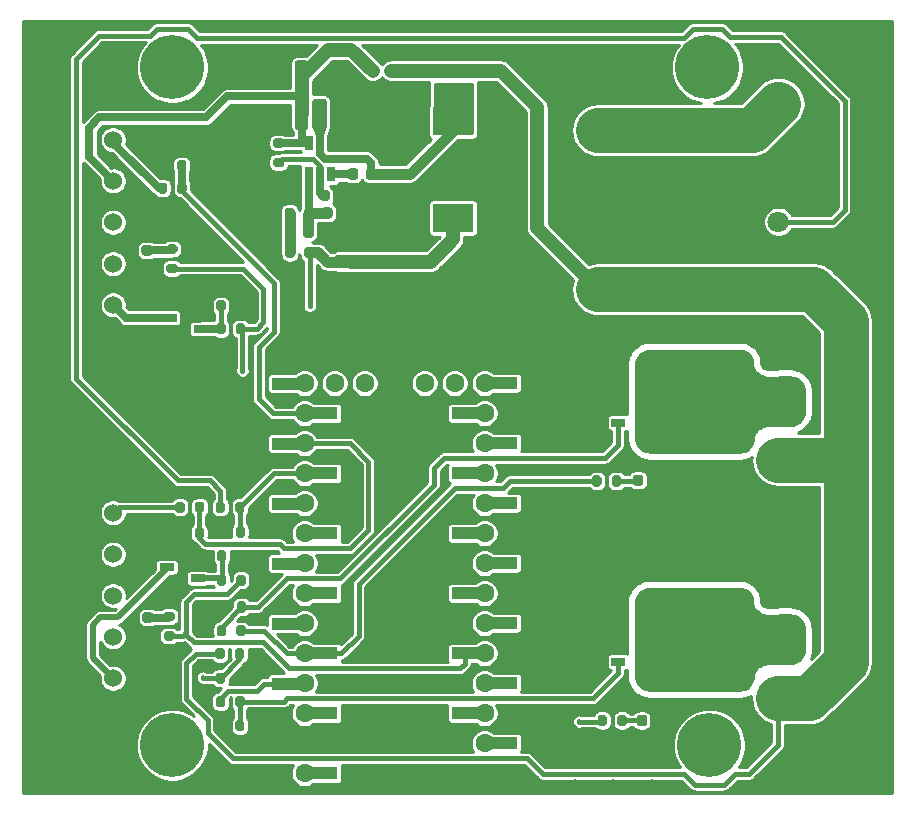
<source format=gbr>
%TF.GenerationSoftware,KiCad,Pcbnew,(5.1.9)-1*%
%TF.CreationDate,2021-12-25T23:37:10-05:00*%
%TF.ProjectId,4runner-seat-heat,3472756e-6e65-4722-9d73-6561742d6865,rev?*%
%TF.SameCoordinates,Original*%
%TF.FileFunction,Copper,L1,Top*%
%TF.FilePolarity,Positive*%
%FSLAX46Y46*%
G04 Gerber Fmt 4.6, Leading zero omitted, Abs format (unit mm)*
G04 Created by KiCad (PCBNEW (5.1.9)-1) date 2021-12-25 23:37:10*
%MOMM*%
%LPD*%
G01*
G04 APERTURE LIST*
%TA.AperFunction,SMDPad,CuDef*%
%ADD10R,2.286000X1.016000*%
%TD*%
%TA.AperFunction,ComponentPad*%
%ADD11C,1.600000*%
%TD*%
%TA.AperFunction,ComponentPad*%
%ADD12R,1.600000X1.600000*%
%TD*%
%TA.AperFunction,ComponentPad*%
%ADD13C,1.800000*%
%TD*%
%TA.AperFunction,ComponentPad*%
%ADD14C,5.410200*%
%TD*%
%TA.AperFunction,ComponentPad*%
%ADD15C,2.159000*%
%TD*%
%TA.AperFunction,ComponentPad*%
%ADD16C,1.524000*%
%TD*%
%TA.AperFunction,SMDPad,CuDef*%
%ADD17R,0.650000X1.220000*%
%TD*%
%TA.AperFunction,SMDPad,CuDef*%
%ADD18C,0.100000*%
%TD*%
%TA.AperFunction,SMDPad,CuDef*%
%ADD19R,1.150000X0.700000*%
%TD*%
%TA.AperFunction,SMDPad,CuDef*%
%ADD20R,1.220000X0.650000*%
%TD*%
%TA.AperFunction,SMDPad,CuDef*%
%ADD21R,3.400000X2.400000*%
%TD*%
%TA.AperFunction,ViaPad*%
%ADD22C,0.457200*%
%TD*%
%TA.AperFunction,Conductor*%
%ADD23C,0.660400*%
%TD*%
%TA.AperFunction,Conductor*%
%ADD24C,1.143000*%
%TD*%
%TA.AperFunction,Conductor*%
%ADD25C,0.914400*%
%TD*%
%TA.AperFunction,Conductor*%
%ADD26C,0.381000*%
%TD*%
%TA.AperFunction,Conductor*%
%ADD27C,3.810000*%
%TD*%
%TA.AperFunction,Conductor*%
%ADD28C,0.508000*%
%TD*%
%TA.AperFunction,Conductor*%
%ADD29C,0.254000*%
%TD*%
%TA.AperFunction,Conductor*%
%ADD30C,0.100000*%
%TD*%
G04 APERTURE END LIST*
D10*
%TO.P,U2,12*%
%TO.N,Net-(U2-Pad12)*%
X41088900Y-31105000D03*
%TO.P,U2,11*%
%TO.N,Net-(U2-Pad11)*%
X37788900Y-33655000D03*
%TO.P,U2,3*%
%TO.N,Left-Illum-3V3*%
X37788900Y-53975000D03*
%TO.P,U2,10*%
%TO.N,Net-(U2-Pad10)*%
X41088900Y-36185000D03*
%TO.P,U2,GND*%
%TO.N,GND*%
X37788900Y-64135000D03*
%TO.P,U2,5*%
%TO.N,Net-(U2-Pad5)*%
X37788900Y-48895000D03*
%TO.P,U2,0*%
%TO.N,Net-(U2-Pad0)*%
X41088900Y-61585000D03*
%TO.P,U2,4*%
%TO.N,Right-Illum-3V3*%
X41088900Y-51425000D03*
%TO.P,U2,8*%
%TO.N,Net-(U2-Pad8)*%
X41088900Y-41265000D03*
%TO.P,U2,9*%
%TO.N,Net-(U2-Pad9)*%
X37788900Y-38735000D03*
%TO.P,U2,7*%
%TO.N,Net-(U2-Pad7)*%
X37788900Y-43815000D03*
%TO.P,U2,1*%
%TO.N,Net-(U2-Pad1)*%
X37788900Y-59055000D03*
%TO.P,U2,6*%
%TO.N,Net-(U2-Pad6)*%
X41088900Y-46345000D03*
%TO.P,U2,2*%
%TO.N,Net-(U2-Pad2)*%
X41088900Y-56505000D03*
%TO.P,U2,14*%
%TO.N,Right-Pot*%
X25888900Y-33665000D03*
%TO.P,U2,16*%
%TO.N,Net-(R19-Pad1)*%
X25888900Y-38745000D03*
%TO.P,U2,18*%
%TO.N,Net-(U2-Pad18)*%
X25888900Y-43825000D03*
%TO.P,U2,20*%
%TO.N,Net-(U2-Pad20)*%
X25888900Y-48905000D03*
%TO.P,U2,22*%
%TO.N,Right-Heat-3V3*%
X25888900Y-53985000D03*
%TO.P,U2,3V3*%
%TO.N,Net-(U2-Pad3V3)*%
X25888900Y-59065000D03*
%TO.P,U2,13*%
%TO.N,Net-(U2-Pad13)*%
X22588900Y-31135000D03*
%TO.P,U2,15*%
%TO.N,Left-Pot*%
X22588900Y-36215000D03*
%TO.P,U2,17*%
%TO.N,Net-(R17-Pad1)*%
X22588900Y-41295000D03*
%TO.P,U2,19*%
%TO.N,Net-(U2-Pad19)*%
X22588900Y-46375000D03*
%TO.P,U2,21*%
%TO.N,Net-(U2-Pad21)*%
X22588900Y-51455000D03*
%TO.P,U2,23*%
%TO.N,Left-Heat-3V3*%
X22588900Y-56535000D03*
%TO.P,U2,AGND*%
%TO.N,GND*%
X22588900Y-61615000D03*
%TO.P,U2,Vin*%
%TO.N,3V3*%
X25888900Y-64145000D03*
D11*
%TO.P,U2,GND*%
%TO.N,GND*%
X31838900Y-31115000D03*
%TO.P,U2,Program*%
%TO.N,Net-(U2-PadProgram)*%
X29298900Y-31115000D03*
%TO.P,U2,A14*%
%TO.N,Net-(U2-PadA14)*%
X26758900Y-31115000D03*
%TO.P,U2,13*%
%TO.N,Net-(U2-Pad13)*%
X24218900Y-31115000D03*
%TO.P,U2,3.3V*%
%TO.N,Net-(U2-Pad3.3V)*%
X34378900Y-31115000D03*
%TO.P,U2,VBat*%
%TO.N,Net-(U2-PadVBat)*%
X36918900Y-31115000D03*
%TO.P,U2,12*%
%TO.N,Net-(U2-Pad12)*%
X39458900Y-31115000D03*
%TO.P,U2,14*%
%TO.N,Right-Pot*%
X24218900Y-33655000D03*
%TO.P,U2,15*%
%TO.N,Left-Pot*%
X24218900Y-36195000D03*
%TO.P,U2,16*%
%TO.N,Net-(R19-Pad1)*%
X24218900Y-38735000D03*
%TO.P,U2,17*%
%TO.N,Net-(R17-Pad1)*%
X24218900Y-41275000D03*
%TO.P,U2,18*%
%TO.N,Net-(U2-Pad18)*%
X24218900Y-43815000D03*
%TO.P,U2,19*%
%TO.N,Net-(U2-Pad19)*%
X24218900Y-46355000D03*
%TO.P,U2,20*%
%TO.N,Net-(U2-Pad20)*%
X24218900Y-48895000D03*
%TO.P,U2,21*%
%TO.N,Net-(U2-Pad21)*%
X24218900Y-51435000D03*
%TO.P,U2,22*%
%TO.N,Right-Heat-3V3*%
X24218900Y-53975000D03*
%TO.P,U2,23*%
%TO.N,Left-Heat-3V3*%
X24218900Y-56515000D03*
%TO.P,U2,3V3*%
%TO.N,Net-(U2-Pad3V3)*%
X24218900Y-59055000D03*
%TO.P,U2,AGND*%
%TO.N,GND*%
X24218900Y-61595000D03*
%TO.P,U2,Vin*%
%TO.N,3V3*%
X24218900Y-64135000D03*
%TO.P,U2,11*%
%TO.N,Net-(U2-Pad11)*%
X39458900Y-33655000D03*
%TO.P,U2,10*%
%TO.N,Net-(U2-Pad10)*%
X39458900Y-36195000D03*
%TO.P,U2,9*%
%TO.N,Net-(U2-Pad9)*%
X39458900Y-38735000D03*
%TO.P,U2,8*%
%TO.N,Net-(U2-Pad8)*%
X39458900Y-41275000D03*
%TO.P,U2,7*%
%TO.N,Net-(U2-Pad7)*%
X39458900Y-43815000D03*
%TO.P,U2,6*%
%TO.N,Net-(U2-Pad6)*%
X39458900Y-46355000D03*
%TO.P,U2,5*%
%TO.N,Net-(U2-Pad5)*%
X39458900Y-48895000D03*
%TO.P,U2,4*%
%TO.N,Right-Illum-3V3*%
X39458900Y-51435000D03*
%TO.P,U2,3*%
%TO.N,Left-Illum-3V3*%
X39458900Y-53975000D03*
%TO.P,U2,2*%
%TO.N,Net-(U2-Pad2)*%
X39458900Y-56515000D03*
%TO.P,U2,1*%
%TO.N,Net-(U2-Pad1)*%
X39458900Y-59055000D03*
%TO.P,U2,0*%
%TO.N,Net-(U2-Pad0)*%
X39458900Y-61595000D03*
D12*
%TO.P,U2,GND*%
%TO.N,GND*%
X39458900Y-64135000D03*
%TD*%
D13*
%TO.P,J10,3*%
%TO.N,/12VDC-IGN*%
X64338200Y-7449800D03*
%TO.P,J10,2*%
%TO.N,GND*%
X64338200Y-12449800D03*
%TO.P,J10,1*%
%TO.N,+Lights*%
X64338200Y-17449800D03*
%TD*%
%TO.P,Left-Heater,2*%
%TO.N,Net-(Left-Heater1-Pad2)*%
X64312800Y-52785000D03*
%TO.P,Left-Heater,1*%
%TO.N,+12VDC*%
X64312800Y-57785000D03*
%TD*%
%TO.P,Right-Heater,2*%
%TO.N,Net-(Q2-Pad3)*%
X64338200Y-32592000D03*
%TO.P,Right-Heater,1*%
%TO.N,+12VDC*%
X64338200Y-37592000D03*
%TD*%
D14*
%TO.P,REF\u002A\u002A,1*%
%TO.N,N/C*%
X58318400Y-4368800D03*
%TD*%
%TO.P,REF\u002A\u002A,1*%
%TO.N,N/C*%
X13030200Y-4368800D03*
%TD*%
%TO.P,REF\u002A\u002A,1*%
%TO.N,N/C*%
X58496200Y-61747400D03*
%TD*%
%TO.P,REF\u002A\u002A,1*%
%TO.N,N/C*%
X13004800Y-61747400D03*
%TD*%
%TO.P,C7,2*%
%TO.N,/3V3-Boot*%
%TA.AperFunction,SMDPad,CuDef*%
G36*
G01*
X28758000Y-13148500D02*
X28758000Y-13648500D01*
G75*
G02*
X28533000Y-13873500I-225000J0D01*
G01*
X28083000Y-13873500D01*
G75*
G02*
X27858000Y-13648500I0J225000D01*
G01*
X27858000Y-13148500D01*
G75*
G02*
X28083000Y-12923500I225000J0D01*
G01*
X28533000Y-12923500D01*
G75*
G02*
X28758000Y-13148500I0J-225000D01*
G01*
G37*
%TD.AperFunction*%
%TO.P,C7,1*%
%TO.N,Net-(C7-Pad1)*%
%TA.AperFunction,SMDPad,CuDef*%
G36*
G01*
X30308000Y-13148500D02*
X30308000Y-13648500D01*
G75*
G02*
X30083000Y-13873500I-225000J0D01*
G01*
X29633000Y-13873500D01*
G75*
G02*
X29408000Y-13648500I0J225000D01*
G01*
X29408000Y-13148500D01*
G75*
G02*
X29633000Y-12923500I225000J0D01*
G01*
X30083000Y-12923500D01*
G75*
G02*
X30308000Y-13148500I0J-225000D01*
G01*
G37*
%TD.AperFunction*%
%TD*%
%TO.P,C8,1*%
%TO.N,GND*%
%TA.AperFunction,SMDPad,CuDef*%
G36*
G01*
X33154801Y-24363900D02*
X30954799Y-24363900D01*
G75*
G02*
X30704800Y-24113901I0J249999D01*
G01*
X30704800Y-23463899D01*
G75*
G02*
X30954799Y-23213900I249999J0D01*
G01*
X33154801Y-23213900D01*
G75*
G02*
X33404800Y-23463899I0J-249999D01*
G01*
X33404800Y-24113901D01*
G75*
G02*
X33154801Y-24363900I-249999J0D01*
G01*
G37*
%TD.AperFunction*%
%TO.P,C8,2*%
%TO.N,3V3*%
%TA.AperFunction,SMDPad,CuDef*%
G36*
G01*
X33154801Y-21413900D02*
X30954799Y-21413900D01*
G75*
G02*
X30704800Y-21163901I0J249999D01*
G01*
X30704800Y-20513899D01*
G75*
G02*
X30954799Y-20263900I249999J0D01*
G01*
X33154801Y-20263900D01*
G75*
G02*
X33404800Y-20513899I0J-249999D01*
G01*
X33404800Y-21163901D01*
G75*
G02*
X33154801Y-21413900I-249999J0D01*
G01*
G37*
%TD.AperFunction*%
%TD*%
%TO.P,C9,2*%
%TO.N,3V3*%
%TA.AperFunction,SMDPad,CuDef*%
G36*
G01*
X29243201Y-21388500D02*
X27043199Y-21388500D01*
G75*
G02*
X26793200Y-21138501I0J249999D01*
G01*
X26793200Y-20488499D01*
G75*
G02*
X27043199Y-20238500I249999J0D01*
G01*
X29243201Y-20238500D01*
G75*
G02*
X29493200Y-20488499I0J-249999D01*
G01*
X29493200Y-21138501D01*
G75*
G02*
X29243201Y-21388500I-249999J0D01*
G01*
G37*
%TD.AperFunction*%
%TO.P,C9,1*%
%TO.N,GND*%
%TA.AperFunction,SMDPad,CuDef*%
G36*
G01*
X29243201Y-24338500D02*
X27043199Y-24338500D01*
G75*
G02*
X26793200Y-24088501I0J249999D01*
G01*
X26793200Y-23438499D01*
G75*
G02*
X27043199Y-23188500I249999J0D01*
G01*
X29243201Y-23188500D01*
G75*
G02*
X29493200Y-23438499I0J-249999D01*
G01*
X29493200Y-24088501D01*
G75*
G02*
X29243201Y-24338500I-249999J0D01*
G01*
G37*
%TD.AperFunction*%
%TD*%
%TO.P,C10,1*%
%TO.N,+12-Polyfuse*%
%TA.AperFunction,SMDPad,CuDef*%
G36*
G01*
X23400800Y-9431201D02*
X23400800Y-7231199D01*
G75*
G02*
X23650799Y-6981200I249999J0D01*
G01*
X24300801Y-6981200D01*
G75*
G02*
X24550800Y-7231199I0J-249999D01*
G01*
X24550800Y-9431201D01*
G75*
G02*
X24300801Y-9681200I-249999J0D01*
G01*
X23650799Y-9681200D01*
G75*
G02*
X23400800Y-9431201I0J249999D01*
G01*
G37*
%TD.AperFunction*%
%TO.P,C10,2*%
%TO.N,GND*%
%TA.AperFunction,SMDPad,CuDef*%
G36*
G01*
X26350800Y-9431201D02*
X26350800Y-7231199D01*
G75*
G02*
X26600799Y-6981200I249999J0D01*
G01*
X27250801Y-6981200D01*
G75*
G02*
X27500800Y-7231199I0J-249999D01*
G01*
X27500800Y-9431201D01*
G75*
G02*
X27250801Y-9681200I-249999J0D01*
G01*
X26600799Y-9681200D01*
G75*
G02*
X26350800Y-9431201I0J249999D01*
G01*
G37*
%TD.AperFunction*%
%TD*%
%TO.P,C6,2*%
%TO.N,GND*%
%TA.AperFunction,SMDPad,CuDef*%
G36*
G01*
X26338100Y-6205401D02*
X26338100Y-4005399D01*
G75*
G02*
X26588099Y-3755400I249999J0D01*
G01*
X27238101Y-3755400D01*
G75*
G02*
X27488100Y-4005399I0J-249999D01*
G01*
X27488100Y-6205401D01*
G75*
G02*
X27238101Y-6455400I-249999J0D01*
G01*
X26588099Y-6455400D01*
G75*
G02*
X26338100Y-6205401I0J249999D01*
G01*
G37*
%TD.AperFunction*%
%TO.P,C6,1*%
%TO.N,+12-Polyfuse*%
%TA.AperFunction,SMDPad,CuDef*%
G36*
G01*
X23388100Y-6205401D02*
X23388100Y-4005399D01*
G75*
G02*
X23638099Y-3755400I249999J0D01*
G01*
X24288101Y-3755400D01*
G75*
G02*
X24538100Y-4005399I0J-249999D01*
G01*
X24538100Y-6205401D01*
G75*
G02*
X24288101Y-6455400I-249999J0D01*
G01*
X23638099Y-6455400D01*
G75*
G02*
X23388100Y-6205401I0J249999D01*
G01*
G37*
%TD.AperFunction*%
%TD*%
%TO.P,C12,1*%
%TO.N,/3V3-FB*%
%TA.AperFunction,SMDPad,CuDef*%
G36*
G01*
X24999400Y-18088800D02*
X24999400Y-18588800D01*
G75*
G02*
X24774400Y-18813800I-225000J0D01*
G01*
X24324400Y-18813800D01*
G75*
G02*
X24099400Y-18588800I0J225000D01*
G01*
X24099400Y-18088800D01*
G75*
G02*
X24324400Y-17863800I225000J0D01*
G01*
X24774400Y-17863800D01*
G75*
G02*
X24999400Y-18088800I0J-225000D01*
G01*
G37*
%TD.AperFunction*%
%TO.P,C12,2*%
%TO.N,Net-(C12-Pad2)*%
%TA.AperFunction,SMDPad,CuDef*%
G36*
G01*
X23449400Y-18088800D02*
X23449400Y-18588800D01*
G75*
G02*
X23224400Y-18813800I-225000J0D01*
G01*
X22774400Y-18813800D01*
G75*
G02*
X22549400Y-18588800I0J225000D01*
G01*
X22549400Y-18088800D01*
G75*
G02*
X22774400Y-17863800I225000J0D01*
G01*
X23224400Y-17863800D01*
G75*
G02*
X23449400Y-18088800I0J-225000D01*
G01*
G37*
%TD.AperFunction*%
%TD*%
D15*
%TO.P,F1,1*%
%TO.N,/12VDC-IGN*%
X52489100Y-9690100D03*
%TO.P,F1,2*%
%TO.N,+12VDC*%
X52489100Y-23152100D03*
%TO.P,F1,1*%
%TO.N,/12VDC-IGN*%
X49085500Y-9690100D03*
%TO.P,F1,2*%
%TO.N,+12VDC*%
X49085500Y-23152100D03*
%TD*%
%TO.P,F2,1*%
%TO.N,+12-Polyfuse*%
%TA.AperFunction,SMDPad,CuDef*%
G36*
G01*
X29534400Y-4904450D02*
X29534400Y-4391950D01*
G75*
G02*
X29753150Y-4173200I218750J0D01*
G01*
X30190650Y-4173200D01*
G75*
G02*
X30409400Y-4391950I0J-218750D01*
G01*
X30409400Y-4904450D01*
G75*
G02*
X30190650Y-5123200I-218750J0D01*
G01*
X29753150Y-5123200D01*
G75*
G02*
X29534400Y-4904450I0J218750D01*
G01*
G37*
%TD.AperFunction*%
%TO.P,F2,2*%
%TO.N,+12VDC*%
%TA.AperFunction,SMDPad,CuDef*%
G36*
G01*
X31109400Y-4904450D02*
X31109400Y-4391950D01*
G75*
G02*
X31328150Y-4173200I218750J0D01*
G01*
X31765650Y-4173200D01*
G75*
G02*
X31984400Y-4391950I0J-218750D01*
G01*
X31984400Y-4904450D01*
G75*
G02*
X31765650Y-5123200I-218750J0D01*
G01*
X31328150Y-5123200D01*
G75*
G02*
X31109400Y-4904450I0J218750D01*
G01*
G37*
%TD.AperFunction*%
%TD*%
D16*
%TO.P,Right Switch,6*%
%TO.N,Right-Illum*%
X8001000Y-24485000D03*
%TO.P,Right Switch,5*%
%TO.N,+12-Polyfuse*%
X8001000Y-20985000D03*
%TO.P,Right Switch,4*%
%TO.N,Net-(J3-Pad4)*%
X8001000Y-17485000D03*
%TO.P,Right Switch,3*%
%TO.N,+12-Polyfuse*%
X8001000Y-13985000D03*
%TO.P,Right Switch,2*%
%TO.N,Net-(J3-Pad2)*%
X8001000Y-10485000D03*
%TO.P,Right Switch,1*%
%TO.N,GND*%
X8001000Y-6985000D03*
%TD*%
%TO.P,Left Switch,1*%
%TO.N,GND*%
X8001000Y-38582600D03*
%TO.P,Left Switch,2*%
%TO.N,Net-(J8-Pad2)*%
X8001000Y-42082600D03*
%TO.P,Left Switch,3*%
%TO.N,+12-Polyfuse*%
X8001000Y-45582600D03*
%TO.P,Left Switch,4*%
%TO.N,Net-(J8-Pad4)*%
X8001000Y-49082600D03*
%TO.P,Left Switch,5*%
%TO.N,+12-Polyfuse*%
X8001000Y-52582600D03*
%TO.P,Left Switch,6*%
%TO.N,Left-Illum*%
X8001000Y-56082600D03*
%TD*%
%TO.P,R1,2*%
%TO.N,Left-Heat-3V3*%
%TA.AperFunction,SMDPad,CuDef*%
G36*
G01*
X17507400Y-57802100D02*
X17507400Y-58352100D01*
G75*
G02*
X17307400Y-58552100I-200000J0D01*
G01*
X16907400Y-58552100D01*
G75*
G02*
X16707400Y-58352100I0J200000D01*
G01*
X16707400Y-57802100D01*
G75*
G02*
X16907400Y-57602100I200000J0D01*
G01*
X17307400Y-57602100D01*
G75*
G02*
X17507400Y-57802100I0J-200000D01*
G01*
G37*
%TD.AperFunction*%
%TO.P,R1,1*%
%TO.N,Net-(Q1-Pad1)*%
%TA.AperFunction,SMDPad,CuDef*%
G36*
G01*
X19157400Y-57802100D02*
X19157400Y-58352100D01*
G75*
G02*
X18957400Y-58552100I-200000J0D01*
G01*
X18557400Y-58552100D01*
G75*
G02*
X18357400Y-58352100I0J200000D01*
G01*
X18357400Y-57802100D01*
G75*
G02*
X18557400Y-57602100I200000J0D01*
G01*
X18957400Y-57602100D01*
G75*
G02*
X19157400Y-57802100I0J-200000D01*
G01*
G37*
%TD.AperFunction*%
%TD*%
%TO.P,R3,1*%
%TO.N,Net-(D1-Pad2)*%
%TA.AperFunction,SMDPad,CuDef*%
G36*
G01*
X51478900Y-59389600D02*
X51478900Y-59939600D01*
G75*
G02*
X51278900Y-60139600I-200000J0D01*
G01*
X50878900Y-60139600D01*
G75*
G02*
X50678900Y-59939600I0J200000D01*
G01*
X50678900Y-59389600D01*
G75*
G02*
X50878900Y-59189600I200000J0D01*
G01*
X51278900Y-59189600D01*
G75*
G02*
X51478900Y-59389600I0J-200000D01*
G01*
G37*
%TD.AperFunction*%
%TO.P,R3,2*%
%TO.N,Left-Heat-3V3*%
%TA.AperFunction,SMDPad,CuDef*%
G36*
G01*
X49828900Y-59389600D02*
X49828900Y-59939600D01*
G75*
G02*
X49628900Y-60139600I-200000J0D01*
G01*
X49228900Y-60139600D01*
G75*
G02*
X49028900Y-59939600I0J200000D01*
G01*
X49028900Y-59389600D01*
G75*
G02*
X49228900Y-59189600I200000J0D01*
G01*
X49628900Y-59189600D01*
G75*
G02*
X49828900Y-59389600I0J-200000D01*
G01*
G37*
%TD.AperFunction*%
%TD*%
%TO.P,R2,2*%
%TO.N,Net-(Q1-Pad1)*%
%TA.AperFunction,SMDPad,CuDef*%
G36*
G01*
X18332000Y-60384100D02*
X18332000Y-59834100D01*
G75*
G02*
X18532000Y-59634100I200000J0D01*
G01*
X18932000Y-59634100D01*
G75*
G02*
X19132000Y-59834100I0J-200000D01*
G01*
X19132000Y-60384100D01*
G75*
G02*
X18932000Y-60584100I-200000J0D01*
G01*
X18532000Y-60584100D01*
G75*
G02*
X18332000Y-60384100I0J200000D01*
G01*
G37*
%TD.AperFunction*%
%TO.P,R2,1*%
%TO.N,GND*%
%TA.AperFunction,SMDPad,CuDef*%
G36*
G01*
X16682000Y-60384100D02*
X16682000Y-59834100D01*
G75*
G02*
X16882000Y-59634100I200000J0D01*
G01*
X17282000Y-59634100D01*
G75*
G02*
X17482000Y-59834100I0J-200000D01*
G01*
X17482000Y-60384100D01*
G75*
G02*
X17282000Y-60584100I-200000J0D01*
G01*
X16882000Y-60584100D01*
G75*
G02*
X16682000Y-60384100I0J200000D01*
G01*
G37*
%TD.AperFunction*%
%TD*%
%TO.P,R9,1*%
%TO.N,Right-Pot*%
%TA.AperFunction,SMDPad,CuDef*%
G36*
G01*
X14229800Y-14317300D02*
X14229800Y-14867300D01*
G75*
G02*
X14029800Y-15067300I-200000J0D01*
G01*
X13629800Y-15067300D01*
G75*
G02*
X13429800Y-14867300I0J200000D01*
G01*
X13429800Y-14317300D01*
G75*
G02*
X13629800Y-14117300I200000J0D01*
G01*
X14029800Y-14117300D01*
G75*
G02*
X14229800Y-14317300I0J-200000D01*
G01*
G37*
%TD.AperFunction*%
%TO.P,R9,2*%
%TO.N,Net-(J3-Pad2)*%
%TA.AperFunction,SMDPad,CuDef*%
G36*
G01*
X12579800Y-14317300D02*
X12579800Y-14867300D01*
G75*
G02*
X12379800Y-15067300I-200000J0D01*
G01*
X11979800Y-15067300D01*
G75*
G02*
X11779800Y-14867300I0J200000D01*
G01*
X11779800Y-14317300D01*
G75*
G02*
X11979800Y-14117300I200000J0D01*
G01*
X12379800Y-14117300D01*
G75*
G02*
X12579800Y-14317300I0J-200000D01*
G01*
G37*
%TD.AperFunction*%
%TD*%
%TO.P,R12,2*%
%TO.N,GND*%
%TA.AperFunction,SMDPad,CuDef*%
G36*
G01*
X12567100Y-12412300D02*
X12567100Y-12962300D01*
G75*
G02*
X12367100Y-13162300I-200000J0D01*
G01*
X11967100Y-13162300D01*
G75*
G02*
X11767100Y-12962300I0J200000D01*
G01*
X11767100Y-12412300D01*
G75*
G02*
X11967100Y-12212300I200000J0D01*
G01*
X12367100Y-12212300D01*
G75*
G02*
X12567100Y-12412300I0J-200000D01*
G01*
G37*
%TD.AperFunction*%
%TO.P,R12,1*%
%TO.N,Right-Pot*%
%TA.AperFunction,SMDPad,CuDef*%
G36*
G01*
X14217100Y-12412300D02*
X14217100Y-12962300D01*
G75*
G02*
X14017100Y-13162300I-200000J0D01*
G01*
X13617100Y-13162300D01*
G75*
G02*
X13417100Y-12962300I0J200000D01*
G01*
X13417100Y-12412300D01*
G75*
G02*
X13617100Y-12212300I200000J0D01*
G01*
X14017100Y-12212300D01*
G75*
G02*
X14217100Y-12412300I0J-200000D01*
G01*
G37*
%TD.AperFunction*%
%TD*%
%TO.P,R4,1*%
%TO.N,Net-(Q2-Pad1)*%
%TA.AperFunction,SMDPad,CuDef*%
G36*
G01*
X16796300Y-52345000D02*
X16796300Y-51795000D01*
G75*
G02*
X16996300Y-51595000I200000J0D01*
G01*
X17396300Y-51595000D01*
G75*
G02*
X17596300Y-51795000I0J-200000D01*
G01*
X17596300Y-52345000D01*
G75*
G02*
X17396300Y-52545000I-200000J0D01*
G01*
X16996300Y-52545000D01*
G75*
G02*
X16796300Y-52345000I0J200000D01*
G01*
G37*
%TD.AperFunction*%
%TO.P,R4,2*%
%TO.N,Right-Heat-3V3*%
%TA.AperFunction,SMDPad,CuDef*%
G36*
G01*
X18446300Y-52345000D02*
X18446300Y-51795000D01*
G75*
G02*
X18646300Y-51595000I200000J0D01*
G01*
X19046300Y-51595000D01*
G75*
G02*
X19246300Y-51795000I0J-200000D01*
G01*
X19246300Y-52345000D01*
G75*
G02*
X19046300Y-52545000I-200000J0D01*
G01*
X18646300Y-52545000D01*
G75*
G02*
X18446300Y-52345000I0J200000D01*
G01*
G37*
%TD.AperFunction*%
%TD*%
%TO.P,R7,2*%
%TO.N,Right-Heat-3V3*%
%TA.AperFunction,SMDPad,CuDef*%
G36*
G01*
X49371700Y-39107700D02*
X49371700Y-39657700D01*
G75*
G02*
X49171700Y-39857700I-200000J0D01*
G01*
X48771700Y-39857700D01*
G75*
G02*
X48571700Y-39657700I0J200000D01*
G01*
X48571700Y-39107700D01*
G75*
G02*
X48771700Y-38907700I200000J0D01*
G01*
X49171700Y-38907700D01*
G75*
G02*
X49371700Y-39107700I0J-200000D01*
G01*
G37*
%TD.AperFunction*%
%TO.P,R7,1*%
%TO.N,Net-(D2-Pad2)*%
%TA.AperFunction,SMDPad,CuDef*%
G36*
G01*
X51021700Y-39107700D02*
X51021700Y-39657700D01*
G75*
G02*
X50821700Y-39857700I-200000J0D01*
G01*
X50421700Y-39857700D01*
G75*
G02*
X50221700Y-39657700I0J200000D01*
G01*
X50221700Y-39107700D01*
G75*
G02*
X50421700Y-38907700I200000J0D01*
G01*
X50821700Y-38907700D01*
G75*
G02*
X51021700Y-39107700I0J-200000D01*
G01*
G37*
%TD.AperFunction*%
%TD*%
%TO.P,R5,1*%
%TO.N,GND*%
%TA.AperFunction,SMDPad,CuDef*%
G36*
G01*
X16821700Y-50325700D02*
X16821700Y-49775700D01*
G75*
G02*
X17021700Y-49575700I200000J0D01*
G01*
X17421700Y-49575700D01*
G75*
G02*
X17621700Y-49775700I0J-200000D01*
G01*
X17621700Y-50325700D01*
G75*
G02*
X17421700Y-50525700I-200000J0D01*
G01*
X17021700Y-50525700D01*
G75*
G02*
X16821700Y-50325700I0J200000D01*
G01*
G37*
%TD.AperFunction*%
%TO.P,R5,2*%
%TO.N,Net-(Q2-Pad1)*%
%TA.AperFunction,SMDPad,CuDef*%
G36*
G01*
X18471700Y-50325700D02*
X18471700Y-49775700D01*
G75*
G02*
X18671700Y-49575700I200000J0D01*
G01*
X19071700Y-49575700D01*
G75*
G02*
X19271700Y-49775700I0J-200000D01*
G01*
X19271700Y-50325700D01*
G75*
G02*
X19071700Y-50525700I-200000J0D01*
G01*
X18671700Y-50525700D01*
G75*
G02*
X18471700Y-50325700I0J200000D01*
G01*
G37*
%TD.AperFunction*%
%TD*%
%TO.P,R6,2*%
%TO.N,Net-(J8-Pad2)*%
%TA.AperFunction,SMDPad,CuDef*%
G36*
G01*
X14078400Y-41342900D02*
X14078400Y-41892900D01*
G75*
G02*
X13878400Y-42092900I-200000J0D01*
G01*
X13478400Y-42092900D01*
G75*
G02*
X13278400Y-41892900I0J200000D01*
G01*
X13278400Y-41342900D01*
G75*
G02*
X13478400Y-41142900I200000J0D01*
G01*
X13878400Y-41142900D01*
G75*
G02*
X14078400Y-41342900I0J-200000D01*
G01*
G37*
%TD.AperFunction*%
%TO.P,R6,1*%
%TO.N,Left-Pot*%
%TA.AperFunction,SMDPad,CuDef*%
G36*
G01*
X15728400Y-41342900D02*
X15728400Y-41892900D01*
G75*
G02*
X15528400Y-42092900I-200000J0D01*
G01*
X15128400Y-42092900D01*
G75*
G02*
X14928400Y-41892900I0J200000D01*
G01*
X14928400Y-41342900D01*
G75*
G02*
X15128400Y-41142900I200000J0D01*
G01*
X15528400Y-41142900D01*
G75*
G02*
X15728400Y-41342900I0J-200000D01*
G01*
G37*
%TD.AperFunction*%
%TD*%
%TO.P,R8,1*%
%TO.N,Left-Pot*%
%TA.AperFunction,SMDPad,CuDef*%
G36*
G01*
X15703000Y-43514600D02*
X15703000Y-44064600D01*
G75*
G02*
X15503000Y-44264600I-200000J0D01*
G01*
X15103000Y-44264600D01*
G75*
G02*
X14903000Y-44064600I0J200000D01*
G01*
X14903000Y-43514600D01*
G75*
G02*
X15103000Y-43314600I200000J0D01*
G01*
X15503000Y-43314600D01*
G75*
G02*
X15703000Y-43514600I0J-200000D01*
G01*
G37*
%TD.AperFunction*%
%TO.P,R8,2*%
%TO.N,GND*%
%TA.AperFunction,SMDPad,CuDef*%
G36*
G01*
X14053000Y-43514600D02*
X14053000Y-44064600D01*
G75*
G02*
X13853000Y-44264600I-200000J0D01*
G01*
X13453000Y-44264600D01*
G75*
G02*
X13253000Y-44064600I0J200000D01*
G01*
X13253000Y-43514600D01*
G75*
G02*
X13453000Y-43314600I200000J0D01*
G01*
X13853000Y-43314600D01*
G75*
G02*
X14053000Y-43514600I0J-200000D01*
G01*
G37*
%TD.AperFunction*%
%TD*%
%TO.P,R11,1*%
%TO.N,Net-(Q4-Pad1)*%
%TA.AperFunction,SMDPad,CuDef*%
G36*
G01*
X16745500Y-26779900D02*
X16745500Y-26229900D01*
G75*
G02*
X16945500Y-26029900I200000J0D01*
G01*
X17345500Y-26029900D01*
G75*
G02*
X17545500Y-26229900I0J-200000D01*
G01*
X17545500Y-26779900D01*
G75*
G02*
X17345500Y-26979900I-200000J0D01*
G01*
X16945500Y-26979900D01*
G75*
G02*
X16745500Y-26779900I0J200000D01*
G01*
G37*
%TD.AperFunction*%
%TO.P,R11,2*%
%TO.N,Right-Illum-3V3*%
%TA.AperFunction,SMDPad,CuDef*%
G36*
G01*
X18395500Y-26779900D02*
X18395500Y-26229900D01*
G75*
G02*
X18595500Y-26029900I200000J0D01*
G01*
X18995500Y-26029900D01*
G75*
G02*
X19195500Y-26229900I0J-200000D01*
G01*
X19195500Y-26779900D01*
G75*
G02*
X18995500Y-26979900I-200000J0D01*
G01*
X18595500Y-26979900D01*
G75*
G02*
X18395500Y-26779900I0J200000D01*
G01*
G37*
%TD.AperFunction*%
%TD*%
%TO.P,R10,2*%
%TO.N,Left-Illum-3V3*%
%TA.AperFunction,SMDPad,CuDef*%
G36*
G01*
X18446300Y-48065100D02*
X18446300Y-47515100D01*
G75*
G02*
X18646300Y-47315100I200000J0D01*
G01*
X19046300Y-47315100D01*
G75*
G02*
X19246300Y-47515100I0J-200000D01*
G01*
X19246300Y-48065100D01*
G75*
G02*
X19046300Y-48265100I-200000J0D01*
G01*
X18646300Y-48265100D01*
G75*
G02*
X18446300Y-48065100I0J200000D01*
G01*
G37*
%TD.AperFunction*%
%TO.P,R10,1*%
%TO.N,Net-(Q3-Pad1)*%
%TA.AperFunction,SMDPad,CuDef*%
G36*
G01*
X16796300Y-48065100D02*
X16796300Y-47515100D01*
G75*
G02*
X16996300Y-47315100I200000J0D01*
G01*
X17396300Y-47315100D01*
G75*
G02*
X17596300Y-47515100I0J-200000D01*
G01*
X17596300Y-48065100D01*
G75*
G02*
X17396300Y-48265100I-200000J0D01*
G01*
X16996300Y-48265100D01*
G75*
G02*
X16796300Y-48065100I0J200000D01*
G01*
G37*
%TD.AperFunction*%
%TD*%
%TO.P,R16,1*%
%TO.N,Net-(D3-Pad2)*%
%TA.AperFunction,SMDPad,CuDef*%
G36*
G01*
X12717100Y-19349000D02*
X13267100Y-19349000D01*
G75*
G02*
X13467100Y-19549000I0J-200000D01*
G01*
X13467100Y-19949000D01*
G75*
G02*
X13267100Y-20149000I-200000J0D01*
G01*
X12717100Y-20149000D01*
G75*
G02*
X12517100Y-19949000I0J200000D01*
G01*
X12517100Y-19549000D01*
G75*
G02*
X12717100Y-19349000I200000J0D01*
G01*
G37*
%TD.AperFunction*%
%TO.P,R16,2*%
%TO.N,Right-Illum-3V3*%
%TA.AperFunction,SMDPad,CuDef*%
G36*
G01*
X12717100Y-20999000D02*
X13267100Y-20999000D01*
G75*
G02*
X13467100Y-21199000I0J-200000D01*
G01*
X13467100Y-21599000D01*
G75*
G02*
X13267100Y-21799000I-200000J0D01*
G01*
X12717100Y-21799000D01*
G75*
G02*
X12517100Y-21599000I0J200000D01*
G01*
X12517100Y-21199000D01*
G75*
G02*
X12717100Y-20999000I200000J0D01*
G01*
G37*
%TD.AperFunction*%
%TD*%
%TO.P,R15,2*%
%TO.N,Left-Illum-3V3*%
%TA.AperFunction,SMDPad,CuDef*%
G36*
G01*
X12475800Y-52101300D02*
X13025800Y-52101300D01*
G75*
G02*
X13225800Y-52301300I0J-200000D01*
G01*
X13225800Y-52701300D01*
G75*
G02*
X13025800Y-52901300I-200000J0D01*
G01*
X12475800Y-52901300D01*
G75*
G02*
X12275800Y-52701300I0J200000D01*
G01*
X12275800Y-52301300D01*
G75*
G02*
X12475800Y-52101300I200000J0D01*
G01*
G37*
%TD.AperFunction*%
%TO.P,R15,1*%
%TO.N,Net-(D4-Pad2)*%
%TA.AperFunction,SMDPad,CuDef*%
G36*
G01*
X12475800Y-50451300D02*
X13025800Y-50451300D01*
G75*
G02*
X13225800Y-50651300I0J-200000D01*
G01*
X13225800Y-51051300D01*
G75*
G02*
X13025800Y-51251300I-200000J0D01*
G01*
X12475800Y-51251300D01*
G75*
G02*
X12275800Y-51051300I0J200000D01*
G01*
X12275800Y-50651300D01*
G75*
G02*
X12475800Y-50451300I200000J0D01*
G01*
G37*
%TD.AperFunction*%
%TD*%
%TO.P,R14,2*%
%TO.N,Net-(Q4-Pad1)*%
%TA.AperFunction,SMDPad,CuDef*%
G36*
G01*
X17545500Y-24286800D02*
X17545500Y-24836800D01*
G75*
G02*
X17345500Y-25036800I-200000J0D01*
G01*
X16945500Y-25036800D01*
G75*
G02*
X16745500Y-24836800I0J200000D01*
G01*
X16745500Y-24286800D01*
G75*
G02*
X16945500Y-24086800I200000J0D01*
G01*
X17345500Y-24086800D01*
G75*
G02*
X17545500Y-24286800I0J-200000D01*
G01*
G37*
%TD.AperFunction*%
%TO.P,R14,1*%
%TO.N,GND*%
%TA.AperFunction,SMDPad,CuDef*%
G36*
G01*
X19195500Y-24286800D02*
X19195500Y-24836800D01*
G75*
G02*
X18995500Y-25036800I-200000J0D01*
G01*
X18595500Y-25036800D01*
G75*
G02*
X18395500Y-24836800I0J200000D01*
G01*
X18395500Y-24286800D01*
G75*
G02*
X18595500Y-24086800I200000J0D01*
G01*
X18995500Y-24086800D01*
G75*
G02*
X19195500Y-24286800I0J-200000D01*
G01*
G37*
%TD.AperFunction*%
%TD*%
%TO.P,R13,2*%
%TO.N,Net-(Q3-Pad1)*%
%TA.AperFunction,SMDPad,CuDef*%
G36*
G01*
X17609000Y-45445000D02*
X17609000Y-45995000D01*
G75*
G02*
X17409000Y-46195000I-200000J0D01*
G01*
X17009000Y-46195000D01*
G75*
G02*
X16809000Y-45995000I0J200000D01*
G01*
X16809000Y-45445000D01*
G75*
G02*
X17009000Y-45245000I200000J0D01*
G01*
X17409000Y-45245000D01*
G75*
G02*
X17609000Y-45445000I0J-200000D01*
G01*
G37*
%TD.AperFunction*%
%TO.P,R13,1*%
%TO.N,GND*%
%TA.AperFunction,SMDPad,CuDef*%
G36*
G01*
X19259000Y-45445000D02*
X19259000Y-45995000D01*
G75*
G02*
X19059000Y-46195000I-200000J0D01*
G01*
X18659000Y-46195000D01*
G75*
G02*
X18459000Y-45995000I0J200000D01*
G01*
X18459000Y-45445000D01*
G75*
G02*
X18659000Y-45245000I200000J0D01*
G01*
X19059000Y-45245000D01*
G75*
G02*
X19259000Y-45445000I0J-200000D01*
G01*
G37*
%TD.AperFunction*%
%TD*%
%TO.P,R34,1*%
%TO.N,3V3*%
%TA.AperFunction,SMDPad,CuDef*%
G36*
G01*
X25012100Y-19765600D02*
X25012100Y-20315600D01*
G75*
G02*
X24812100Y-20515600I-200000J0D01*
G01*
X24412100Y-20515600D01*
G75*
G02*
X24212100Y-20315600I0J200000D01*
G01*
X24212100Y-19765600D01*
G75*
G02*
X24412100Y-19565600I200000J0D01*
G01*
X24812100Y-19565600D01*
G75*
G02*
X25012100Y-19765600I0J-200000D01*
G01*
G37*
%TD.AperFunction*%
%TO.P,R34,2*%
%TO.N,Net-(C12-Pad2)*%
%TA.AperFunction,SMDPad,CuDef*%
G36*
G01*
X23362100Y-19765600D02*
X23362100Y-20315600D01*
G75*
G02*
X23162100Y-20515600I-200000J0D01*
G01*
X22762100Y-20515600D01*
G75*
G02*
X22562100Y-20315600I0J200000D01*
G01*
X22562100Y-19765600D01*
G75*
G02*
X22762100Y-19565600I200000J0D01*
G01*
X23162100Y-19565600D01*
G75*
G02*
X23362100Y-19765600I0J-200000D01*
G01*
G37*
%TD.AperFunction*%
%TD*%
%TO.P,R35,1*%
%TO.N,+12-Polyfuse*%
%TA.AperFunction,SMDPad,CuDef*%
G36*
G01*
X21746800Y-10370100D02*
X22296800Y-10370100D01*
G75*
G02*
X22496800Y-10570100I0J-200000D01*
G01*
X22496800Y-10970100D01*
G75*
G02*
X22296800Y-11170100I-200000J0D01*
G01*
X21746800Y-11170100D01*
G75*
G02*
X21546800Y-10970100I0J200000D01*
G01*
X21546800Y-10570100D01*
G75*
G02*
X21746800Y-10370100I200000J0D01*
G01*
G37*
%TD.AperFunction*%
%TO.P,R35,2*%
%TO.N,/3V3-EN*%
%TA.AperFunction,SMDPad,CuDef*%
G36*
G01*
X21746800Y-12020100D02*
X22296800Y-12020100D01*
G75*
G02*
X22496800Y-12220100I0J-200000D01*
G01*
X22496800Y-12620100D01*
G75*
G02*
X22296800Y-12820100I-200000J0D01*
G01*
X21746800Y-12820100D01*
G75*
G02*
X21546800Y-12620100I0J200000D01*
G01*
X21546800Y-12220100D01*
G75*
G02*
X21746800Y-12020100I200000J0D01*
G01*
G37*
%TD.AperFunction*%
%TD*%
%TO.P,R36,2*%
%TO.N,/3V3-FB*%
%TA.AperFunction,SMDPad,CuDef*%
G36*
G01*
X24199400Y-16988200D02*
X24199400Y-16438200D01*
G75*
G02*
X24399400Y-16238200I200000J0D01*
G01*
X24799400Y-16238200D01*
G75*
G02*
X24999400Y-16438200I0J-200000D01*
G01*
X24999400Y-16988200D01*
G75*
G02*
X24799400Y-17188200I-200000J0D01*
G01*
X24399400Y-17188200D01*
G75*
G02*
X24199400Y-16988200I0J200000D01*
G01*
G37*
%TD.AperFunction*%
%TO.P,R36,1*%
%TO.N,Net-(C12-Pad2)*%
%TA.AperFunction,SMDPad,CuDef*%
G36*
G01*
X22549400Y-16988200D02*
X22549400Y-16438200D01*
G75*
G02*
X22749400Y-16238200I200000J0D01*
G01*
X23149400Y-16238200D01*
G75*
G02*
X23349400Y-16438200I0J-200000D01*
G01*
X23349400Y-16988200D01*
G75*
G02*
X23149400Y-17188200I-200000J0D01*
G01*
X22749400Y-17188200D01*
G75*
G02*
X22549400Y-16988200I0J200000D01*
G01*
G37*
%TD.AperFunction*%
%TD*%
%TO.P,R37,2*%
%TO.N,GND*%
%TA.AperFunction,SMDPad,CuDef*%
G36*
G01*
X27209300Y-15502300D02*
X27209300Y-14952300D01*
G75*
G02*
X27409300Y-14752300I200000J0D01*
G01*
X27809300Y-14752300D01*
G75*
G02*
X28009300Y-14952300I0J-200000D01*
G01*
X28009300Y-15502300D01*
G75*
G02*
X27809300Y-15702300I-200000J0D01*
G01*
X27409300Y-15702300D01*
G75*
G02*
X27209300Y-15502300I0J200000D01*
G01*
G37*
%TD.AperFunction*%
%TO.P,R37,1*%
%TO.N,/3V3-EN*%
%TA.AperFunction,SMDPad,CuDef*%
G36*
G01*
X25559300Y-15502300D02*
X25559300Y-14952300D01*
G75*
G02*
X25759300Y-14752300I200000J0D01*
G01*
X26159300Y-14752300D01*
G75*
G02*
X26359300Y-14952300I0J-200000D01*
G01*
X26359300Y-15502300D01*
G75*
G02*
X26159300Y-15702300I-200000J0D01*
G01*
X25759300Y-15702300D01*
G75*
G02*
X25559300Y-15502300I0J200000D01*
G01*
G37*
%TD.AperFunction*%
%TD*%
%TO.P,R38,1*%
%TO.N,/3V3-FB*%
%TA.AperFunction,SMDPad,CuDef*%
G36*
G01*
X25625600Y-16938000D02*
X25625600Y-16463000D01*
G75*
G02*
X25863100Y-16225500I237500J0D01*
G01*
X26363100Y-16225500D01*
G75*
G02*
X26600600Y-16463000I0J-237500D01*
G01*
X26600600Y-16938000D01*
G75*
G02*
X26363100Y-17175500I-237500J0D01*
G01*
X25863100Y-17175500D01*
G75*
G02*
X25625600Y-16938000I0J237500D01*
G01*
G37*
%TD.AperFunction*%
%TO.P,R38,2*%
%TO.N,GND*%
%TA.AperFunction,SMDPad,CuDef*%
G36*
G01*
X27450600Y-16938000D02*
X27450600Y-16463000D01*
G75*
G02*
X27688100Y-16225500I237500J0D01*
G01*
X28188100Y-16225500D01*
G75*
G02*
X28425600Y-16463000I0J-237500D01*
G01*
X28425600Y-16938000D01*
G75*
G02*
X28188100Y-17175500I-237500J0D01*
G01*
X27688100Y-17175500D01*
G75*
G02*
X27450600Y-16938000I0J237500D01*
G01*
G37*
%TD.AperFunction*%
%TD*%
%TO.P,R17,1*%
%TO.N,Net-(R17-Pad1)*%
%TA.AperFunction,SMDPad,CuDef*%
G36*
G01*
X19106600Y-53738100D02*
X19106600Y-54288100D01*
G75*
G02*
X18906600Y-54488100I-200000J0D01*
G01*
X18506600Y-54488100D01*
G75*
G02*
X18306600Y-54288100I0J200000D01*
G01*
X18306600Y-53738100D01*
G75*
G02*
X18506600Y-53538100I200000J0D01*
G01*
X18906600Y-53538100D01*
G75*
G02*
X19106600Y-53738100I0J-200000D01*
G01*
G37*
%TD.AperFunction*%
%TO.P,R17,2*%
%TO.N,+12VDC*%
%TA.AperFunction,SMDPad,CuDef*%
G36*
G01*
X17456600Y-53738100D02*
X17456600Y-54288100D01*
G75*
G02*
X17256600Y-54488100I-200000J0D01*
G01*
X16856600Y-54488100D01*
G75*
G02*
X16656600Y-54288100I0J200000D01*
G01*
X16656600Y-53738100D01*
G75*
G02*
X16856600Y-53538100I200000J0D01*
G01*
X17256600Y-53538100D01*
G75*
G02*
X17456600Y-53738100I0J-200000D01*
G01*
G37*
%TD.AperFunction*%
%TD*%
%TO.P,R19,2*%
%TO.N,+Lights*%
%TA.AperFunction,SMDPad,CuDef*%
G36*
G01*
X17482000Y-41342900D02*
X17482000Y-41892900D01*
G75*
G02*
X17282000Y-42092900I-200000J0D01*
G01*
X16882000Y-42092900D01*
G75*
G02*
X16682000Y-41892900I0J200000D01*
G01*
X16682000Y-41342900D01*
G75*
G02*
X16882000Y-41142900I200000J0D01*
G01*
X17282000Y-41142900D01*
G75*
G02*
X17482000Y-41342900I0J-200000D01*
G01*
G37*
%TD.AperFunction*%
%TO.P,R19,1*%
%TO.N,Net-(R19-Pad1)*%
%TA.AperFunction,SMDPad,CuDef*%
G36*
G01*
X19132000Y-41342900D02*
X19132000Y-41892900D01*
G75*
G02*
X18932000Y-42092900I-200000J0D01*
G01*
X18532000Y-42092900D01*
G75*
G02*
X18332000Y-41892900I0J200000D01*
G01*
X18332000Y-41342900D01*
G75*
G02*
X18532000Y-41142900I200000J0D01*
G01*
X18932000Y-41142900D01*
G75*
G02*
X19132000Y-41342900I0J-200000D01*
G01*
G37*
%TD.AperFunction*%
%TD*%
%TO.P,R18,1*%
%TO.N,GND*%
%TA.AperFunction,SMDPad,CuDef*%
G36*
G01*
X19157400Y-55820900D02*
X19157400Y-56370900D01*
G75*
G02*
X18957400Y-56570900I-200000J0D01*
G01*
X18557400Y-56570900D01*
G75*
G02*
X18357400Y-56370900I0J200000D01*
G01*
X18357400Y-55820900D01*
G75*
G02*
X18557400Y-55620900I200000J0D01*
G01*
X18957400Y-55620900D01*
G75*
G02*
X19157400Y-55820900I0J-200000D01*
G01*
G37*
%TD.AperFunction*%
%TO.P,R18,2*%
%TO.N,Net-(R17-Pad1)*%
%TA.AperFunction,SMDPad,CuDef*%
G36*
G01*
X17507400Y-55820900D02*
X17507400Y-56370900D01*
G75*
G02*
X17307400Y-56570900I-200000J0D01*
G01*
X16907400Y-56570900D01*
G75*
G02*
X16707400Y-56370900I0J200000D01*
G01*
X16707400Y-55820900D01*
G75*
G02*
X16907400Y-55620900I200000J0D01*
G01*
X17307400Y-55620900D01*
G75*
G02*
X17507400Y-55820900I0J-200000D01*
G01*
G37*
%TD.AperFunction*%
%TD*%
%TO.P,R20,1*%
%TO.N,GND*%
%TA.AperFunction,SMDPad,CuDef*%
G36*
G01*
X16732800Y-44001100D02*
X16732800Y-43451100D01*
G75*
G02*
X16932800Y-43251100I200000J0D01*
G01*
X17332800Y-43251100D01*
G75*
G02*
X17532800Y-43451100I0J-200000D01*
G01*
X17532800Y-44001100D01*
G75*
G02*
X17332800Y-44201100I-200000J0D01*
G01*
X16932800Y-44201100D01*
G75*
G02*
X16732800Y-44001100I0J200000D01*
G01*
G37*
%TD.AperFunction*%
%TO.P,R20,2*%
%TO.N,Net-(R19-Pad1)*%
%TA.AperFunction,SMDPad,CuDef*%
G36*
G01*
X18382800Y-44001100D02*
X18382800Y-43451100D01*
G75*
G02*
X18582800Y-43251100I200000J0D01*
G01*
X18982800Y-43251100D01*
G75*
G02*
X19182800Y-43451100I0J-200000D01*
G01*
X19182800Y-44001100D01*
G75*
G02*
X18982800Y-44201100I-200000J0D01*
G01*
X18582800Y-44201100D01*
G75*
G02*
X18382800Y-44001100I0J200000D01*
G01*
G37*
%TD.AperFunction*%
%TD*%
D17*
%TO.P,U1,2*%
%TO.N,Net-(C7-Pad1)*%
X25512800Y-10793100D03*
%TO.P,U1,1*%
%TO.N,GND*%
X26462800Y-10793100D03*
%TO.P,U1,6*%
%TO.N,/3V3-Boot*%
X26462800Y-13413100D03*
%TO.P,U1,3*%
%TO.N,+12-Polyfuse*%
X24562800Y-10793100D03*
%TO.P,U1,5*%
%TO.N,/3V3-EN*%
X25512800Y-13413100D03*
%TO.P,U1,4*%
%TO.N,/3V3-FB*%
X24562800Y-13413100D03*
%TD*%
%TO.P,LeftHeatLED,2*%
%TO.N,Net-(D1-Pad2)*%
%TA.AperFunction,SMDPad,CuDef*%
G36*
G01*
X53205900Y-59408350D02*
X53205900Y-59920850D01*
G75*
G02*
X52987150Y-60139600I-218750J0D01*
G01*
X52549650Y-60139600D01*
G75*
G02*
X52330900Y-59920850I0J218750D01*
G01*
X52330900Y-59408350D01*
G75*
G02*
X52549650Y-59189600I218750J0D01*
G01*
X52987150Y-59189600D01*
G75*
G02*
X53205900Y-59408350I0J-218750D01*
G01*
G37*
%TD.AperFunction*%
%TO.P,LeftHeatLED,1*%
%TO.N,GND*%
%TA.AperFunction,SMDPad,CuDef*%
G36*
G01*
X54780900Y-59408350D02*
X54780900Y-59920850D01*
G75*
G02*
X54562150Y-60139600I-218750J0D01*
G01*
X54124650Y-60139600D01*
G75*
G02*
X53905900Y-59920850I0J218750D01*
G01*
X53905900Y-59408350D01*
G75*
G02*
X54124650Y-59189600I218750J0D01*
G01*
X54562150Y-59189600D01*
G75*
G02*
X54780900Y-59408350I0J-218750D01*
G01*
G37*
%TD.AperFunction*%
%TD*%
%TO.P,RightHeatLED,1*%
%TO.N,GND*%
%TA.AperFunction,SMDPad,CuDef*%
G36*
G01*
X54463400Y-39062950D02*
X54463400Y-39575450D01*
G75*
G02*
X54244650Y-39794200I-218750J0D01*
G01*
X53807150Y-39794200D01*
G75*
G02*
X53588400Y-39575450I0J218750D01*
G01*
X53588400Y-39062950D01*
G75*
G02*
X53807150Y-38844200I218750J0D01*
G01*
X54244650Y-38844200D01*
G75*
G02*
X54463400Y-39062950I0J-218750D01*
G01*
G37*
%TD.AperFunction*%
%TO.P,RightHeatLED,2*%
%TO.N,Net-(D2-Pad2)*%
%TA.AperFunction,SMDPad,CuDef*%
G36*
G01*
X52888400Y-39062950D02*
X52888400Y-39575450D01*
G75*
G02*
X52669650Y-39794200I-218750J0D01*
G01*
X52232150Y-39794200D01*
G75*
G02*
X52013400Y-39575450I0J218750D01*
G01*
X52013400Y-39062950D01*
G75*
G02*
X52232150Y-38844200I218750J0D01*
G01*
X52669650Y-38844200D01*
G75*
G02*
X52888400Y-39062950I0J-218750D01*
G01*
G37*
%TD.AperFunction*%
%TD*%
%TO.P,RightIllumLED,1*%
%TO.N,GND*%
%TA.AperFunction,SMDPad,CuDef*%
G36*
G01*
X11127450Y-21875200D02*
X10614950Y-21875200D01*
G75*
G02*
X10396200Y-21656450I0J218750D01*
G01*
X10396200Y-21218950D01*
G75*
G02*
X10614950Y-21000200I218750J0D01*
G01*
X11127450Y-21000200D01*
G75*
G02*
X11346200Y-21218950I0J-218750D01*
G01*
X11346200Y-21656450D01*
G75*
G02*
X11127450Y-21875200I-218750J0D01*
G01*
G37*
%TD.AperFunction*%
%TO.P,RightIllumLED,2*%
%TO.N,Net-(D3-Pad2)*%
%TA.AperFunction,SMDPad,CuDef*%
G36*
G01*
X11127450Y-20300200D02*
X10614950Y-20300200D01*
G75*
G02*
X10396200Y-20081450I0J218750D01*
G01*
X10396200Y-19643950D01*
G75*
G02*
X10614950Y-19425200I218750J0D01*
G01*
X11127450Y-19425200D01*
G75*
G02*
X11346200Y-19643950I0J-218750D01*
G01*
X11346200Y-20081450D01*
G75*
G02*
X11127450Y-20300200I-218750J0D01*
G01*
G37*
%TD.AperFunction*%
%TD*%
%TO.P,LeftIllumLED,2*%
%TO.N,Net-(D4-Pad2)*%
%TA.AperFunction,SMDPad,CuDef*%
G36*
G01*
X11190950Y-51389800D02*
X10678450Y-51389800D01*
G75*
G02*
X10459700Y-51171050I0J218750D01*
G01*
X10459700Y-50733550D01*
G75*
G02*
X10678450Y-50514800I218750J0D01*
G01*
X11190950Y-50514800D01*
G75*
G02*
X11409700Y-50733550I0J-218750D01*
G01*
X11409700Y-51171050D01*
G75*
G02*
X11190950Y-51389800I-218750J0D01*
G01*
G37*
%TD.AperFunction*%
%TO.P,LeftIllumLED,1*%
%TO.N,GND*%
%TA.AperFunction,SMDPad,CuDef*%
G36*
G01*
X11190950Y-52964800D02*
X10678450Y-52964800D01*
G75*
G02*
X10459700Y-52746050I0J218750D01*
G01*
X10459700Y-52308550D01*
G75*
G02*
X10678450Y-52089800I218750J0D01*
G01*
X11190950Y-52089800D01*
G75*
G02*
X11409700Y-52308550I0J-218750D01*
G01*
X11409700Y-52746050D01*
G75*
G02*
X11190950Y-52964800I-218750J0D01*
G01*
G37*
%TD.AperFunction*%
%TD*%
%TA.AperFunction,SMDPad,CuDef*%
D18*
%TO.P,Q1,3*%
%TO.N,Net-(Left-Heater1-Pad2)*%
G36*
X57018300Y-55135000D02*
G01*
X55468300Y-55135000D01*
X55468300Y-54885000D01*
X52393300Y-54885000D01*
X52393300Y-50685000D01*
X55468300Y-50685000D01*
X55468300Y-50435000D01*
X57018300Y-50435000D01*
X57018300Y-55135000D01*
G37*
%TD.AperFunction*%
D19*
%TO.P,Q1,2*%
%TO.N,GND*%
X50773300Y-52145000D03*
%TO.P,Q1,1*%
%TO.N,Net-(Q1-Pad1)*%
X50773300Y-54695000D03*
%TO.P,Q1,2*%
%TO.N,GND*%
X50773300Y-50875000D03*
X50773300Y-53425000D03*
%TD*%
%TO.P,Q2,2*%
%TO.N,GND*%
X50773300Y-33164700D03*
X50773300Y-30614700D03*
%TO.P,Q2,1*%
%TO.N,Net-(Q2-Pad1)*%
X50773300Y-34434700D03*
%TO.P,Q2,2*%
%TO.N,GND*%
X50773300Y-31884700D03*
%TA.AperFunction,SMDPad,CuDef*%
D18*
%TO.P,Q2,3*%
%TO.N,Net-(Q2-Pad3)*%
G36*
X57018300Y-34874700D02*
G01*
X55468300Y-34874700D01*
X55468300Y-34624700D01*
X52393300Y-34624700D01*
X52393300Y-30424700D01*
X55468300Y-30424700D01*
X55468300Y-30174700D01*
X57018300Y-30174700D01*
X57018300Y-34874700D01*
G37*
%TD.AperFunction*%
%TD*%
D20*
%TO.P,Q4,2*%
%TO.N,GND*%
X15419700Y-24615100D03*
%TO.P,Q4,1*%
%TO.N,Net-(Q4-Pad1)*%
X15419700Y-26515100D03*
%TO.P,Q4,3*%
%TO.N,Right-Illum*%
X12799700Y-25565100D03*
%TD*%
%TO.P,Q3,3*%
%TO.N,Left-Illum*%
X12558400Y-46685200D03*
%TO.P,Q3,1*%
%TO.N,Net-(Q3-Pad1)*%
X15178400Y-47635200D03*
%TO.P,Q3,2*%
%TO.N,GND*%
X15178400Y-45735200D03*
%TD*%
D21*
%TO.P,L1,1*%
%TO.N,Net-(C7-Pad1)*%
X36791900Y-8917500D03*
%TO.P,L1,2*%
%TO.N,3V3*%
X36791900Y-17117500D03*
%TD*%
D22*
%TO.N,GND*%
X54432200Y-14109700D03*
X54432200Y-19519900D03*
%TO.N,Net-(C7-Pad1)*%
X35928300Y-6134100D03*
X37630100Y-6134100D03*
X36779200Y-6134100D03*
X35928300Y-6896100D03*
X37630100Y-6896100D03*
X36779200Y-6896100D03*
X25488900Y-7454900D03*
X25488900Y-8305800D03*
X25488900Y-9156700D03*
%TO.N,GND*%
X41948100Y-54419500D03*
X45554900Y-54419500D03*
X43751500Y-50812700D03*
X43751500Y-54419500D03*
X47358300Y-56222900D03*
X41948100Y-52616100D03*
X43751500Y-56222900D03*
X43751500Y-52616100D03*
X45554900Y-52616100D03*
X49161700Y-52616100D03*
X41948100Y-49009300D03*
X49161700Y-56222900D03*
X49161700Y-54419500D03*
X45554900Y-50812700D03*
X47358300Y-49009300D03*
X49161700Y-50812700D03*
X43751500Y-49009300D03*
X45554900Y-56222900D03*
X47358300Y-50812700D03*
X47358300Y-52616100D03*
X45554900Y-49009300D03*
X49161700Y-49009300D03*
X47358300Y-54419500D03*
%TO.N,Net-(Left-Heater1-Pad2)*%
X53517800Y-49174400D03*
X58928000Y-52781200D03*
X60731400Y-52781200D03*
X58928000Y-54584600D03*
X57124600Y-56388000D03*
X60731400Y-54584600D03*
X53517800Y-56388000D03*
X58928000Y-56388000D03*
X60731400Y-56388000D03*
X55321200Y-56388000D03*
X58928000Y-49174400D03*
X60731400Y-50977800D03*
X55321200Y-49174400D03*
X57124600Y-49174400D03*
X58928000Y-50977800D03*
X60731400Y-49174400D03*
%TO.N,Net-(Q2-Pad3)*%
X53530500Y-29019500D03*
X55333900Y-29019500D03*
X57137300Y-29019500D03*
X58940700Y-29019500D03*
X60744100Y-29019500D03*
X58940700Y-30822900D03*
X60744100Y-30822900D03*
X58940700Y-32626300D03*
X60744100Y-32626300D03*
X58940700Y-34429700D03*
X60744100Y-34429700D03*
X53530500Y-36233100D03*
X55333900Y-36233100D03*
X57137300Y-36233100D03*
X58940700Y-36233100D03*
X60744100Y-36233100D03*
%TO.N,GND*%
X41960800Y-28854400D03*
X47371000Y-32461200D03*
X45567600Y-32461200D03*
X49174400Y-32461200D03*
X43764200Y-34264600D03*
X45567600Y-34264600D03*
X47371000Y-34264600D03*
X41960800Y-34264600D03*
X45567600Y-36068000D03*
X49174400Y-34264600D03*
X47371000Y-36068000D03*
X49174400Y-36068000D03*
X43764200Y-36068000D03*
X45567600Y-30657800D03*
X47371000Y-28854400D03*
X49174400Y-30657800D03*
X43764200Y-28854400D03*
X45567600Y-28854400D03*
X43764200Y-30657800D03*
X47371000Y-30657800D03*
X41960800Y-32461200D03*
X43764200Y-32461200D03*
X49174400Y-28854400D03*
X29298900Y-10706100D03*
X54432200Y-17716500D03*
X58039000Y-17716500D03*
X56235600Y-14109700D03*
X56235600Y-17716500D03*
X59842400Y-19519900D03*
X54432200Y-15913100D03*
X56235600Y-19519900D03*
X56235600Y-15913100D03*
X58039000Y-15913100D03*
X61645800Y-15913100D03*
X54432200Y-12306300D03*
X61645800Y-19519900D03*
X61645800Y-17716500D03*
X58039000Y-14109700D03*
X59842400Y-12306300D03*
X56235600Y-12306300D03*
X58039000Y-19519900D03*
X59842400Y-14109700D03*
X59842400Y-15913100D03*
X58039000Y-12306300D03*
X59842400Y-17716500D03*
X67094100Y-10477500D03*
X68897500Y-10477500D03*
X65290700Y-10477500D03*
X61683900Y-14084300D03*
X67094100Y-14084300D03*
X63487300Y-15887700D03*
X61683900Y-12280900D03*
X68897500Y-14084300D03*
X67094100Y-12280900D03*
X68897500Y-12280900D03*
X65290700Y-15887700D03*
X67094100Y-15887700D03*
X68897500Y-8674100D03*
X67094100Y-8674100D03*
X68897500Y-15887700D03*
X65290700Y-14084300D03*
X63487300Y-14084300D03*
X4447309Y-1003300D03*
X7726218Y-1003300D03*
X10617200Y-850900D03*
X15506700Y-939800D03*
X17562945Y-1003300D03*
X20841854Y-1003300D03*
X24120763Y-1003300D03*
X27399672Y-1003300D03*
X30678581Y-1003300D03*
X33957490Y-1003300D03*
X37236399Y-1003300D03*
X40515308Y-1003300D03*
X43794217Y-1003300D03*
X47073126Y-1003300D03*
X50352035Y-1003300D03*
X53630944Y-1003300D03*
X55829200Y-927100D03*
X60769500Y-977900D03*
X63467671Y-1003300D03*
X66746580Y-1003300D03*
X70025489Y-1003300D03*
X73304400Y-965200D03*
X66760420Y-64884300D03*
X70038751Y-64884300D03*
X56184800Y-65112900D03*
X60883800Y-65125600D03*
X7750462Y-64884300D03*
X41275000Y-64871600D03*
X17585455Y-64884300D03*
X50368765Y-64884300D03*
X73317100Y-64846200D03*
X33977110Y-64884300D03*
X37223700Y-65176400D03*
X63482089Y-64884300D03*
X4472131Y-64884300D03*
X1193800Y-64858900D03*
X43812103Y-64884300D03*
X11028793Y-64884300D03*
X14307124Y-64884300D03*
X20863786Y-64884300D03*
X30698779Y-64884300D03*
X47090434Y-64884300D03*
X53647096Y-64884300D03*
X27825700Y-64884300D03*
X1193800Y-55768240D03*
X1193800Y-59014360D03*
X1193800Y-7076440D03*
X1193800Y-39537640D03*
X1193800Y-16814800D03*
X1193800Y-49276000D03*
X1193800Y-33045400D03*
X1193800Y-36291520D03*
X1193800Y-62260480D03*
X1193800Y-3830320D03*
X1168400Y-977900D03*
X1193800Y-42783760D03*
X1193800Y-10322560D03*
X1193800Y-13568680D03*
X1193800Y-20060920D03*
X1193800Y-23307040D03*
X1193800Y-29799280D03*
X1193800Y-46029880D03*
X1193800Y-52522120D03*
X1193800Y-26553160D03*
X73355200Y-20048220D03*
X73355200Y-33032700D03*
X73355200Y-49263300D03*
X73355200Y-62247780D03*
X73355200Y-29786580D03*
X73355200Y-39524940D03*
X73355200Y-55755540D03*
X73355200Y-46017180D03*
X73355200Y-36278820D03*
X73355200Y-42771060D03*
X73355200Y-23294340D03*
X73355200Y-13555980D03*
X73355200Y-59001660D03*
X73355200Y-7063740D03*
X73355200Y-26540460D03*
X73355200Y-3817620D03*
X73355200Y-10309860D03*
X73355200Y-52509420D03*
X73355200Y-16802100D03*
X8255000Y-4216400D03*
X17094200Y-3162300D03*
X21386800Y-4216400D03*
X23914100Y-2832100D03*
X19646900Y-5537200D03*
X10502900Y-7226300D03*
X6121400Y-5575300D03*
X10756900Y-10109200D03*
X13030200Y-10883900D03*
X18808700Y-8445500D03*
X21691600Y-8534400D03*
X33934400Y-3073400D03*
X39509700Y-3073400D03*
X44399200Y-3340100D03*
X50215800Y-3797300D03*
X54241700Y-5194300D03*
X45859700Y-8394700D03*
X45834300Y-14312900D03*
X50317400Y-17195800D03*
X63411100Y-5067300D03*
X64414400Y-3136900D03*
X66611500Y-5626100D03*
X70637400Y-3568700D03*
X71729600Y-12611100D03*
X70827900Y-20066000D03*
X65544700Y-19761200D03*
X51816000Y-13347700D03*
X43840400Y-23787100D03*
X36855400Y-25577800D03*
X40284400Y-20955000D03*
X24117300Y-27508200D03*
X30607000Y-27139900D03*
X10820400Y-17335500D03*
X14414500Y-17602200D03*
X16675100Y-19723100D03*
X9969500Y-24206200D03*
X15214600Y-22821900D03*
X7797800Y-29032200D03*
X12052300Y-27990800D03*
X10922000Y-32067500D03*
X14020800Y-30530800D03*
X12814300Y-35547300D03*
X17145000Y-32753300D03*
X16205200Y-37045900D03*
X19532600Y-36220400D03*
X27076400Y-41033700D03*
X44462700Y-38442900D03*
X56934100Y-38214300D03*
X45567600Y-43827700D03*
X57759600Y-44132500D03*
X51777900Y-44361100D03*
X56934100Y-58254900D03*
X44234100Y-60286900D03*
X47790100Y-62280800D03*
X26847800Y-61112400D03*
X35496500Y-59690000D03*
X11430000Y-56235600D03*
X20320000Y-60871100D03*
X20205700Y-55168800D03*
X20447000Y-46850300D03*
X26619200Y-51612800D03*
X27825700Y-49847500D03*
X41490900Y-38544500D03*
X22466300Y-49453800D03*
X20408900Y-48323500D03*
X26797000Y-46291500D03*
X20701000Y-42938700D03*
X22504400Y-39903400D03*
X19215100Y-38315900D03*
X27889200Y-37541200D03*
X11899900Y-40043100D03*
X11163300Y-43853100D03*
X10439400Y-46621700D03*
X64655700Y-43180000D03*
X64452500Y-47866300D03*
X69608700Y-61264800D03*
X41579800Y-59728100D03*
X36728400Y-56476900D03*
X35737800Y-46062900D03*
X34239200Y-35496500D03*
X29349700Y-33261300D03*
X43408600Y-44005500D03*
X31623000Y-52705000D03*
X31445200Y-48526700D03*
X41071800Y-12763500D03*
X18643600Y-15201900D03*
X19697700Y-18262600D03*
X31318200Y-40563800D03*
X37503100Y-50292000D03*
%TO.N,3V3*%
X24663400Y-24574500D03*
%TO.N,Left-Heat-3V3*%
X47472600Y-59766200D03*
%TO.N,Right-Illum-3V3*%
X18948400Y-30060900D03*
%TO.N,Net-(R17-Pad1)*%
X15621000Y-56032400D03*
%TD*%
D23*
%TO.N,/3V3-Boot*%
X28293400Y-13413100D02*
X28308000Y-13398500D01*
X26462800Y-13413100D02*
X28293400Y-13413100D01*
%TO.N,GND*%
X26462800Y-10793100D02*
X26462800Y-10633900D01*
X26925800Y-10170900D02*
X26925800Y-8331200D01*
X26462800Y-10633900D02*
X26925800Y-10170900D01*
D24*
X26925800Y-5118100D02*
X26913100Y-5105400D01*
X26925800Y-8331200D02*
X26925800Y-5118100D01*
D23*
X28716500Y-10170900D02*
X28727400Y-10160000D01*
X26925800Y-10170900D02*
X28716500Y-10170900D01*
D24*
%TO.N,3V3*%
X28143200Y-20813500D02*
X34901400Y-20813500D01*
X36791900Y-18923000D02*
X36791900Y-17117500D01*
X34901400Y-20813500D02*
X36791900Y-18923000D01*
D25*
X24612100Y-20040600D02*
X25336500Y-20040600D01*
X26109400Y-20813500D02*
X28143200Y-20813500D01*
X25336500Y-20040600D02*
X26109400Y-20813500D01*
D26*
X24663400Y-20091900D02*
X24612100Y-20040600D01*
X24663400Y-24574500D02*
X24663400Y-20091900D01*
D23*
%TO.N,+12-Polyfuse*%
X24539800Y-10770100D02*
X24562800Y-10793100D01*
X22021800Y-10770100D02*
X24539800Y-10770100D01*
X24562800Y-10793100D02*
X24509100Y-10793100D01*
X23975800Y-10259800D02*
X23975800Y-8331200D01*
X24509100Y-10793100D02*
X23975800Y-10259800D01*
D24*
X23975800Y-5118100D02*
X23963100Y-5105400D01*
D23*
X23975800Y-6830800D02*
X17680200Y-6830800D01*
D24*
X23975800Y-8331200D02*
X23975800Y-6830800D01*
X23975800Y-6830800D02*
X23975800Y-5118100D01*
D23*
X17680200Y-6830800D02*
X15900400Y-8610600D01*
X15900400Y-8610600D02*
X6832600Y-8610600D01*
X6832600Y-8610600D02*
X5981700Y-9461500D01*
X5981700Y-11965700D02*
X8001000Y-13985000D01*
X5981700Y-9461500D02*
X5981700Y-11965700D01*
D24*
X28181211Y-2857511D02*
X26210989Y-2857511D01*
X26210989Y-2857511D02*
X23963100Y-5105400D01*
X29971900Y-4648200D02*
X28181211Y-2857511D01*
D25*
%TO.N,/3V3-FB*%
X24549400Y-18338800D02*
X24549400Y-16763200D01*
D23*
X24562800Y-16676600D02*
X24599400Y-16713200D01*
X24562800Y-13413100D02*
X24562800Y-16676600D01*
D25*
X24612100Y-16700500D02*
X24599400Y-16713200D01*
X26113100Y-16700500D02*
X24612100Y-16700500D01*
D26*
%TO.N,Net-(D1-Pad2)*%
X51078900Y-59664600D02*
X52768400Y-59664600D01*
%TO.N,Net-(D2-Pad2)*%
X52387400Y-39382700D02*
X52450900Y-39319200D01*
X50621700Y-39382700D02*
X52387400Y-39382700D01*
D23*
%TO.N,Net-(D3-Pad2)*%
X12878400Y-19862700D02*
X12992100Y-19749000D01*
X10871200Y-19862700D02*
X12878400Y-19862700D01*
%TO.N,Net-(D4-Pad2)*%
X12649800Y-50952300D02*
X12750800Y-50851300D01*
X10934700Y-50952300D02*
X12649800Y-50952300D01*
D27*
%TO.N,+12VDC*%
X49085500Y-23152100D02*
X67297300Y-23152100D01*
X67297300Y-23152100D02*
X70027800Y-25882600D01*
X66954400Y-57785000D02*
X64312800Y-57785000D01*
X70027800Y-54711600D02*
X66954400Y-57785000D01*
X69532500Y-37592000D02*
X70027800Y-38087300D01*
X64338200Y-37592000D02*
X69532500Y-37592000D01*
X70027800Y-38087300D02*
X70027800Y-54711600D01*
X70027800Y-25882600D02*
X70027800Y-38087300D01*
D24*
X31546900Y-4648200D02*
X40843200Y-4648200D01*
X40843200Y-4648200D02*
X43929300Y-7734300D01*
X43929300Y-17995900D02*
X49085500Y-23152100D01*
X43929300Y-7734300D02*
X43929300Y-17995900D01*
D26*
X14986000Y-54013100D02*
X17056600Y-54013100D01*
X14211300Y-54787800D02*
X14986000Y-54013100D01*
X64312800Y-57785000D02*
X64312800Y-61734700D01*
X57280210Y-65112900D02*
X56353110Y-64185800D01*
X16002000Y-59613800D02*
X14211300Y-57823100D01*
X64312800Y-61734700D02*
X61861700Y-64185800D01*
X61861700Y-64185800D02*
X60639290Y-64185800D01*
X60639290Y-64185800D02*
X59712190Y-65112900D01*
X59712190Y-65112900D02*
X57280210Y-65112900D01*
X56353110Y-64185800D02*
X44373800Y-64185800D01*
X44373800Y-64185800D02*
X43065700Y-62877700D01*
X18135600Y-62877700D02*
X16002000Y-60744100D01*
X16002000Y-60744100D02*
X16002000Y-59613800D01*
X43065700Y-62877700D02*
X18135600Y-62877700D01*
X14211300Y-57823100D02*
X14211300Y-54787800D01*
D27*
%TO.N,/12VDC-IGN*%
X62097900Y-9690100D02*
X64338200Y-7449800D01*
X49085500Y-9690100D02*
X62097900Y-9690100D01*
D23*
%TO.N,Right-Illum*%
X9081100Y-25565100D02*
X8001000Y-24485000D01*
X12799700Y-25565100D02*
X9081100Y-25565100D01*
%TO.N,Net-(J3-Pad2)*%
X12179800Y-14592300D02*
X11861800Y-14592300D01*
X8001000Y-10731500D02*
X8001000Y-10485000D01*
X11861800Y-14592300D02*
X8001000Y-10731500D01*
D26*
%TO.N,Net-(J8-Pad2)*%
X8465700Y-41617900D02*
X8001000Y-42082600D01*
X13678400Y-41617900D02*
X8465700Y-41617900D01*
D28*
%TO.N,Left-Illum*%
X6299200Y-54380800D02*
X8001000Y-56082600D01*
X6299200Y-51549300D02*
X6299200Y-54380800D01*
X6921500Y-50927000D02*
X6299200Y-51549300D01*
X8420100Y-50927000D02*
X6921500Y-50927000D01*
X12558400Y-46788700D02*
X8420100Y-50927000D01*
D26*
X12558400Y-46685200D02*
X12558400Y-46788700D01*
%TO.N,Net-(Q1-Pad1)*%
X18732000Y-58102500D02*
X18757400Y-58077100D01*
X18732000Y-60109100D02*
X18732000Y-58102500D01*
X18757400Y-58077100D02*
X22453600Y-58077100D01*
X22453600Y-58077100D02*
X22745700Y-57785000D01*
X22745700Y-57785000D02*
X48641000Y-57785000D01*
X50773300Y-55652700D02*
X50773300Y-54695000D01*
X48641000Y-57785000D02*
X50773300Y-55652700D01*
%TO.N,Net-(Q2-Pad1)*%
X17196300Y-51726100D02*
X18871700Y-50050700D01*
X17196300Y-52070000D02*
X17196300Y-51726100D01*
X50773300Y-36323300D02*
X50773300Y-34434700D01*
X49644300Y-37452300D02*
X50773300Y-36323300D01*
X36017200Y-37452300D02*
X49644300Y-37452300D01*
X35166300Y-39700200D02*
X35166300Y-38303200D01*
X27228800Y-47637700D02*
X35166300Y-39700200D01*
X22720300Y-47637700D02*
X27228800Y-47637700D01*
X35166300Y-38303200D02*
X36017200Y-37452300D01*
X20307300Y-50050700D02*
X22720300Y-47637700D01*
X18871700Y-50050700D02*
X20307300Y-50050700D01*
D23*
%TO.N,Net-(Q4-Pad1)*%
X15429900Y-26504900D02*
X15419700Y-26515100D01*
X17145500Y-26504900D02*
X15429900Y-26504900D01*
D26*
X17145500Y-26504900D02*
X17145500Y-24561800D01*
%TO.N,Net-(Q3-Pad1)*%
X17209000Y-47777400D02*
X17196300Y-47790100D01*
X17209000Y-45720000D02*
X17209000Y-47777400D01*
X17041400Y-47635200D02*
X17196300Y-47790100D01*
D28*
X15178400Y-47635200D02*
X17041400Y-47635200D01*
D26*
%TO.N,Left-Heat-3V3*%
X17107400Y-58077100D02*
X17107400Y-57759100D01*
X17107400Y-57759100D02*
X17729200Y-57137300D01*
X17729200Y-57137300D02*
X20180300Y-57137300D01*
X20782600Y-56535000D02*
X22588900Y-56535000D01*
X20180300Y-57137300D02*
X20782600Y-56535000D01*
X49327300Y-59766200D02*
X49428900Y-59664600D01*
X47472600Y-59766200D02*
X49327300Y-59766200D01*
D23*
%TO.N,Right-Pot*%
X13817100Y-14579600D02*
X13829800Y-14592300D01*
X13817100Y-12687300D02*
X13817100Y-14579600D01*
D26*
X13829800Y-14592300D02*
X13829800Y-14807700D01*
X13829800Y-14807700D02*
X21615400Y-22593300D01*
X21615400Y-22593300D02*
X21615400Y-26746200D01*
X21615400Y-26746200D02*
X20358100Y-28003500D01*
X20358100Y-28003500D02*
X20358100Y-32461200D01*
X21551900Y-33655000D02*
X24218900Y-33655000D01*
X20358100Y-32461200D02*
X21551900Y-33655000D01*
%TO.N,Right-Heat-3V3*%
X27345800Y-53985000D02*
X25888900Y-53985000D01*
X28790900Y-48107600D02*
X28790900Y-52539900D01*
X36918900Y-39979600D02*
X28790900Y-48107600D01*
X41008300Y-39979600D02*
X36918900Y-39979600D01*
X28790900Y-52539900D02*
X27345800Y-53985000D01*
X41605200Y-39382700D02*
X41008300Y-39979600D01*
X48971700Y-39382700D02*
X41605200Y-39382700D01*
X22694900Y-53975000D02*
X24218900Y-53975000D01*
X20789900Y-52070000D02*
X22694900Y-53975000D01*
X18846300Y-52070000D02*
X20789900Y-52070000D01*
%TO.N,Left-Pot*%
X15303000Y-41643300D02*
X15328400Y-41617900D01*
X15303000Y-43789600D02*
X15303000Y-41643300D01*
X28079700Y-36195000D02*
X24218900Y-36195000D01*
X29629100Y-37744400D02*
X28079700Y-36195000D01*
X29629100Y-43535600D02*
X29629100Y-37744400D01*
X28067000Y-45097700D02*
X29629100Y-43535600D01*
X22110700Y-44704000D02*
X22504400Y-45097700D01*
X22504400Y-45097700D02*
X28067000Y-45097700D01*
X15798800Y-44704000D02*
X22110700Y-44704000D01*
X15303000Y-44208200D02*
X15798800Y-44704000D01*
X15303000Y-43789600D02*
X15303000Y-44208200D01*
%TO.N,Right-Illum-3V3*%
X12992100Y-21399000D02*
X19011400Y-21399000D01*
X19011400Y-21399000D02*
X20739100Y-23126700D01*
X20739100Y-23126700D02*
X20739100Y-25946100D01*
X20180300Y-26504900D02*
X18795500Y-26504900D01*
X20739100Y-25946100D02*
X20180300Y-26504900D01*
X18948400Y-26657800D02*
X18795500Y-26504900D01*
X18948400Y-30060900D02*
X18948400Y-26657800D01*
%TO.N,Left-Illum-3V3*%
X14820900Y-48971200D02*
X17665200Y-48971200D01*
X14198600Y-49593500D02*
X14820900Y-48971200D01*
X14198600Y-52209700D02*
X14198600Y-49593500D01*
X13907000Y-52501300D02*
X14198600Y-52209700D01*
X17665200Y-48971200D02*
X18846300Y-47790100D01*
X12750800Y-52501300D02*
X13907000Y-52501300D01*
X14198600Y-52400200D02*
X14859000Y-53060600D01*
X22927328Y-55257700D02*
X37395200Y-55257700D01*
X14198600Y-52209700D02*
X14198600Y-52400200D01*
X14859000Y-53060600D02*
X20730228Y-53060600D01*
X20730228Y-53060600D02*
X22927328Y-55257700D01*
X37395200Y-55257700D02*
X37788900Y-54864000D01*
X37788900Y-54864000D02*
X37788900Y-53975000D01*
D23*
%TO.N,/3V3-EN*%
X25959300Y-15227300D02*
X25730200Y-15227300D01*
X25512800Y-15009900D02*
X25512800Y-13413100D01*
X25730200Y-15227300D02*
X25512800Y-15009900D01*
D26*
X25512800Y-12725198D02*
X25512800Y-13413100D01*
X24916102Y-12128500D02*
X25512800Y-12725198D01*
X22313400Y-12128500D02*
X24916102Y-12128500D01*
X22021800Y-12420100D02*
X22313400Y-12128500D01*
%TO.N,+Lights*%
X69951600Y-16421100D02*
X68922900Y-17449800D01*
X69951600Y-7188200D02*
X69951600Y-16421100D01*
X68922900Y-17449800D02*
X64338200Y-17449800D01*
X64566800Y-1803400D02*
X69951600Y-7188200D01*
X60280802Y-1803400D02*
X64566800Y-1803400D01*
X59582302Y-1104900D02*
X60280802Y-1803400D01*
X17082000Y-41617900D02*
X17082000Y-40221400D01*
X17082000Y-40221400D02*
X16205200Y-39344600D01*
X16205200Y-39344600D02*
X13500100Y-39344600D01*
X13500100Y-39344600D02*
X4876800Y-30721300D01*
X4876800Y-30721300D02*
X4876800Y-3644900D01*
X11128410Y-1689100D02*
X11712610Y-1104900D01*
X4876800Y-3644900D02*
X6832600Y-1689100D01*
X6832600Y-1689100D02*
X11128410Y-1689100D01*
X15109790Y-1866900D02*
X56305198Y-1866900D01*
X14347790Y-1104900D02*
X15109790Y-1866900D01*
X56305198Y-1866900D02*
X57067198Y-1104900D01*
X11712610Y-1104900D02*
X14347790Y-1104900D01*
X57067198Y-1104900D02*
X59582302Y-1104900D01*
D25*
%TO.N,Net-(C7-Pad1)*%
X29858000Y-13398500D02*
X33108900Y-13398500D01*
X36791900Y-9715500D02*
X36791900Y-8917500D01*
X33108900Y-13398500D02*
X36791900Y-9715500D01*
D23*
X25512800Y-10793100D02*
X25512800Y-11695200D01*
X25512800Y-11695200D02*
X25908000Y-12090400D01*
X25908000Y-12090400D02*
X29489400Y-12090400D01*
X29858000Y-12459000D02*
X29858000Y-13398500D01*
X29489400Y-12090400D02*
X29858000Y-12459000D01*
D25*
%TO.N,Net-(C12-Pad2)*%
X22962100Y-16725900D02*
X22949400Y-16713200D01*
X22962100Y-20040600D02*
X22962100Y-16725900D01*
D26*
%TO.N,Net-(R17-Pad1)*%
X18706600Y-54496700D02*
X17107400Y-56095900D01*
X18706600Y-54013100D02*
X18706600Y-54496700D01*
X15684500Y-56095900D02*
X15621000Y-56032400D01*
X17107400Y-56095900D02*
X15684500Y-56095900D01*
%TO.N,Net-(R19-Pad1)*%
X18732000Y-43675300D02*
X18782800Y-43726100D01*
X18732000Y-41617900D02*
X18732000Y-43675300D01*
X21614900Y-38735000D02*
X24218900Y-38735000D01*
X18732000Y-41617900D02*
X21614900Y-38735000D01*
%TD*%
D29*
%TO.N,Net-(Left-Heater1-Pad2)*%
X61290215Y-48534003D02*
X61479510Y-48591421D01*
X61653970Y-48684666D01*
X61806891Y-48810153D01*
X61932389Y-48963057D01*
X62025649Y-49137507D01*
X62083089Y-49326806D01*
X62103723Y-49536110D01*
X62103727Y-49536155D01*
X62125621Y-49757432D01*
X62130516Y-49781935D01*
X62195311Y-49994642D01*
X62204908Y-50017712D01*
X62310095Y-50213616D01*
X62324022Y-50234360D01*
X62465528Y-50405879D01*
X62483249Y-50423495D01*
X62655599Y-50563988D01*
X62676425Y-50577793D01*
X62872946Y-50681824D01*
X62896072Y-50691285D01*
X63109157Y-50754825D01*
X63133687Y-50759575D01*
X63355089Y-50780166D01*
X63367586Y-50780710D01*
X65327408Y-50769350D01*
X65531916Y-50786090D01*
X65724991Y-50836750D01*
X65906301Y-50920240D01*
X66070307Y-51034008D01*
X66212016Y-51174591D01*
X66327096Y-51337691D01*
X66412031Y-51518326D01*
X66464231Y-51710987D01*
X66482603Y-51915349D01*
X66486419Y-53656935D01*
X66469106Y-53860437D01*
X66418225Y-54052486D01*
X66334834Y-54232835D01*
X66221473Y-54395991D01*
X66081547Y-54537054D01*
X65919306Y-54651739D01*
X65739650Y-54736584D01*
X65548014Y-54789020D01*
X65344654Y-54807981D01*
X63424261Y-54819330D01*
X63412158Y-54819980D01*
X63191911Y-54842386D01*
X63168166Y-54847122D01*
X62956174Y-54910921D01*
X62933759Y-54920077D01*
X62737727Y-55022949D01*
X62717457Y-55036193D01*
X62544513Y-55174400D01*
X62527125Y-55191250D01*
X62383553Y-55359767D01*
X62369678Y-55379611D01*
X62260698Y-55572314D01*
X62250843Y-55594431D01*
X62180416Y-55804314D01*
X62174936Y-55827899D01*
X62145622Y-56047334D01*
X62145623Y-56047334D01*
X62117916Y-56254152D01*
X62055193Y-56440390D01*
X61958144Y-56611259D01*
X61830317Y-56760512D01*
X61676399Y-56882677D01*
X61502024Y-56973284D01*
X61313580Y-57029010D01*
X61111886Y-57048400D01*
X53421748Y-57048400D01*
X53217805Y-57030557D01*
X53025435Y-56979012D01*
X52844940Y-56894845D01*
X52681810Y-56780620D01*
X52540980Y-56639790D01*
X52426755Y-56476660D01*
X52342588Y-56296165D01*
X52291043Y-56103795D01*
X52273200Y-55899852D01*
X52273200Y-49662548D01*
X52291043Y-49458605D01*
X52342588Y-49266235D01*
X52426755Y-49085740D01*
X52540980Y-48922610D01*
X52681810Y-48781780D01*
X52844940Y-48667555D01*
X53025435Y-48583388D01*
X53217805Y-48531843D01*
X53421748Y-48514000D01*
X61087106Y-48514000D01*
X61290215Y-48534003D01*
%TA.AperFunction,Conductor*%
D30*
G36*
X61290215Y-48534003D02*
G01*
X61479510Y-48591421D01*
X61653970Y-48684666D01*
X61806891Y-48810153D01*
X61932389Y-48963057D01*
X62025649Y-49137507D01*
X62083089Y-49326806D01*
X62103723Y-49536110D01*
X62103727Y-49536155D01*
X62125621Y-49757432D01*
X62130516Y-49781935D01*
X62195311Y-49994642D01*
X62204908Y-50017712D01*
X62310095Y-50213616D01*
X62324022Y-50234360D01*
X62465528Y-50405879D01*
X62483249Y-50423495D01*
X62655599Y-50563988D01*
X62676425Y-50577793D01*
X62872946Y-50681824D01*
X62896072Y-50691285D01*
X63109157Y-50754825D01*
X63133687Y-50759575D01*
X63355089Y-50780166D01*
X63367586Y-50780710D01*
X65327408Y-50769350D01*
X65531916Y-50786090D01*
X65724991Y-50836750D01*
X65906301Y-50920240D01*
X66070307Y-51034008D01*
X66212016Y-51174591D01*
X66327096Y-51337691D01*
X66412031Y-51518326D01*
X66464231Y-51710987D01*
X66482603Y-51915349D01*
X66486419Y-53656935D01*
X66469106Y-53860437D01*
X66418225Y-54052486D01*
X66334834Y-54232835D01*
X66221473Y-54395991D01*
X66081547Y-54537054D01*
X65919306Y-54651739D01*
X65739650Y-54736584D01*
X65548014Y-54789020D01*
X65344654Y-54807981D01*
X63424261Y-54819330D01*
X63412158Y-54819980D01*
X63191911Y-54842386D01*
X63168166Y-54847122D01*
X62956174Y-54910921D01*
X62933759Y-54920077D01*
X62737727Y-55022949D01*
X62717457Y-55036193D01*
X62544513Y-55174400D01*
X62527125Y-55191250D01*
X62383553Y-55359767D01*
X62369678Y-55379611D01*
X62260698Y-55572314D01*
X62250843Y-55594431D01*
X62180416Y-55804314D01*
X62174936Y-55827899D01*
X62145622Y-56047334D01*
X62145623Y-56047334D01*
X62117916Y-56254152D01*
X62055193Y-56440390D01*
X61958144Y-56611259D01*
X61830317Y-56760512D01*
X61676399Y-56882677D01*
X61502024Y-56973284D01*
X61313580Y-57029010D01*
X61111886Y-57048400D01*
X53421748Y-57048400D01*
X53217805Y-57030557D01*
X53025435Y-56979012D01*
X52844940Y-56894845D01*
X52681810Y-56780620D01*
X52540980Y-56639790D01*
X52426755Y-56476660D01*
X52342588Y-56296165D01*
X52291043Y-56103795D01*
X52273200Y-55899852D01*
X52273200Y-49662548D01*
X52291043Y-49458605D01*
X52342588Y-49266235D01*
X52426755Y-49085740D01*
X52540980Y-48922610D01*
X52681810Y-48781780D01*
X52844940Y-48667555D01*
X53025435Y-48583388D01*
X53217805Y-48531843D01*
X53421748Y-48514000D01*
X61087106Y-48514000D01*
X61290215Y-48534003D01*
G37*
%TD.AperFunction*%
%TD*%
D29*
%TO.N,Net-(C7-Pad1)*%
X25879449Y-7149367D02*
X25919843Y-7176357D01*
X25946833Y-7216751D01*
X25958800Y-7276910D01*
X25958800Y-9251362D01*
X25951282Y-9304303D01*
X25719863Y-10102701D01*
X25716104Y-10120201D01*
X25706062Y-10190913D01*
X25704800Y-10208769D01*
X25704800Y-11087290D01*
X25692833Y-11147449D01*
X25665843Y-11187843D01*
X25625449Y-11214833D01*
X25565290Y-11226800D01*
X25437910Y-11226800D01*
X25377751Y-11214833D01*
X25337357Y-11187843D01*
X25310367Y-11147449D01*
X25298400Y-11087290D01*
X25298400Y-10246682D01*
X25296139Y-10222824D01*
X25278211Y-10129089D01*
X25271508Y-10106080D01*
X24968906Y-9343973D01*
X24955500Y-9273881D01*
X24955500Y-7276910D01*
X24967467Y-7216751D01*
X24994457Y-7176357D01*
X25034851Y-7149367D01*
X25095010Y-7137400D01*
X25819290Y-7137400D01*
X25879449Y-7149367D01*
%TA.AperFunction,Conductor*%
D30*
G36*
X25879449Y-7149367D02*
G01*
X25919843Y-7176357D01*
X25946833Y-7216751D01*
X25958800Y-7276910D01*
X25958800Y-9251362D01*
X25951282Y-9304303D01*
X25719863Y-10102701D01*
X25716104Y-10120201D01*
X25706062Y-10190913D01*
X25704800Y-10208769D01*
X25704800Y-11087290D01*
X25692833Y-11147449D01*
X25665843Y-11187843D01*
X25625449Y-11214833D01*
X25565290Y-11226800D01*
X25437910Y-11226800D01*
X25377751Y-11214833D01*
X25337357Y-11187843D01*
X25310367Y-11147449D01*
X25298400Y-11087290D01*
X25298400Y-10246682D01*
X25296139Y-10222824D01*
X25278211Y-10129089D01*
X25271508Y-10106080D01*
X24968906Y-9343973D01*
X24955500Y-9273881D01*
X24955500Y-7276910D01*
X24967467Y-7216751D01*
X24994457Y-7176357D01*
X25034851Y-7149367D01*
X25095010Y-7137400D01*
X25819290Y-7137400D01*
X25879449Y-7149367D01*
G37*
%TD.AperFunction*%
%TD*%
D29*
%TO.N,Net-(C7-Pad1)*%
X38401267Y-5794733D02*
X38404800Y-5807918D01*
X38404800Y-9940082D01*
X38401267Y-9953267D01*
X38388082Y-9956800D01*
X35271918Y-9956800D01*
X35258733Y-9953267D01*
X35255200Y-9940082D01*
X35255200Y-5807918D01*
X35258733Y-5794733D01*
X35271918Y-5791200D01*
X38388082Y-5791200D01*
X38401267Y-5794733D01*
%TA.AperFunction,Conductor*%
D30*
G36*
X38401267Y-5794733D02*
G01*
X38404800Y-5807918D01*
X38404800Y-9940082D01*
X38401267Y-9953267D01*
X38388082Y-9956800D01*
X35271918Y-9956800D01*
X35258733Y-9953267D01*
X35255200Y-9940082D01*
X35255200Y-5807918D01*
X35258733Y-5794733D01*
X35271918Y-5791200D01*
X38388082Y-5791200D01*
X38401267Y-5794733D01*
G37*
%TD.AperFunction*%
%TD*%
D29*
%TO.N,GND*%
X73991001Y-65812000D02*
X406000Y-65812000D01*
X406000Y-51549300D01*
X5661129Y-51549300D01*
X5664200Y-51580481D01*
X5664201Y-54349609D01*
X5661129Y-54380800D01*
X5664201Y-54411991D01*
X5664201Y-54411992D01*
X5673389Y-54505282D01*
X5679237Y-54524560D01*
X5709698Y-54624979D01*
X5764681Y-54727843D01*
X5768664Y-54735294D01*
X5848016Y-54831985D01*
X5872246Y-54851870D01*
X6879966Y-55859592D01*
X6858000Y-55970024D01*
X6858000Y-56195176D01*
X6901925Y-56416001D01*
X6988087Y-56624013D01*
X7113174Y-56811220D01*
X7272380Y-56970426D01*
X7459587Y-57095513D01*
X7667599Y-57181675D01*
X7888424Y-57225600D01*
X8113576Y-57225600D01*
X8334401Y-57181675D01*
X8542413Y-57095513D01*
X8729620Y-56970426D01*
X8888826Y-56811220D01*
X9013913Y-56624013D01*
X9100075Y-56416001D01*
X9144000Y-56195176D01*
X9144000Y-55970024D01*
X9100075Y-55749199D01*
X9013913Y-55541187D01*
X8888826Y-55353980D01*
X8729620Y-55194774D01*
X8542413Y-55069687D01*
X8334401Y-54983525D01*
X8113576Y-54939600D01*
X7888424Y-54939600D01*
X7777992Y-54961566D01*
X6934200Y-54117776D01*
X6934200Y-52993919D01*
X6988087Y-53124013D01*
X7113174Y-53311220D01*
X7272380Y-53470426D01*
X7459587Y-53595513D01*
X7667599Y-53681675D01*
X7888424Y-53725600D01*
X8113576Y-53725600D01*
X8334401Y-53681675D01*
X8542413Y-53595513D01*
X8729620Y-53470426D01*
X8888826Y-53311220D01*
X9013913Y-53124013D01*
X9100075Y-52916001D01*
X9144000Y-52695176D01*
X9144000Y-52470024D01*
X9100075Y-52249199D01*
X9013913Y-52041187D01*
X8888826Y-51853980D01*
X8729620Y-51694774D01*
X8542413Y-51569687D01*
X8509916Y-51556226D01*
X8544582Y-51552812D01*
X8664280Y-51516502D01*
X8774594Y-51457537D01*
X8871285Y-51378185D01*
X8891174Y-51353950D01*
X9511574Y-50733550D01*
X10076857Y-50733550D01*
X10076857Y-51171050D01*
X10088416Y-51288415D01*
X10122651Y-51401270D01*
X10178244Y-51505277D01*
X10253060Y-51596440D01*
X10344223Y-51671256D01*
X10448230Y-51726849D01*
X10561085Y-51761084D01*
X10678450Y-51772643D01*
X11190950Y-51772643D01*
X11308315Y-51761084D01*
X11421170Y-51726849D01*
X11525177Y-51671256D01*
X11534628Y-51663500D01*
X12614874Y-51663500D01*
X12649800Y-51666940D01*
X12684726Y-51663500D01*
X12684736Y-51663500D01*
X12789220Y-51653209D01*
X12852072Y-51634143D01*
X13025800Y-51634143D01*
X13139507Y-51622944D01*
X13248844Y-51589777D01*
X13349610Y-51535916D01*
X13437932Y-51463432D01*
X13510416Y-51375110D01*
X13564277Y-51274344D01*
X13597444Y-51165007D01*
X13608643Y-51051300D01*
X13608643Y-50651300D01*
X13597444Y-50537593D01*
X13564277Y-50428256D01*
X13510416Y-50327490D01*
X13437932Y-50239168D01*
X13349610Y-50166684D01*
X13248844Y-50112823D01*
X13139507Y-50079656D01*
X13025800Y-50068457D01*
X12475800Y-50068457D01*
X12362093Y-50079656D01*
X12252756Y-50112823D01*
X12151990Y-50166684D01*
X12063668Y-50239168D01*
X12062082Y-50241100D01*
X11534628Y-50241100D01*
X11525177Y-50233344D01*
X11421170Y-50177751D01*
X11308315Y-50143516D01*
X11190950Y-50131957D01*
X10678450Y-50131957D01*
X10561085Y-50143516D01*
X10448230Y-50177751D01*
X10344223Y-50233344D01*
X10253060Y-50308160D01*
X10178244Y-50399323D01*
X10122651Y-50503330D01*
X10088416Y-50616185D01*
X10076857Y-50733550D01*
X9511574Y-50733550D01*
X12852082Y-47393043D01*
X13168400Y-47393043D01*
X13243089Y-47385687D01*
X13314908Y-47363901D01*
X13381096Y-47328522D01*
X13439111Y-47280911D01*
X13486722Y-47222896D01*
X13522101Y-47156708D01*
X13543887Y-47084889D01*
X13551243Y-47010200D01*
X13551243Y-46360200D01*
X13543887Y-46285511D01*
X13522101Y-46213692D01*
X13486722Y-46147504D01*
X13439111Y-46089489D01*
X13381096Y-46041878D01*
X13314908Y-46006499D01*
X13243089Y-45984713D01*
X13168400Y-45977357D01*
X11948400Y-45977357D01*
X11873711Y-45984713D01*
X11801892Y-46006499D01*
X11735704Y-46041878D01*
X11677689Y-46089489D01*
X11630078Y-46147504D01*
X11594699Y-46213692D01*
X11572913Y-46285511D01*
X11565557Y-46360200D01*
X11565557Y-46883518D01*
X9116711Y-49332364D01*
X9144000Y-49195176D01*
X9144000Y-48970024D01*
X9100075Y-48749199D01*
X9013913Y-48541187D01*
X8888826Y-48353980D01*
X8729620Y-48194774D01*
X8542413Y-48069687D01*
X8334401Y-47983525D01*
X8113576Y-47939600D01*
X7888424Y-47939600D01*
X7667599Y-47983525D01*
X7459587Y-48069687D01*
X7272380Y-48194774D01*
X7113174Y-48353980D01*
X6988087Y-48541187D01*
X6901925Y-48749199D01*
X6858000Y-48970024D01*
X6858000Y-49195176D01*
X6901925Y-49416001D01*
X6988087Y-49624013D01*
X7113174Y-49811220D01*
X7272380Y-49970426D01*
X7459587Y-50095513D01*
X7667599Y-50181675D01*
X7888424Y-50225600D01*
X8113576Y-50225600D01*
X8250765Y-50198311D01*
X8157076Y-50292000D01*
X6952680Y-50292000D01*
X6921499Y-50288929D01*
X6890318Y-50292000D01*
X6890308Y-50292000D01*
X6797018Y-50301188D01*
X6677320Y-50337498D01*
X6567006Y-50396463D01*
X6470315Y-50475815D01*
X6450431Y-50500044D01*
X5872250Y-51078226D01*
X5848015Y-51098115D01*
X5768663Y-51194807D01*
X5709698Y-51305121D01*
X5673388Y-51424819D01*
X5664200Y-51518109D01*
X5664200Y-51518119D01*
X5661129Y-51549300D01*
X406000Y-51549300D01*
X406000Y-45470024D01*
X6858000Y-45470024D01*
X6858000Y-45695176D01*
X6901925Y-45916001D01*
X6988087Y-46124013D01*
X7113174Y-46311220D01*
X7272380Y-46470426D01*
X7459587Y-46595513D01*
X7667599Y-46681675D01*
X7888424Y-46725600D01*
X8113576Y-46725600D01*
X8334401Y-46681675D01*
X8542413Y-46595513D01*
X8729620Y-46470426D01*
X8888826Y-46311220D01*
X9013913Y-46124013D01*
X9100075Y-45916001D01*
X9144000Y-45695176D01*
X9144000Y-45470024D01*
X9100075Y-45249199D01*
X9013913Y-45041187D01*
X8888826Y-44853980D01*
X8729620Y-44694774D01*
X8542413Y-44569687D01*
X8334401Y-44483525D01*
X8113576Y-44439600D01*
X7888424Y-44439600D01*
X7667599Y-44483525D01*
X7459587Y-44569687D01*
X7272380Y-44694774D01*
X7113174Y-44853980D01*
X6988087Y-45041187D01*
X6901925Y-45249199D01*
X6858000Y-45470024D01*
X406000Y-45470024D01*
X406000Y-41970024D01*
X6858000Y-41970024D01*
X6858000Y-42195176D01*
X6901925Y-42416001D01*
X6988087Y-42624013D01*
X7113174Y-42811220D01*
X7272380Y-42970426D01*
X7459587Y-43095513D01*
X7667599Y-43181675D01*
X7888424Y-43225600D01*
X8113576Y-43225600D01*
X8334401Y-43181675D01*
X8542413Y-43095513D01*
X8729620Y-42970426D01*
X8888826Y-42811220D01*
X9013913Y-42624013D01*
X9100075Y-42416001D01*
X9144000Y-42195176D01*
X9144000Y-42189400D01*
X12979186Y-42189400D01*
X12993784Y-42216710D01*
X13066268Y-42305032D01*
X13154590Y-42377516D01*
X13255356Y-42431377D01*
X13364693Y-42464544D01*
X13478400Y-42475743D01*
X13878400Y-42475743D01*
X13992107Y-42464544D01*
X14101444Y-42431377D01*
X14202210Y-42377516D01*
X14290532Y-42305032D01*
X14363016Y-42216710D01*
X14416877Y-42115944D01*
X14450044Y-42006607D01*
X14461243Y-41892900D01*
X14461243Y-41342900D01*
X14450044Y-41229193D01*
X14416877Y-41119856D01*
X14363016Y-41019090D01*
X14290532Y-40930768D01*
X14202210Y-40858284D01*
X14101444Y-40804423D01*
X13992107Y-40771256D01*
X13878400Y-40760057D01*
X13478400Y-40760057D01*
X13364693Y-40771256D01*
X13255356Y-40804423D01*
X13154590Y-40858284D01*
X13066268Y-40930768D01*
X12993784Y-41019090D01*
X12979186Y-41046400D01*
X8493773Y-41046400D01*
X8483829Y-41045421D01*
X8334401Y-40983525D01*
X8113576Y-40939600D01*
X7888424Y-40939600D01*
X7667599Y-40983525D01*
X7459587Y-41069687D01*
X7272380Y-41194774D01*
X7113174Y-41353980D01*
X6988087Y-41541187D01*
X6901925Y-41749199D01*
X6858000Y-41970024D01*
X406000Y-41970024D01*
X406000Y-3644900D01*
X4302535Y-3644900D01*
X4305301Y-3672984D01*
X4305300Y-30693226D01*
X4302535Y-30721300D01*
X4305300Y-30749373D01*
X4313569Y-30833333D01*
X4346248Y-30941061D01*
X4399316Y-31040344D01*
X4470733Y-31127367D01*
X4492548Y-31145270D01*
X13076134Y-39728857D01*
X13094033Y-39750667D01*
X13162263Y-39806662D01*
X13181055Y-39822084D01*
X13280338Y-39875152D01*
X13388066Y-39907831D01*
X13500100Y-39918865D01*
X13528174Y-39916100D01*
X15968478Y-39916100D01*
X16510501Y-40458124D01*
X16510501Y-40897422D01*
X16469868Y-40930768D01*
X16397384Y-41019090D01*
X16343523Y-41119856D01*
X16310356Y-41229193D01*
X16299157Y-41342900D01*
X16299157Y-41892900D01*
X16310356Y-42006607D01*
X16343523Y-42115944D01*
X16397384Y-42216710D01*
X16469868Y-42305032D01*
X16558190Y-42377516D01*
X16658956Y-42431377D01*
X16768293Y-42464544D01*
X16882000Y-42475743D01*
X17282000Y-42475743D01*
X17395707Y-42464544D01*
X17505044Y-42431377D01*
X17605810Y-42377516D01*
X17694132Y-42305032D01*
X17766616Y-42216710D01*
X17820477Y-42115944D01*
X17853644Y-42006607D01*
X17864843Y-41892900D01*
X17864843Y-41342900D01*
X17853644Y-41229193D01*
X17820477Y-41119856D01*
X17766616Y-41019090D01*
X17694132Y-40930768D01*
X17653500Y-40897422D01*
X17653500Y-40249471D01*
X17656265Y-40221399D01*
X17651896Y-40177043D01*
X17645231Y-40109366D01*
X17612552Y-40001638D01*
X17559484Y-39902355D01*
X17488067Y-39815333D01*
X17466257Y-39797434D01*
X16629170Y-38960348D01*
X16611267Y-38938533D01*
X16524245Y-38867116D01*
X16424962Y-38814048D01*
X16317234Y-38781369D01*
X16233274Y-38773100D01*
X16205200Y-38770335D01*
X16177126Y-38773100D01*
X13736823Y-38773100D01*
X5448300Y-30484578D01*
X5448300Y-24372424D01*
X6858000Y-24372424D01*
X6858000Y-24597576D01*
X6901925Y-24818401D01*
X6988087Y-25026413D01*
X7113174Y-25213620D01*
X7272380Y-25372826D01*
X7459587Y-25497913D01*
X7667599Y-25584075D01*
X7888424Y-25628000D01*
X8113576Y-25628000D01*
X8134125Y-25623913D01*
X8553503Y-26043291D01*
X8575773Y-26070427D01*
X8684067Y-26159302D01*
X8807619Y-26225342D01*
X8941680Y-26266009D01*
X9046164Y-26276300D01*
X9046173Y-26276300D01*
X9081099Y-26279740D01*
X9116025Y-26276300D01*
X12834636Y-26276300D01*
X12868719Y-26272943D01*
X13409700Y-26272943D01*
X13484389Y-26265587D01*
X13556208Y-26243801D01*
X13622396Y-26208422D01*
X13644721Y-26190100D01*
X14426857Y-26190100D01*
X14426857Y-26840100D01*
X14434213Y-26914789D01*
X14455999Y-26986608D01*
X14491378Y-27052796D01*
X14538989Y-27110811D01*
X14597004Y-27158422D01*
X14663192Y-27193801D01*
X14735011Y-27215587D01*
X14809700Y-27222943D01*
X15350691Y-27222943D01*
X15419700Y-27229740D01*
X15488709Y-27222943D01*
X16029700Y-27222943D01*
X16099180Y-27216100D01*
X16562695Y-27216100D01*
X16621690Y-27264516D01*
X16722456Y-27318377D01*
X16831793Y-27351544D01*
X16945500Y-27362743D01*
X17345500Y-27362743D01*
X17459207Y-27351544D01*
X17568544Y-27318377D01*
X17669310Y-27264516D01*
X17757632Y-27192032D01*
X17830116Y-27103710D01*
X17883977Y-27002944D01*
X17917144Y-26893607D01*
X17928343Y-26779900D01*
X17928343Y-26229900D01*
X17917144Y-26116193D01*
X17883977Y-26006856D01*
X17830116Y-25906090D01*
X17757632Y-25817768D01*
X17717000Y-25784422D01*
X17717000Y-25282278D01*
X17757632Y-25248932D01*
X17830116Y-25160610D01*
X17883977Y-25059844D01*
X17917144Y-24950507D01*
X17928343Y-24836800D01*
X17928343Y-24286800D01*
X17917144Y-24173093D01*
X17883977Y-24063756D01*
X17830116Y-23962990D01*
X17757632Y-23874668D01*
X17669310Y-23802184D01*
X17568544Y-23748323D01*
X17459207Y-23715156D01*
X17345500Y-23703957D01*
X16945500Y-23703957D01*
X16831793Y-23715156D01*
X16722456Y-23748323D01*
X16621690Y-23802184D01*
X16533368Y-23874668D01*
X16460884Y-23962990D01*
X16407023Y-24063756D01*
X16373856Y-24173093D01*
X16362657Y-24286800D01*
X16362657Y-24836800D01*
X16373856Y-24950507D01*
X16407023Y-25059844D01*
X16460884Y-25160610D01*
X16533368Y-25248932D01*
X16574001Y-25282278D01*
X16574000Y-25784422D01*
X16562695Y-25793700D01*
X15464828Y-25793700D01*
X15429900Y-25790260D01*
X15394972Y-25793700D01*
X15394964Y-25793700D01*
X15290480Y-25803991D01*
X15279713Y-25807257D01*
X14809700Y-25807257D01*
X14735011Y-25814613D01*
X14663192Y-25836399D01*
X14597004Y-25871778D01*
X14538989Y-25919389D01*
X14491378Y-25977404D01*
X14455999Y-26043592D01*
X14434213Y-26115411D01*
X14426857Y-26190100D01*
X13644721Y-26190100D01*
X13680411Y-26160811D01*
X13728022Y-26102796D01*
X13763401Y-26036608D01*
X13785187Y-25964789D01*
X13792543Y-25890100D01*
X13792543Y-25240100D01*
X13785187Y-25165411D01*
X13763401Y-25093592D01*
X13728022Y-25027404D01*
X13680411Y-24969389D01*
X13622396Y-24921778D01*
X13556208Y-24886399D01*
X13484389Y-24864613D01*
X13409700Y-24857257D01*
X12868719Y-24857257D01*
X12834636Y-24853900D01*
X9375688Y-24853900D01*
X9139913Y-24618125D01*
X9144000Y-24597576D01*
X9144000Y-24372424D01*
X9100075Y-24151599D01*
X9013913Y-23943587D01*
X8888826Y-23756380D01*
X8729620Y-23597174D01*
X8542413Y-23472087D01*
X8334401Y-23385925D01*
X8113576Y-23342000D01*
X7888424Y-23342000D01*
X7667599Y-23385925D01*
X7459587Y-23472087D01*
X7272380Y-23597174D01*
X7113174Y-23756380D01*
X6988087Y-23943587D01*
X6901925Y-24151599D01*
X6858000Y-24372424D01*
X5448300Y-24372424D01*
X5448300Y-20872424D01*
X6858000Y-20872424D01*
X6858000Y-21097576D01*
X6901925Y-21318401D01*
X6988087Y-21526413D01*
X7113174Y-21713620D01*
X7272380Y-21872826D01*
X7459587Y-21997913D01*
X7667599Y-22084075D01*
X7888424Y-22128000D01*
X8113576Y-22128000D01*
X8334401Y-22084075D01*
X8542413Y-21997913D01*
X8729620Y-21872826D01*
X8888826Y-21713620D01*
X9013913Y-21526413D01*
X9100075Y-21318401D01*
X9123825Y-21199000D01*
X12134257Y-21199000D01*
X12134257Y-21599000D01*
X12145456Y-21712707D01*
X12178623Y-21822044D01*
X12232484Y-21922810D01*
X12304968Y-22011132D01*
X12393290Y-22083616D01*
X12494056Y-22137477D01*
X12603393Y-22170644D01*
X12717100Y-22181843D01*
X13267100Y-22181843D01*
X13380807Y-22170644D01*
X13490144Y-22137477D01*
X13590910Y-22083616D01*
X13679232Y-22011132D01*
X13712578Y-21970500D01*
X18774678Y-21970500D01*
X20167600Y-23363424D01*
X20167601Y-25709376D01*
X19943578Y-25933400D01*
X19494714Y-25933400D01*
X19480116Y-25906090D01*
X19407632Y-25817768D01*
X19319310Y-25745284D01*
X19218544Y-25691423D01*
X19109207Y-25658256D01*
X18995500Y-25647057D01*
X18595500Y-25647057D01*
X18481793Y-25658256D01*
X18372456Y-25691423D01*
X18271690Y-25745284D01*
X18183368Y-25817768D01*
X18110884Y-25906090D01*
X18057023Y-26006856D01*
X18023856Y-26116193D01*
X18012657Y-26229900D01*
X18012657Y-26779900D01*
X18023856Y-26893607D01*
X18057023Y-27002944D01*
X18110884Y-27103710D01*
X18183368Y-27192032D01*
X18271690Y-27264516D01*
X18372456Y-27318377D01*
X18376901Y-27319725D01*
X18376900Y-29847660D01*
X18362226Y-29883086D01*
X18338800Y-30000860D01*
X18338800Y-30120940D01*
X18362226Y-30238714D01*
X18408179Y-30349654D01*
X18474892Y-30449498D01*
X18559802Y-30534408D01*
X18659646Y-30601121D01*
X18770586Y-30647074D01*
X18888360Y-30670500D01*
X19008440Y-30670500D01*
X19126214Y-30647074D01*
X19237154Y-30601121D01*
X19336998Y-30534408D01*
X19421908Y-30449498D01*
X19488621Y-30349654D01*
X19534574Y-30238714D01*
X19558000Y-30120940D01*
X19558000Y-30000860D01*
X19534574Y-29883086D01*
X19519900Y-29847660D01*
X19519900Y-27076400D01*
X20152226Y-27076400D01*
X20180300Y-27079165D01*
X20208374Y-27076400D01*
X20292334Y-27068131D01*
X20400062Y-27035452D01*
X20499345Y-26982384D01*
X20586367Y-26910967D01*
X20604270Y-26889152D01*
X21043901Y-26449522D01*
X21043901Y-26509475D01*
X19973848Y-27579530D01*
X19952033Y-27597433D01*
X19918716Y-27638031D01*
X19880616Y-27684456D01*
X19827548Y-27783739D01*
X19794869Y-27891467D01*
X19783835Y-28003500D01*
X19786600Y-28031574D01*
X19786601Y-32433116D01*
X19783835Y-32461200D01*
X19794869Y-32573233D01*
X19827548Y-32680961D01*
X19880616Y-32780244D01*
X19891330Y-32793299D01*
X19952034Y-32867267D01*
X19973844Y-32885166D01*
X21127934Y-34039257D01*
X21145833Y-34061067D01*
X21232855Y-34132484D01*
X21332138Y-34185552D01*
X21439866Y-34218231D01*
X21523826Y-34226500D01*
X21523827Y-34226500D01*
X21551899Y-34229265D01*
X21579971Y-34226500D01*
X23180388Y-34226500D01*
X23301558Y-34407843D01*
X23466057Y-34572342D01*
X23659487Y-34701588D01*
X23874415Y-34790614D01*
X24102582Y-34836000D01*
X24335218Y-34836000D01*
X24563385Y-34790614D01*
X24778313Y-34701588D01*
X24971743Y-34572342D01*
X24988242Y-34555843D01*
X27031900Y-34555843D01*
X27106589Y-34548487D01*
X27178408Y-34526701D01*
X27244596Y-34491322D01*
X27302611Y-34443711D01*
X27350222Y-34385696D01*
X27385601Y-34319508D01*
X27407387Y-34247689D01*
X27414743Y-34173000D01*
X27414743Y-33157000D01*
X27413759Y-33147000D01*
X36263057Y-33147000D01*
X36263057Y-34163000D01*
X36270413Y-34237689D01*
X36292199Y-34309508D01*
X36327578Y-34375696D01*
X36375189Y-34433711D01*
X36433204Y-34481322D01*
X36499392Y-34516701D01*
X36571211Y-34538487D01*
X36645900Y-34545843D01*
X38679558Y-34545843D01*
X38706057Y-34572342D01*
X38899487Y-34701588D01*
X39114415Y-34790614D01*
X39342582Y-34836000D01*
X39575218Y-34836000D01*
X39803385Y-34790614D01*
X40018313Y-34701588D01*
X40211743Y-34572342D01*
X40376242Y-34407843D01*
X40505488Y-34214413D01*
X40594514Y-33999485D01*
X40639900Y-33771318D01*
X40639900Y-33538682D01*
X40594514Y-33310515D01*
X40505488Y-33095587D01*
X40376242Y-32902157D01*
X40211743Y-32737658D01*
X40018313Y-32608412D01*
X39803385Y-32519386D01*
X39575218Y-32474000D01*
X39342582Y-32474000D01*
X39114415Y-32519386D01*
X38899487Y-32608412D01*
X38706057Y-32737658D01*
X38679558Y-32764157D01*
X36645900Y-32764157D01*
X36571211Y-32771513D01*
X36499392Y-32793299D01*
X36433204Y-32828678D01*
X36375189Y-32876289D01*
X36327578Y-32934304D01*
X36292199Y-33000492D01*
X36270413Y-33072311D01*
X36263057Y-33147000D01*
X27413759Y-33147000D01*
X27407387Y-33082311D01*
X27385601Y-33010492D01*
X27350222Y-32944304D01*
X27302611Y-32886289D01*
X27244596Y-32838678D01*
X27178408Y-32803299D01*
X27106589Y-32781513D01*
X27031900Y-32774157D01*
X25008242Y-32774157D01*
X24971743Y-32737658D01*
X24778313Y-32608412D01*
X24563385Y-32519386D01*
X24335218Y-32474000D01*
X24102582Y-32474000D01*
X23874415Y-32519386D01*
X23659487Y-32608412D01*
X23466057Y-32737658D01*
X23301558Y-32902157D01*
X23180388Y-33083500D01*
X21788623Y-33083500D01*
X20929600Y-32224478D01*
X20929600Y-30627000D01*
X21063057Y-30627000D01*
X21063057Y-31643000D01*
X21070413Y-31717689D01*
X21092199Y-31789508D01*
X21127578Y-31855696D01*
X21175189Y-31913711D01*
X21233204Y-31961322D01*
X21299392Y-31996701D01*
X21371211Y-32018487D01*
X21445900Y-32025843D01*
X23459558Y-32025843D01*
X23466057Y-32032342D01*
X23659487Y-32161588D01*
X23874415Y-32250614D01*
X24102582Y-32296000D01*
X24335218Y-32296000D01*
X24563385Y-32250614D01*
X24778313Y-32161588D01*
X24971743Y-32032342D01*
X25136242Y-31867843D01*
X25265488Y-31674413D01*
X25354514Y-31459485D01*
X25399900Y-31231318D01*
X25399900Y-30998682D01*
X25577900Y-30998682D01*
X25577900Y-31231318D01*
X25623286Y-31459485D01*
X25712312Y-31674413D01*
X25841558Y-31867843D01*
X26006057Y-32032342D01*
X26199487Y-32161588D01*
X26414415Y-32250614D01*
X26642582Y-32296000D01*
X26875218Y-32296000D01*
X27103385Y-32250614D01*
X27318313Y-32161588D01*
X27511743Y-32032342D01*
X27676242Y-31867843D01*
X27805488Y-31674413D01*
X27894514Y-31459485D01*
X27939900Y-31231318D01*
X27939900Y-30998682D01*
X28117900Y-30998682D01*
X28117900Y-31231318D01*
X28163286Y-31459485D01*
X28252312Y-31674413D01*
X28381558Y-31867843D01*
X28546057Y-32032342D01*
X28739487Y-32161588D01*
X28954415Y-32250614D01*
X29182582Y-32296000D01*
X29415218Y-32296000D01*
X29643385Y-32250614D01*
X29858313Y-32161588D01*
X30051743Y-32032342D01*
X30216242Y-31867843D01*
X30345488Y-31674413D01*
X30434514Y-31459485D01*
X30479900Y-31231318D01*
X30479900Y-30998682D01*
X33197900Y-30998682D01*
X33197900Y-31231318D01*
X33243286Y-31459485D01*
X33332312Y-31674413D01*
X33461558Y-31867843D01*
X33626057Y-32032342D01*
X33819487Y-32161588D01*
X34034415Y-32250614D01*
X34262582Y-32296000D01*
X34495218Y-32296000D01*
X34723385Y-32250614D01*
X34938313Y-32161588D01*
X35131743Y-32032342D01*
X35296242Y-31867843D01*
X35425488Y-31674413D01*
X35514514Y-31459485D01*
X35559900Y-31231318D01*
X35559900Y-30998682D01*
X35737900Y-30998682D01*
X35737900Y-31231318D01*
X35783286Y-31459485D01*
X35872312Y-31674413D01*
X36001558Y-31867843D01*
X36166057Y-32032342D01*
X36359487Y-32161588D01*
X36574415Y-32250614D01*
X36802582Y-32296000D01*
X37035218Y-32296000D01*
X37263385Y-32250614D01*
X37478313Y-32161588D01*
X37671743Y-32032342D01*
X37836242Y-31867843D01*
X37965488Y-31674413D01*
X38054514Y-31459485D01*
X38099900Y-31231318D01*
X38099900Y-30998682D01*
X38277900Y-30998682D01*
X38277900Y-31231318D01*
X38323286Y-31459485D01*
X38412312Y-31674413D01*
X38541558Y-31867843D01*
X38706057Y-32032342D01*
X38899487Y-32161588D01*
X39114415Y-32250614D01*
X39342582Y-32296000D01*
X39575218Y-32296000D01*
X39803385Y-32250614D01*
X40018313Y-32161588D01*
X40211743Y-32032342D01*
X40248242Y-31995843D01*
X42231900Y-31995843D01*
X42306589Y-31988487D01*
X42378408Y-31966701D01*
X42444596Y-31931322D01*
X42502611Y-31883711D01*
X42550222Y-31825696D01*
X42585601Y-31759508D01*
X42607387Y-31687689D01*
X42614743Y-31613000D01*
X42614743Y-30597000D01*
X42607387Y-30522311D01*
X42585601Y-30450492D01*
X42550222Y-30384304D01*
X42502611Y-30326289D01*
X42444596Y-30278678D01*
X42378408Y-30243299D01*
X42306589Y-30221513D01*
X42231900Y-30214157D01*
X40228242Y-30214157D01*
X40211743Y-30197658D01*
X40018313Y-30068412D01*
X39803385Y-29979386D01*
X39575218Y-29934000D01*
X39342582Y-29934000D01*
X39114415Y-29979386D01*
X38899487Y-30068412D01*
X38706057Y-30197658D01*
X38541558Y-30362157D01*
X38412312Y-30555587D01*
X38323286Y-30770515D01*
X38277900Y-30998682D01*
X38099900Y-30998682D01*
X38054514Y-30770515D01*
X37965488Y-30555587D01*
X37836242Y-30362157D01*
X37671743Y-30197658D01*
X37478313Y-30068412D01*
X37263385Y-29979386D01*
X37035218Y-29934000D01*
X36802582Y-29934000D01*
X36574415Y-29979386D01*
X36359487Y-30068412D01*
X36166057Y-30197658D01*
X36001558Y-30362157D01*
X35872312Y-30555587D01*
X35783286Y-30770515D01*
X35737900Y-30998682D01*
X35559900Y-30998682D01*
X35514514Y-30770515D01*
X35425488Y-30555587D01*
X35296242Y-30362157D01*
X35131743Y-30197658D01*
X34938313Y-30068412D01*
X34723385Y-29979386D01*
X34495218Y-29934000D01*
X34262582Y-29934000D01*
X34034415Y-29979386D01*
X33819487Y-30068412D01*
X33626057Y-30197658D01*
X33461558Y-30362157D01*
X33332312Y-30555587D01*
X33243286Y-30770515D01*
X33197900Y-30998682D01*
X30479900Y-30998682D01*
X30434514Y-30770515D01*
X30345488Y-30555587D01*
X30216242Y-30362157D01*
X30051743Y-30197658D01*
X29858313Y-30068412D01*
X29643385Y-29979386D01*
X29415218Y-29934000D01*
X29182582Y-29934000D01*
X28954415Y-29979386D01*
X28739487Y-30068412D01*
X28546057Y-30197658D01*
X28381558Y-30362157D01*
X28252312Y-30555587D01*
X28163286Y-30770515D01*
X28117900Y-30998682D01*
X27939900Y-30998682D01*
X27894514Y-30770515D01*
X27805488Y-30555587D01*
X27676242Y-30362157D01*
X27511743Y-30197658D01*
X27318313Y-30068412D01*
X27103385Y-29979386D01*
X26875218Y-29934000D01*
X26642582Y-29934000D01*
X26414415Y-29979386D01*
X26199487Y-30068412D01*
X26006057Y-30197658D01*
X25841558Y-30362157D01*
X25712312Y-30555587D01*
X25623286Y-30770515D01*
X25577900Y-30998682D01*
X25399900Y-30998682D01*
X25354514Y-30770515D01*
X25265488Y-30555587D01*
X25136242Y-30362157D01*
X24971743Y-30197658D01*
X24778313Y-30068412D01*
X24563385Y-29979386D01*
X24335218Y-29934000D01*
X24102582Y-29934000D01*
X23874415Y-29979386D01*
X23659487Y-30068412D01*
X23466057Y-30197658D01*
X23419558Y-30244157D01*
X21445900Y-30244157D01*
X21371211Y-30251513D01*
X21299392Y-30273299D01*
X21233204Y-30308678D01*
X21175189Y-30356289D01*
X21127578Y-30414304D01*
X21092199Y-30480492D01*
X21070413Y-30552311D01*
X21063057Y-30627000D01*
X20929600Y-30627000D01*
X20929600Y-28240222D01*
X21999662Y-27170162D01*
X22021467Y-27152267D01*
X22056728Y-27109302D01*
X22092884Y-27065245D01*
X22145952Y-26965962D01*
X22178631Y-26858234D01*
X22189665Y-26746200D01*
X22186900Y-26718126D01*
X22186900Y-22621371D01*
X22189665Y-22593299D01*
X22185640Y-22552435D01*
X22178631Y-22481266D01*
X22145952Y-22373538D01*
X22092884Y-22274255D01*
X22021467Y-22187233D01*
X21999658Y-22169335D01*
X14612643Y-14782321D01*
X14612643Y-14317300D01*
X14601444Y-14203593D01*
X14568277Y-14094256D01*
X14528300Y-14019465D01*
X14528300Y-13236375D01*
X14555577Y-13185344D01*
X14588744Y-13076007D01*
X14599943Y-12962300D01*
X14599943Y-12412300D01*
X14588744Y-12298593D01*
X14555577Y-12189256D01*
X14501716Y-12088490D01*
X14429232Y-12000168D01*
X14340910Y-11927684D01*
X14240144Y-11873823D01*
X14130807Y-11840656D01*
X14017100Y-11829457D01*
X13617100Y-11829457D01*
X13503393Y-11840656D01*
X13394056Y-11873823D01*
X13293290Y-11927684D01*
X13204968Y-12000168D01*
X13132484Y-12088490D01*
X13078623Y-12189256D01*
X13045456Y-12298593D01*
X13034257Y-12412300D01*
X13034257Y-12962300D01*
X13045456Y-13076007D01*
X13078623Y-13185344D01*
X13105900Y-13236376D01*
X13105901Y-14066983D01*
X13091323Y-14094256D01*
X13058156Y-14203593D01*
X13046957Y-14317300D01*
X13046957Y-14867300D01*
X13058156Y-14981007D01*
X13091323Y-15090344D01*
X13145184Y-15191110D01*
X13217668Y-15279432D01*
X13305990Y-15351916D01*
X13406756Y-15405777D01*
X13516093Y-15438944D01*
X13629800Y-15450143D01*
X13664021Y-15450143D01*
X19041585Y-20827708D01*
X19039474Y-20827500D01*
X19011400Y-20824735D01*
X18983326Y-20827500D01*
X13712578Y-20827500D01*
X13679232Y-20786868D01*
X13590910Y-20714384D01*
X13490144Y-20660523D01*
X13380807Y-20627356D01*
X13267100Y-20616157D01*
X12717100Y-20616157D01*
X12603393Y-20627356D01*
X12494056Y-20660523D01*
X12393290Y-20714384D01*
X12304968Y-20786868D01*
X12232484Y-20875190D01*
X12178623Y-20975956D01*
X12145456Y-21085293D01*
X12134257Y-21199000D01*
X9123825Y-21199000D01*
X9144000Y-21097576D01*
X9144000Y-20872424D01*
X9100075Y-20651599D01*
X9013913Y-20443587D01*
X8888826Y-20256380D01*
X8729620Y-20097174D01*
X8542413Y-19972087D01*
X8334401Y-19885925D01*
X8113576Y-19842000D01*
X7888424Y-19842000D01*
X7667599Y-19885925D01*
X7459587Y-19972087D01*
X7272380Y-20097174D01*
X7113174Y-20256380D01*
X6988087Y-20443587D01*
X6901925Y-20651599D01*
X6858000Y-20872424D01*
X5448300Y-20872424D01*
X5448300Y-19643950D01*
X10013357Y-19643950D01*
X10013357Y-20081450D01*
X10024916Y-20198815D01*
X10059151Y-20311670D01*
X10114744Y-20415677D01*
X10189560Y-20506840D01*
X10280723Y-20581656D01*
X10384730Y-20637249D01*
X10497585Y-20671484D01*
X10614950Y-20683043D01*
X11127450Y-20683043D01*
X11244815Y-20671484D01*
X11357670Y-20637249D01*
X11461677Y-20581656D01*
X11471128Y-20573900D01*
X12843474Y-20573900D01*
X12878400Y-20577340D01*
X12913326Y-20573900D01*
X12913336Y-20573900D01*
X13017820Y-20563609D01*
X13122538Y-20531843D01*
X13267100Y-20531843D01*
X13380807Y-20520644D01*
X13490144Y-20487477D01*
X13590910Y-20433616D01*
X13679232Y-20361132D01*
X13751716Y-20272810D01*
X13805577Y-20172044D01*
X13838744Y-20062707D01*
X13849943Y-19949000D01*
X13849943Y-19549000D01*
X13838744Y-19435293D01*
X13805577Y-19325956D01*
X13751716Y-19225190D01*
X13679232Y-19136868D01*
X13590910Y-19064384D01*
X13490144Y-19010523D01*
X13380807Y-18977356D01*
X13267100Y-18966157D01*
X12717100Y-18966157D01*
X12603393Y-18977356D01*
X12494056Y-19010523D01*
X12393290Y-19064384D01*
X12304968Y-19136868D01*
X12292960Y-19151500D01*
X11471128Y-19151500D01*
X11461677Y-19143744D01*
X11357670Y-19088151D01*
X11244815Y-19053916D01*
X11127450Y-19042357D01*
X10614950Y-19042357D01*
X10497585Y-19053916D01*
X10384730Y-19088151D01*
X10280723Y-19143744D01*
X10189560Y-19218560D01*
X10114744Y-19309723D01*
X10059151Y-19413730D01*
X10024916Y-19526585D01*
X10013357Y-19643950D01*
X5448300Y-19643950D01*
X5448300Y-17372424D01*
X6858000Y-17372424D01*
X6858000Y-17597576D01*
X6901925Y-17818401D01*
X6988087Y-18026413D01*
X7113174Y-18213620D01*
X7272380Y-18372826D01*
X7459587Y-18497913D01*
X7667599Y-18584075D01*
X7888424Y-18628000D01*
X8113576Y-18628000D01*
X8334401Y-18584075D01*
X8542413Y-18497913D01*
X8729620Y-18372826D01*
X8888826Y-18213620D01*
X9013913Y-18026413D01*
X9100075Y-17818401D01*
X9144000Y-17597576D01*
X9144000Y-17372424D01*
X9100075Y-17151599D01*
X9013913Y-16943587D01*
X8888826Y-16756380D01*
X8729620Y-16597174D01*
X8542413Y-16472087D01*
X8334401Y-16385925D01*
X8113576Y-16342000D01*
X7888424Y-16342000D01*
X7667599Y-16385925D01*
X7459587Y-16472087D01*
X7272380Y-16597174D01*
X7113174Y-16756380D01*
X6988087Y-16943587D01*
X6901925Y-17151599D01*
X6858000Y-17372424D01*
X5448300Y-17372424D01*
X5448300Y-12436819D01*
X5476374Y-12471027D01*
X5503510Y-12493297D01*
X6862087Y-13851876D01*
X6858000Y-13872424D01*
X6858000Y-14097576D01*
X6901925Y-14318401D01*
X6988087Y-14526413D01*
X7113174Y-14713620D01*
X7272380Y-14872826D01*
X7459587Y-14997913D01*
X7667599Y-15084075D01*
X7888424Y-15128000D01*
X8113576Y-15128000D01*
X8334401Y-15084075D01*
X8542413Y-14997913D01*
X8729620Y-14872826D01*
X8888826Y-14713620D01*
X9013913Y-14526413D01*
X9100075Y-14318401D01*
X9144000Y-14097576D01*
X9144000Y-13872424D01*
X9100075Y-13651599D01*
X9013913Y-13443587D01*
X8888826Y-13256380D01*
X8729620Y-13097174D01*
X8542413Y-12972087D01*
X8334401Y-12885925D01*
X8113576Y-12842000D01*
X7888424Y-12842000D01*
X7867876Y-12846087D01*
X6692900Y-11671113D01*
X6692900Y-10372424D01*
X6858000Y-10372424D01*
X6858000Y-10597576D01*
X6901925Y-10818401D01*
X6988087Y-11026413D01*
X7113174Y-11213620D01*
X7272380Y-11372826D01*
X7459587Y-11497913D01*
X7667599Y-11584075D01*
X7888424Y-11628000D01*
X7891713Y-11628000D01*
X11334207Y-15070496D01*
X11356473Y-15097627D01*
X11383604Y-15119893D01*
X11383609Y-15119898D01*
X11464767Y-15186502D01*
X11512217Y-15211865D01*
X11567668Y-15279432D01*
X11655990Y-15351916D01*
X11756756Y-15405777D01*
X11866093Y-15438944D01*
X11979800Y-15450143D01*
X12379800Y-15450143D01*
X12493507Y-15438944D01*
X12602844Y-15405777D01*
X12703610Y-15351916D01*
X12791932Y-15279432D01*
X12864416Y-15191110D01*
X12918277Y-15090344D01*
X12951444Y-14981007D01*
X12962643Y-14867300D01*
X12962643Y-14317300D01*
X12951444Y-14203593D01*
X12918277Y-14094256D01*
X12864416Y-13993490D01*
X12791932Y-13905168D01*
X12703610Y-13832684D01*
X12602844Y-13778823D01*
X12493507Y-13745656D01*
X12379800Y-13734457D01*
X12009746Y-13734457D01*
X9098204Y-10822917D01*
X9100075Y-10818401D01*
X9144000Y-10597576D01*
X9144000Y-10372424D01*
X9100075Y-10151599D01*
X9013913Y-9943587D01*
X8888826Y-9756380D01*
X8729620Y-9597174D01*
X8542413Y-9472087D01*
X8334401Y-9385925D01*
X8113576Y-9342000D01*
X7888424Y-9342000D01*
X7667599Y-9385925D01*
X7459587Y-9472087D01*
X7272380Y-9597174D01*
X7113174Y-9756380D01*
X6988087Y-9943587D01*
X6901925Y-10151599D01*
X6858000Y-10372424D01*
X6692900Y-10372424D01*
X6692900Y-9756088D01*
X7127188Y-9321800D01*
X15865474Y-9321800D01*
X15900400Y-9325240D01*
X15935326Y-9321800D01*
X15935336Y-9321800D01*
X16039820Y-9311509D01*
X16173881Y-9270842D01*
X16297433Y-9204802D01*
X16405727Y-9115927D01*
X16428002Y-9088785D01*
X17974789Y-7542000D01*
X23017957Y-7542000D01*
X23017957Y-9431201D01*
X23030117Y-9554662D01*
X23066129Y-9673379D01*
X23124610Y-9782789D01*
X23203312Y-9878688D01*
X23264600Y-9928986D01*
X23264600Y-10058900D01*
X22570875Y-10058900D01*
X22519844Y-10031623D01*
X22410507Y-9998456D01*
X22296800Y-9987257D01*
X21746800Y-9987257D01*
X21633093Y-9998456D01*
X21523756Y-10031623D01*
X21422990Y-10085484D01*
X21334668Y-10157968D01*
X21262184Y-10246290D01*
X21208323Y-10347056D01*
X21175156Y-10456393D01*
X21163957Y-10570100D01*
X21163957Y-10970100D01*
X21175156Y-11083807D01*
X21208323Y-11193144D01*
X21262184Y-11293910D01*
X21334668Y-11382232D01*
X21422990Y-11454716D01*
X21523756Y-11508577D01*
X21633093Y-11541744D01*
X21746800Y-11552943D01*
X22296800Y-11552943D01*
X22410507Y-11541744D01*
X22519844Y-11508577D01*
X22570875Y-11481300D01*
X23863378Y-11481300D01*
X23884099Y-11549608D01*
X23888050Y-11557000D01*
X22341474Y-11557000D01*
X22313400Y-11554235D01*
X22285326Y-11557000D01*
X22201366Y-11565269D01*
X22093638Y-11597948D01*
X22020096Y-11637257D01*
X21746800Y-11637257D01*
X21633093Y-11648456D01*
X21523756Y-11681623D01*
X21422990Y-11735484D01*
X21334668Y-11807968D01*
X21262184Y-11896290D01*
X21208323Y-11997056D01*
X21175156Y-12106393D01*
X21163957Y-12220100D01*
X21163957Y-12620100D01*
X21175156Y-12733807D01*
X21208323Y-12843144D01*
X21262184Y-12943910D01*
X21334668Y-13032232D01*
X21422990Y-13104716D01*
X21523756Y-13158577D01*
X21633093Y-13191744D01*
X21746800Y-13202943D01*
X22296800Y-13202943D01*
X22410507Y-13191744D01*
X22519844Y-13158577D01*
X22620610Y-13104716D01*
X22708932Y-13032232D01*
X22781416Y-12943910D01*
X22835277Y-12843144D01*
X22868444Y-12733807D01*
X22871774Y-12700000D01*
X23870931Y-12700000D01*
X23862313Y-12728411D01*
X23854957Y-12803100D01*
X23854957Y-13344082D01*
X23851600Y-13378165D01*
X23851601Y-16245887D01*
X23827756Y-16324493D01*
X23826465Y-16337600D01*
X23771259Y-16440883D01*
X23761408Y-16473358D01*
X23740242Y-16403583D01*
X23726257Y-16377418D01*
X23721044Y-16324493D01*
X23687877Y-16215156D01*
X23634016Y-16114390D01*
X23561532Y-16026068D01*
X23473210Y-15953584D01*
X23372444Y-15899723D01*
X23263107Y-15866556D01*
X23149400Y-15855357D01*
X22749400Y-15855357D01*
X22635693Y-15866556D01*
X22526356Y-15899723D01*
X22425590Y-15953584D01*
X22337268Y-16026068D01*
X22264784Y-16114390D01*
X22210923Y-16215156D01*
X22177756Y-16324493D01*
X22171198Y-16391083D01*
X22123329Y-16548885D01*
X22107146Y-16713200D01*
X22123329Y-16877515D01*
X22123901Y-16879400D01*
X22123900Y-20081769D01*
X22136029Y-20204915D01*
X22183898Y-20362717D01*
X22190456Y-20429307D01*
X22223623Y-20538644D01*
X22277484Y-20639410D01*
X22349968Y-20727732D01*
X22438290Y-20800216D01*
X22539056Y-20854077D01*
X22648393Y-20887244D01*
X22762100Y-20898443D01*
X23162100Y-20898443D01*
X23275807Y-20887244D01*
X23385144Y-20854077D01*
X23485910Y-20800216D01*
X23574232Y-20727732D01*
X23646716Y-20639410D01*
X23700577Y-20538644D01*
X23733744Y-20429307D01*
X23740302Y-20362718D01*
X23787100Y-20208447D01*
X23833898Y-20362718D01*
X23840456Y-20429307D01*
X23873623Y-20538644D01*
X23927484Y-20639410D01*
X23999968Y-20727732D01*
X24088290Y-20800216D01*
X24091901Y-20802146D01*
X24091900Y-24361260D01*
X24077226Y-24396686D01*
X24053800Y-24514460D01*
X24053800Y-24634540D01*
X24077226Y-24752314D01*
X24123179Y-24863254D01*
X24189892Y-24963098D01*
X24274802Y-25048008D01*
X24374646Y-25114721D01*
X24485586Y-25160674D01*
X24603360Y-25184100D01*
X24723440Y-25184100D01*
X24841214Y-25160674D01*
X24952154Y-25114721D01*
X25051998Y-25048008D01*
X25136908Y-24963098D01*
X25203621Y-24863254D01*
X25249574Y-24752314D01*
X25273000Y-24634540D01*
X25273000Y-24514460D01*
X25249574Y-24396686D01*
X25234900Y-24361260D01*
X25234900Y-21124394D01*
X25487593Y-21377087D01*
X25513836Y-21409064D01*
X25641468Y-21513809D01*
X25787083Y-21591642D01*
X25945084Y-21639571D01*
X26068230Y-21651700D01*
X26068237Y-21651700D01*
X26109400Y-21655754D01*
X26150563Y-21651700D01*
X26675783Y-21651700D01*
X26691611Y-21664690D01*
X26801021Y-21723171D01*
X26919738Y-21759183D01*
X27043199Y-21771343D01*
X29243201Y-21771343D01*
X29297449Y-21766000D01*
X30770077Y-21766000D01*
X30831338Y-21784583D01*
X30954799Y-21796743D01*
X33154801Y-21796743D01*
X33278262Y-21784583D01*
X33339523Y-21766000D01*
X34854615Y-21766000D01*
X34901400Y-21770608D01*
X34948185Y-21766000D01*
X35088123Y-21752217D01*
X35267669Y-21697752D01*
X35433141Y-21609306D01*
X35578178Y-21490278D01*
X35608007Y-21453931D01*
X37432336Y-19629603D01*
X37468678Y-19599778D01*
X37587706Y-19454741D01*
X37642639Y-19351968D01*
X37676152Y-19289270D01*
X37708462Y-19182757D01*
X37730617Y-19109723D01*
X37744400Y-18969785D01*
X37744400Y-18969784D01*
X37749008Y-18923000D01*
X37744400Y-18876215D01*
X37744400Y-18700343D01*
X38491900Y-18700343D01*
X38566589Y-18692987D01*
X38638408Y-18671201D01*
X38704596Y-18635822D01*
X38762611Y-18588211D01*
X38810222Y-18530196D01*
X38845601Y-18464008D01*
X38867387Y-18392189D01*
X38874743Y-18317500D01*
X38874743Y-15917500D01*
X38867387Y-15842811D01*
X38845601Y-15770992D01*
X38810222Y-15704804D01*
X38762611Y-15646789D01*
X38704596Y-15599178D01*
X38638408Y-15563799D01*
X38566589Y-15542013D01*
X38491900Y-15534657D01*
X35091900Y-15534657D01*
X35017211Y-15542013D01*
X34945392Y-15563799D01*
X34879204Y-15599178D01*
X34821189Y-15646789D01*
X34773578Y-15704804D01*
X34738199Y-15770992D01*
X34716413Y-15842811D01*
X34709057Y-15917500D01*
X34709057Y-18317500D01*
X34716413Y-18392189D01*
X34738199Y-18464008D01*
X34773578Y-18530196D01*
X34821189Y-18588211D01*
X34879204Y-18635822D01*
X34945392Y-18671201D01*
X35017211Y-18692987D01*
X35091900Y-18700343D01*
X35667518Y-18700343D01*
X34506862Y-19861000D01*
X29297449Y-19861000D01*
X29243201Y-19855657D01*
X27043199Y-19855657D01*
X26919738Y-19867817D01*
X26801021Y-19903829D01*
X26691611Y-19962310D01*
X26675783Y-19975300D01*
X26456594Y-19975300D01*
X25958311Y-19477017D01*
X25932064Y-19445036D01*
X25804432Y-19340291D01*
X25658817Y-19262458D01*
X25500816Y-19214529D01*
X25377670Y-19202400D01*
X25377663Y-19202400D01*
X25336500Y-19198346D01*
X25295337Y-19202400D01*
X24953643Y-19202400D01*
X24925807Y-19193956D01*
X24863742Y-19187843D01*
X24892984Y-19184963D01*
X25007011Y-19150374D01*
X25112099Y-19094203D01*
X25204210Y-19018610D01*
X25279803Y-18926499D01*
X25335974Y-18821411D01*
X25370563Y-18707384D01*
X25382243Y-18588800D01*
X25382243Y-18434360D01*
X25387600Y-18379970D01*
X25387600Y-17538700D01*
X25716618Y-17538700D01*
X25742077Y-17546423D01*
X25863100Y-17558343D01*
X26363100Y-17558343D01*
X26484123Y-17546423D01*
X26600495Y-17511122D01*
X26707744Y-17453796D01*
X26801749Y-17376649D01*
X26878896Y-17282644D01*
X26936222Y-17175395D01*
X26971523Y-17059023D01*
X26983443Y-16938000D01*
X26983443Y-16463000D01*
X26971523Y-16341977D01*
X26936222Y-16225605D01*
X26878896Y-16118356D01*
X26801749Y-16024351D01*
X26707744Y-15947204D01*
X26600495Y-15889878D01*
X26593359Y-15887713D01*
X26643916Y-15826110D01*
X26697777Y-15725344D01*
X26730944Y-15616007D01*
X26742143Y-15502300D01*
X26742143Y-14952300D01*
X26730944Y-14838593D01*
X26697777Y-14729256D01*
X26643916Y-14628490D01*
X26571432Y-14540168D01*
X26483110Y-14467684D01*
X26382344Y-14413823D01*
X26356367Y-14405943D01*
X26787800Y-14405943D01*
X26862489Y-14398587D01*
X26934308Y-14376801D01*
X27000496Y-14341422D01*
X27058511Y-14293811D01*
X27106122Y-14235796D01*
X27141501Y-14169608D01*
X27155245Y-14124300D01*
X27709229Y-14124300D01*
X27745301Y-14153903D01*
X27850389Y-14210074D01*
X27964416Y-14244663D01*
X28083000Y-14256343D01*
X28533000Y-14256343D01*
X28651584Y-14244663D01*
X28765611Y-14210074D01*
X28870699Y-14153903D01*
X28962810Y-14078310D01*
X29038403Y-13986199D01*
X29083000Y-13902764D01*
X29127597Y-13986199D01*
X29203190Y-14078310D01*
X29295301Y-14153903D01*
X29400389Y-14210074D01*
X29514416Y-14244663D01*
X29633000Y-14256343D01*
X30083000Y-14256343D01*
X30201584Y-14244663D01*
X30227835Y-14236700D01*
X33067737Y-14236700D01*
X33108900Y-14240754D01*
X33150063Y-14236700D01*
X33150070Y-14236700D01*
X33273216Y-14224571D01*
X33431217Y-14176642D01*
X33576832Y-14098809D01*
X33704464Y-13994064D01*
X33730711Y-13962082D01*
X37192450Y-10500343D01*
X38491900Y-10500343D01*
X38566589Y-10492987D01*
X38638408Y-10471201D01*
X38704596Y-10435822D01*
X38762611Y-10388211D01*
X38810222Y-10330196D01*
X38845601Y-10264008D01*
X38867387Y-10192189D01*
X38871698Y-10148413D01*
X38882802Y-10118911D01*
X38899817Y-10055411D01*
X38912800Y-9956800D01*
X38912800Y-5791200D01*
X38899817Y-5692589D01*
X38882802Y-5629089D01*
X38873165Y-5600700D01*
X40448662Y-5600700D01*
X42976800Y-8128838D01*
X42976801Y-17949105D01*
X42972192Y-17995900D01*
X42990583Y-18182622D01*
X43045049Y-18362169D01*
X43120386Y-18503115D01*
X43133495Y-18527641D01*
X43252523Y-18672678D01*
X43288864Y-18702502D01*
X46939116Y-22352755D01*
X46832577Y-22703966D01*
X46788440Y-23152100D01*
X46832577Y-23600234D01*
X46963293Y-24031147D01*
X47175564Y-24428278D01*
X47461233Y-24776367D01*
X47809322Y-25062036D01*
X48206453Y-25274307D01*
X48637366Y-25405023D01*
X48973205Y-25438100D01*
X66350409Y-25438100D01*
X67741800Y-26829492D01*
X67741801Y-35306000D01*
X65985085Y-35306000D01*
X66067727Y-35275444D01*
X66267430Y-35181132D01*
X66362801Y-35125474D01*
X66543146Y-34997992D01*
X66627436Y-34926652D01*
X66782969Y-34769854D01*
X66853623Y-34684990D01*
X66979640Y-34503619D01*
X67034526Y-34407798D01*
X67127217Y-34207337D01*
X67164671Y-34103456D01*
X67221232Y-33889969D01*
X67240125Y-33781171D01*
X67258846Y-33561113D01*
X67261129Y-33505895D01*
X67257289Y-31753225D01*
X67254740Y-31697759D01*
X67234873Y-31476768D01*
X67215325Y-31367562D01*
X67157299Y-31153401D01*
X67119044Y-31049265D01*
X67024631Y-30848472D01*
X66968834Y-30752583D01*
X66840915Y-30571286D01*
X66769284Y-30486573D01*
X66611765Y-30330306D01*
X66526479Y-30259350D01*
X66344166Y-30132883D01*
X66247833Y-30077854D01*
X66046292Y-29985048D01*
X65941853Y-29947625D01*
X65727235Y-29891312D01*
X65617878Y-29872638D01*
X65396735Y-29854537D01*
X65341251Y-29852431D01*
X63407177Y-29863642D01*
X63279455Y-29851763D01*
X63186672Y-29824096D01*
X63101106Y-29778800D01*
X63026061Y-29717627D01*
X62964450Y-29642948D01*
X62918649Y-29557648D01*
X62890437Y-29465033D01*
X62874724Y-29306226D01*
X62852884Y-29084695D01*
X62828591Y-28962616D01*
X62763890Y-28749386D01*
X62716248Y-28634392D01*
X62611194Y-28437880D01*
X62542034Y-28334388D01*
X62400663Y-28162145D01*
X62312640Y-28074130D01*
X62140384Y-27932776D01*
X62036887Y-27863627D01*
X61840365Y-27758591D01*
X61725362Y-27710959D01*
X61512125Y-27646279D01*
X61390045Y-27621997D01*
X61168288Y-27600157D01*
X61106050Y-27597100D01*
X53428900Y-27597100D01*
X53373556Y-27599516D01*
X53153023Y-27618810D01*
X53044018Y-27638031D01*
X52830185Y-27695327D01*
X52726169Y-27733185D01*
X52525535Y-27826743D01*
X52429678Y-27882087D01*
X52248338Y-28009063D01*
X52163547Y-28080211D01*
X52007011Y-28236747D01*
X51935863Y-28321538D01*
X51808887Y-28502878D01*
X51753543Y-28598735D01*
X51659985Y-28799369D01*
X51622127Y-28903385D01*
X51564831Y-29117218D01*
X51545610Y-29226223D01*
X51526316Y-29446756D01*
X51523900Y-29502100D01*
X51523900Y-33746549D01*
X51494808Y-33730999D01*
X51422989Y-33709213D01*
X51348300Y-33701857D01*
X50198300Y-33701857D01*
X50123611Y-33709213D01*
X50051792Y-33730999D01*
X49985604Y-33766378D01*
X49927589Y-33813989D01*
X49879978Y-33872004D01*
X49844599Y-33938192D01*
X49822813Y-34010011D01*
X49815457Y-34084700D01*
X49815457Y-34784700D01*
X49822813Y-34859389D01*
X49844599Y-34931208D01*
X49879978Y-34997396D01*
X49927589Y-35055411D01*
X49985604Y-35103022D01*
X50051792Y-35138401D01*
X50123611Y-35160187D01*
X50198300Y-35167543D01*
X50201801Y-35167543D01*
X50201800Y-36086577D01*
X49407578Y-36880800D01*
X42563529Y-36880800D01*
X42585601Y-36839508D01*
X42607387Y-36767689D01*
X42614743Y-36693000D01*
X42614743Y-35677000D01*
X42607387Y-35602311D01*
X42585601Y-35530492D01*
X42550222Y-35464304D01*
X42502611Y-35406289D01*
X42444596Y-35358678D01*
X42378408Y-35323299D01*
X42306589Y-35301513D01*
X42231900Y-35294157D01*
X40228242Y-35294157D01*
X40211743Y-35277658D01*
X40018313Y-35148412D01*
X39803385Y-35059386D01*
X39575218Y-35014000D01*
X39342582Y-35014000D01*
X39114415Y-35059386D01*
X38899487Y-35148412D01*
X38706057Y-35277658D01*
X38541558Y-35442157D01*
X38412312Y-35635587D01*
X38323286Y-35850515D01*
X38277900Y-36078682D01*
X38277900Y-36311318D01*
X38323286Y-36539485D01*
X38412312Y-36754413D01*
X38496761Y-36880800D01*
X36045271Y-36880800D01*
X36017199Y-36878035D01*
X35989127Y-36880800D01*
X35989126Y-36880800D01*
X35905166Y-36889069D01*
X35797438Y-36921748D01*
X35698155Y-36974816D01*
X35611133Y-37046233D01*
X35593234Y-37068043D01*
X34782044Y-37879234D01*
X34760234Y-37897133D01*
X34733438Y-37929784D01*
X34688816Y-37984156D01*
X34635748Y-38083439D01*
X34603069Y-38191167D01*
X34592035Y-38303200D01*
X34594801Y-38331284D01*
X34594800Y-39463477D01*
X26992078Y-47066200D01*
X25164067Y-47066200D01*
X25265488Y-46914413D01*
X25354514Y-46699485D01*
X25399900Y-46471318D01*
X25399900Y-46238682D01*
X25354514Y-46010515D01*
X25265488Y-45795587D01*
X25181039Y-45669200D01*
X28038926Y-45669200D01*
X28067000Y-45671965D01*
X28095074Y-45669200D01*
X28179034Y-45660931D01*
X28286762Y-45628252D01*
X28386045Y-45575184D01*
X28473067Y-45503767D01*
X28490970Y-45481952D01*
X30013358Y-43959565D01*
X30035167Y-43941667D01*
X30106584Y-43854645D01*
X30159652Y-43755362D01*
X30192331Y-43647634D01*
X30200600Y-43563674D01*
X30200600Y-43563673D01*
X30203365Y-43535601D01*
X30200600Y-43507527D01*
X30200600Y-37772471D01*
X30203365Y-37744399D01*
X30200600Y-37716326D01*
X30192331Y-37632366D01*
X30159652Y-37524638D01*
X30106584Y-37425355D01*
X30035167Y-37338333D01*
X30013357Y-37320434D01*
X28503670Y-35810748D01*
X28485767Y-35788933D01*
X28398745Y-35717516D01*
X28299462Y-35664448D01*
X28191734Y-35631769D01*
X28107774Y-35623500D01*
X28079700Y-35620735D01*
X28051626Y-35623500D01*
X25257412Y-35623500D01*
X25136242Y-35442157D01*
X24971743Y-35277658D01*
X24778313Y-35148412D01*
X24563385Y-35059386D01*
X24335218Y-35014000D01*
X24102582Y-35014000D01*
X23874415Y-35059386D01*
X23659487Y-35148412D01*
X23466057Y-35277658D01*
X23419558Y-35324157D01*
X21445900Y-35324157D01*
X21371211Y-35331513D01*
X21299392Y-35353299D01*
X21233204Y-35388678D01*
X21175189Y-35436289D01*
X21127578Y-35494304D01*
X21092199Y-35560492D01*
X21070413Y-35632311D01*
X21063057Y-35707000D01*
X21063057Y-36723000D01*
X21070413Y-36797689D01*
X21092199Y-36869508D01*
X21127578Y-36935696D01*
X21175189Y-36993711D01*
X21233204Y-37041322D01*
X21299392Y-37076701D01*
X21371211Y-37098487D01*
X21445900Y-37105843D01*
X23459558Y-37105843D01*
X23466057Y-37112342D01*
X23659487Y-37241588D01*
X23874415Y-37330614D01*
X24102582Y-37376000D01*
X24335218Y-37376000D01*
X24563385Y-37330614D01*
X24778313Y-37241588D01*
X24971743Y-37112342D01*
X25136242Y-36947843D01*
X25257412Y-36766500D01*
X27842978Y-36766500D01*
X29057601Y-37981124D01*
X29057600Y-43298877D01*
X27830278Y-44526200D01*
X27360643Y-44526200D01*
X27385601Y-44479508D01*
X27407387Y-44407689D01*
X27414743Y-44333000D01*
X27414743Y-43317000D01*
X27407387Y-43242311D01*
X27385601Y-43170492D01*
X27350222Y-43104304D01*
X27302611Y-43046289D01*
X27244596Y-42998678D01*
X27178408Y-42963299D01*
X27106589Y-42941513D01*
X27031900Y-42934157D01*
X25008242Y-42934157D01*
X24971743Y-42897658D01*
X24778313Y-42768412D01*
X24563385Y-42679386D01*
X24335218Y-42634000D01*
X24102582Y-42634000D01*
X23874415Y-42679386D01*
X23659487Y-42768412D01*
X23466057Y-42897658D01*
X23301558Y-43062157D01*
X23172312Y-43255587D01*
X23083286Y-43470515D01*
X23037900Y-43698682D01*
X23037900Y-43931318D01*
X23083286Y-44159485D01*
X23172312Y-44374413D01*
X23273733Y-44526200D01*
X22741123Y-44526200D01*
X22534670Y-44319748D01*
X22516767Y-44297933D01*
X22429745Y-44226516D01*
X22330462Y-44173448D01*
X22222734Y-44140769D01*
X22138774Y-44132500D01*
X22110700Y-44129735D01*
X22082626Y-44132500D01*
X19549077Y-44132500D01*
X19554444Y-44114807D01*
X19565643Y-44001100D01*
X19565643Y-43451100D01*
X19554444Y-43337393D01*
X19521277Y-43228056D01*
X19467416Y-43127290D01*
X19394932Y-43038968D01*
X19306610Y-42966484D01*
X19303500Y-42964822D01*
X19303500Y-42338378D01*
X19344132Y-42305032D01*
X19416616Y-42216710D01*
X19470477Y-42115944D01*
X19503644Y-42006607D01*
X19514843Y-41892900D01*
X19514843Y-41643279D01*
X20371122Y-40787000D01*
X21063057Y-40787000D01*
X21063057Y-41803000D01*
X21070413Y-41877689D01*
X21092199Y-41949508D01*
X21127578Y-42015696D01*
X21175189Y-42073711D01*
X21233204Y-42121322D01*
X21299392Y-42156701D01*
X21371211Y-42178487D01*
X21445900Y-42185843D01*
X23459558Y-42185843D01*
X23466057Y-42192342D01*
X23659487Y-42321588D01*
X23874415Y-42410614D01*
X24102582Y-42456000D01*
X24335218Y-42456000D01*
X24563385Y-42410614D01*
X24778313Y-42321588D01*
X24971743Y-42192342D01*
X25136242Y-42027843D01*
X25265488Y-41834413D01*
X25354514Y-41619485D01*
X25399900Y-41391318D01*
X25399900Y-41158682D01*
X25354514Y-40930515D01*
X25265488Y-40715587D01*
X25136242Y-40522157D01*
X24971743Y-40357658D01*
X24778313Y-40228412D01*
X24563385Y-40139386D01*
X24335218Y-40094000D01*
X24102582Y-40094000D01*
X23874415Y-40139386D01*
X23659487Y-40228412D01*
X23466057Y-40357658D01*
X23419558Y-40404157D01*
X21445900Y-40404157D01*
X21371211Y-40411513D01*
X21299392Y-40433299D01*
X21233204Y-40468678D01*
X21175189Y-40516289D01*
X21127578Y-40574304D01*
X21092199Y-40640492D01*
X21070413Y-40712311D01*
X21063057Y-40787000D01*
X20371122Y-40787000D01*
X21851623Y-39306500D01*
X23180388Y-39306500D01*
X23301558Y-39487843D01*
X23466057Y-39652342D01*
X23659487Y-39781588D01*
X23874415Y-39870614D01*
X24102582Y-39916000D01*
X24335218Y-39916000D01*
X24563385Y-39870614D01*
X24778313Y-39781588D01*
X24971743Y-39652342D01*
X24988242Y-39635843D01*
X27031900Y-39635843D01*
X27106589Y-39628487D01*
X27178408Y-39606701D01*
X27244596Y-39571322D01*
X27302611Y-39523711D01*
X27350222Y-39465696D01*
X27385601Y-39399508D01*
X27407387Y-39327689D01*
X27414743Y-39253000D01*
X27414743Y-38237000D01*
X27407387Y-38162311D01*
X27385601Y-38090492D01*
X27350222Y-38024304D01*
X27302611Y-37966289D01*
X27244596Y-37918678D01*
X27178408Y-37883299D01*
X27106589Y-37861513D01*
X27031900Y-37854157D01*
X25008242Y-37854157D01*
X24971743Y-37817658D01*
X24778313Y-37688412D01*
X24563385Y-37599386D01*
X24335218Y-37554000D01*
X24102582Y-37554000D01*
X23874415Y-37599386D01*
X23659487Y-37688412D01*
X23466057Y-37817658D01*
X23301558Y-37982157D01*
X23180388Y-38163500D01*
X21642971Y-38163500D01*
X21614899Y-38160735D01*
X21586827Y-38163500D01*
X21586826Y-38163500D01*
X21502866Y-38171769D01*
X21395138Y-38204448D01*
X21295855Y-38257516D01*
X21208833Y-38328933D01*
X21190934Y-38350743D01*
X18781621Y-40760057D01*
X18532000Y-40760057D01*
X18418293Y-40771256D01*
X18308956Y-40804423D01*
X18208190Y-40858284D01*
X18119868Y-40930768D01*
X18047384Y-41019090D01*
X17993523Y-41119856D01*
X17960356Y-41229193D01*
X17949157Y-41342900D01*
X17949157Y-41892900D01*
X17960356Y-42006607D01*
X17993523Y-42115944D01*
X18047384Y-42216710D01*
X18119868Y-42305032D01*
X18160500Y-42338378D01*
X18160501Y-43051357D01*
X18098184Y-43127290D01*
X18044323Y-43228056D01*
X18011156Y-43337393D01*
X17999957Y-43451100D01*
X17999957Y-44001100D01*
X18011156Y-44114807D01*
X18016523Y-44132500D01*
X16079156Y-44132500D01*
X16085843Y-44064600D01*
X16085843Y-43514600D01*
X16074644Y-43400893D01*
X16041477Y-43291556D01*
X15987616Y-43190790D01*
X15915132Y-43102468D01*
X15874500Y-43069122D01*
X15874500Y-42359223D01*
X15940532Y-42305032D01*
X16013016Y-42216710D01*
X16066877Y-42115944D01*
X16100044Y-42006607D01*
X16111243Y-41892900D01*
X16111243Y-41342900D01*
X16100044Y-41229193D01*
X16066877Y-41119856D01*
X16013016Y-41019090D01*
X15940532Y-40930768D01*
X15852210Y-40858284D01*
X15751444Y-40804423D01*
X15642107Y-40771256D01*
X15528400Y-40760057D01*
X15128400Y-40760057D01*
X15014693Y-40771256D01*
X14905356Y-40804423D01*
X14804590Y-40858284D01*
X14716268Y-40930768D01*
X14643784Y-41019090D01*
X14589923Y-41119856D01*
X14556756Y-41229193D01*
X14545557Y-41342900D01*
X14545557Y-41892900D01*
X14556756Y-42006607D01*
X14589923Y-42115944D01*
X14643784Y-42216710D01*
X14716268Y-42305032D01*
X14731501Y-42317533D01*
X14731500Y-43069122D01*
X14690868Y-43102468D01*
X14618384Y-43190790D01*
X14564523Y-43291556D01*
X14531356Y-43400893D01*
X14520157Y-43514600D01*
X14520157Y-44064600D01*
X14531356Y-44178307D01*
X14564523Y-44287644D01*
X14618384Y-44388410D01*
X14690868Y-44476732D01*
X14779190Y-44549216D01*
X14879956Y-44603077D01*
X14890334Y-44606225D01*
X14896934Y-44614267D01*
X14918743Y-44632166D01*
X15374834Y-45088257D01*
X15392733Y-45110067D01*
X15479755Y-45181484D01*
X15579038Y-45234552D01*
X15686766Y-45267231D01*
X15770726Y-45275500D01*
X15770727Y-45275500D01*
X15798799Y-45278265D01*
X15826871Y-45275500D01*
X16454281Y-45275500D01*
X16437356Y-45331293D01*
X16426157Y-45445000D01*
X16426157Y-45995000D01*
X16437356Y-46108707D01*
X16470523Y-46218044D01*
X16524384Y-46318810D01*
X16596868Y-46407132D01*
X16637500Y-46440478D01*
X16637501Y-47000200D01*
X16011237Y-47000200D01*
X16001096Y-46991878D01*
X15934908Y-46956499D01*
X15863089Y-46934713D01*
X15788400Y-46927357D01*
X14568400Y-46927357D01*
X14493711Y-46934713D01*
X14421892Y-46956499D01*
X14355704Y-46991878D01*
X14297689Y-47039489D01*
X14250078Y-47097504D01*
X14214699Y-47163692D01*
X14192913Y-47235511D01*
X14185557Y-47310200D01*
X14185557Y-47960200D01*
X14192913Y-48034889D01*
X14214699Y-48106708D01*
X14250078Y-48172896D01*
X14297689Y-48230911D01*
X14355704Y-48278522D01*
X14421892Y-48313901D01*
X14493711Y-48335687D01*
X14568400Y-48343043D01*
X15788400Y-48343043D01*
X15863089Y-48335687D01*
X15934908Y-48313901D01*
X16001096Y-48278522D01*
X16011237Y-48270200D01*
X16452380Y-48270200D01*
X16457823Y-48288144D01*
X16511684Y-48388910D01*
X16520539Y-48399700D01*
X14848971Y-48399700D01*
X14820899Y-48396935D01*
X14792827Y-48399700D01*
X14792826Y-48399700D01*
X14708866Y-48407969D01*
X14601138Y-48440648D01*
X14501855Y-48493716D01*
X14414833Y-48565133D01*
X14396934Y-48586943D01*
X13814344Y-49169534D01*
X13792534Y-49187433D01*
X13749816Y-49239485D01*
X13721116Y-49274456D01*
X13668048Y-49373739D01*
X13635369Y-49481467D01*
X13624335Y-49593500D01*
X13627101Y-49621584D01*
X13627100Y-51929800D01*
X13471278Y-51929800D01*
X13437932Y-51889168D01*
X13349610Y-51816684D01*
X13248844Y-51762823D01*
X13139507Y-51729656D01*
X13025800Y-51718457D01*
X12475800Y-51718457D01*
X12362093Y-51729656D01*
X12252756Y-51762823D01*
X12151990Y-51816684D01*
X12063668Y-51889168D01*
X11991184Y-51977490D01*
X11937323Y-52078256D01*
X11904156Y-52187593D01*
X11892957Y-52301300D01*
X11892957Y-52701300D01*
X11904156Y-52815007D01*
X11937323Y-52924344D01*
X11991184Y-53025110D01*
X12063668Y-53113432D01*
X12151990Y-53185916D01*
X12252756Y-53239777D01*
X12362093Y-53272944D01*
X12475800Y-53284143D01*
X13025800Y-53284143D01*
X13139507Y-53272944D01*
X13248844Y-53239777D01*
X13349610Y-53185916D01*
X13437932Y-53113432D01*
X13471278Y-53072800D01*
X13878926Y-53072800D01*
X13907000Y-53075565D01*
X13935074Y-53072800D01*
X14019034Y-53064531D01*
X14046406Y-53056228D01*
X14435034Y-53444857D01*
X14452933Y-53466667D01*
X14536948Y-53535616D01*
X14539955Y-53538084D01*
X14615043Y-53578219D01*
X14579933Y-53607033D01*
X14562034Y-53628843D01*
X13827044Y-54363834D01*
X13805234Y-54381733D01*
X13747641Y-54451910D01*
X13733816Y-54468756D01*
X13680748Y-54568039D01*
X13648069Y-54675767D01*
X13637035Y-54787800D01*
X13639801Y-54815884D01*
X13639800Y-57795026D01*
X13637035Y-57823100D01*
X13639800Y-57851173D01*
X13648069Y-57935133D01*
X13680748Y-58042861D01*
X13733816Y-58142144D01*
X13805233Y-58229167D01*
X13827048Y-58247070D01*
X14846023Y-59266045D01*
X14466616Y-59012534D01*
X13904982Y-58779897D01*
X13308754Y-58661300D01*
X12700846Y-58661300D01*
X12104618Y-58779897D01*
X11542984Y-59012534D01*
X11037526Y-59350270D01*
X10607670Y-59780126D01*
X10269934Y-60285584D01*
X10037297Y-60847218D01*
X9918700Y-61443446D01*
X9918700Y-62051354D01*
X10037297Y-62647582D01*
X10269934Y-63209216D01*
X10607670Y-63714674D01*
X11037526Y-64144530D01*
X11542984Y-64482266D01*
X12104618Y-64714903D01*
X12700846Y-64833500D01*
X13308754Y-64833500D01*
X13904982Y-64714903D01*
X14466616Y-64482266D01*
X14972074Y-64144530D01*
X15401930Y-63714674D01*
X15739666Y-63209216D01*
X15972303Y-62647582D01*
X16090900Y-62051354D01*
X16090900Y-61641222D01*
X17711634Y-63261957D01*
X17729533Y-63283767D01*
X17816555Y-63355184D01*
X17915838Y-63408252D01*
X18023566Y-63440931D01*
X18135599Y-63451965D01*
X18163673Y-63449200D01*
X23256761Y-63449200D01*
X23172312Y-63575587D01*
X23083286Y-63790515D01*
X23037900Y-64018682D01*
X23037900Y-64251318D01*
X23083286Y-64479485D01*
X23172312Y-64694413D01*
X23301558Y-64887843D01*
X23466057Y-65052342D01*
X23659487Y-65181588D01*
X23874415Y-65270614D01*
X24102582Y-65316000D01*
X24335218Y-65316000D01*
X24563385Y-65270614D01*
X24778313Y-65181588D01*
X24971743Y-65052342D01*
X24988242Y-65035843D01*
X27031900Y-65035843D01*
X27106589Y-65028487D01*
X27178408Y-65006701D01*
X27244596Y-64971322D01*
X27302611Y-64923711D01*
X27350222Y-64865696D01*
X27385601Y-64799508D01*
X27407387Y-64727689D01*
X27414743Y-64653000D01*
X27414743Y-63637000D01*
X27407387Y-63562311D01*
X27385601Y-63490492D01*
X27363529Y-63449200D01*
X42828978Y-63449200D01*
X43949836Y-64570060D01*
X43967733Y-64591867D01*
X43989537Y-64609761D01*
X43989539Y-64609763D01*
X44054755Y-64663284D01*
X44154038Y-64716352D01*
X44261766Y-64749031D01*
X44373800Y-64760065D01*
X44401874Y-64757300D01*
X56116388Y-64757300D01*
X56856244Y-65497157D01*
X56874143Y-65518967D01*
X56961165Y-65590384D01*
X57060448Y-65643452D01*
X57168176Y-65676131D01*
X57252136Y-65684400D01*
X57252137Y-65684400D01*
X57280209Y-65687165D01*
X57308281Y-65684400D01*
X59684116Y-65684400D01*
X59712190Y-65687165D01*
X59740264Y-65684400D01*
X59824224Y-65676131D01*
X59931952Y-65643452D01*
X60031235Y-65590384D01*
X60118257Y-65518967D01*
X60136160Y-65497152D01*
X60876013Y-64757300D01*
X61833626Y-64757300D01*
X61861700Y-64760065D01*
X61889774Y-64757300D01*
X61973734Y-64749031D01*
X62081462Y-64716352D01*
X62180745Y-64663284D01*
X62267767Y-64591867D01*
X62285670Y-64570052D01*
X64697057Y-62158666D01*
X64718867Y-62140767D01*
X64790284Y-62053745D01*
X64843352Y-61954462D01*
X64876031Y-61846734D01*
X64884300Y-61762774D01*
X64887065Y-61734700D01*
X64884300Y-61706626D01*
X64884300Y-60071000D01*
X66842108Y-60071000D01*
X66954400Y-60082060D01*
X67066692Y-60071000D01*
X67066695Y-60071000D01*
X67402534Y-60037923D01*
X67833447Y-59907207D01*
X68230578Y-59694936D01*
X68578667Y-59409267D01*
X68650258Y-59322033D01*
X71564838Y-56407454D01*
X71652067Y-56335867D01*
X71937736Y-55987778D01*
X72150007Y-55590647D01*
X72280723Y-55159734D01*
X72313800Y-54823895D01*
X72313800Y-54823893D01*
X72324860Y-54711600D01*
X72313800Y-54599308D01*
X72313800Y-38199592D01*
X72324860Y-38087300D01*
X72313800Y-37975005D01*
X72313800Y-25994892D01*
X72324860Y-25882599D01*
X72313800Y-25770305D01*
X72280723Y-25434466D01*
X72150007Y-25003553D01*
X71937736Y-24606422D01*
X71652067Y-24258333D01*
X71564839Y-24186747D01*
X68993158Y-21615067D01*
X68921567Y-21527833D01*
X68573478Y-21242164D01*
X68176347Y-21029893D01*
X67745434Y-20899177D01*
X67409595Y-20866100D01*
X67409592Y-20866100D01*
X67297300Y-20855040D01*
X67185008Y-20866100D01*
X48973205Y-20866100D01*
X48637366Y-20899177D01*
X48286155Y-21005716D01*
X44881800Y-17601362D01*
X44881800Y-7781084D01*
X44886408Y-7734299D01*
X44868017Y-7547577D01*
X44863203Y-7531709D01*
X44813552Y-7368031D01*
X44725106Y-7202559D01*
X44606078Y-7057522D01*
X44569731Y-7027693D01*
X41549807Y-4007769D01*
X41519978Y-3971422D01*
X41374941Y-3852394D01*
X41209469Y-3763948D01*
X41029923Y-3709483D01*
X40889985Y-3695700D01*
X40843200Y-3691092D01*
X40796415Y-3695700D01*
X31500115Y-3695700D01*
X31360177Y-3709483D01*
X31180631Y-3763948D01*
X31015159Y-3852394D01*
X30870122Y-3971422D01*
X30759400Y-4106339D01*
X30678501Y-4007763D01*
X29109138Y-2438400D01*
X55896632Y-2438400D01*
X55583534Y-2906984D01*
X55350897Y-3468618D01*
X55232300Y-4064846D01*
X55232300Y-4672754D01*
X55350897Y-5268982D01*
X55583534Y-5830616D01*
X55921270Y-6336074D01*
X56351126Y-6765930D01*
X56856584Y-7103666D01*
X57418218Y-7336303D01*
X57759057Y-7404100D01*
X48973205Y-7404100D01*
X48637366Y-7437177D01*
X48206453Y-7567893D01*
X47809322Y-7780164D01*
X47461233Y-8065833D01*
X47175564Y-8413922D01*
X46963293Y-8811053D01*
X46832577Y-9241966D01*
X46788440Y-9690100D01*
X46832577Y-10138234D01*
X46963293Y-10569147D01*
X47175564Y-10966278D01*
X47461233Y-11314367D01*
X47809322Y-11600036D01*
X48206453Y-11812307D01*
X48637366Y-11943023D01*
X48973205Y-11976100D01*
X61985608Y-11976100D01*
X62097900Y-11987160D01*
X62210192Y-11976100D01*
X62210195Y-11976100D01*
X62546034Y-11943023D01*
X62976947Y-11812307D01*
X63374078Y-11600036D01*
X63722167Y-11314367D01*
X63793758Y-11227133D01*
X66034050Y-8986842D01*
X66248135Y-8725979D01*
X66460407Y-8328847D01*
X66591123Y-7897935D01*
X66635260Y-7449800D01*
X66591123Y-7001666D01*
X66460407Y-6570753D01*
X66248135Y-6173622D01*
X65962466Y-5825534D01*
X65614378Y-5539865D01*
X65217247Y-5327593D01*
X64786334Y-5196877D01*
X64338200Y-5152740D01*
X63890065Y-5196877D01*
X63459153Y-5327593D01*
X63062021Y-5539865D01*
X62801158Y-5753950D01*
X61151009Y-7404100D01*
X58877743Y-7404100D01*
X59218582Y-7336303D01*
X59780216Y-7103666D01*
X60285674Y-6765930D01*
X60715530Y-6336074D01*
X61053266Y-5830616D01*
X61285903Y-5268982D01*
X61404500Y-4672754D01*
X61404500Y-4064846D01*
X61285903Y-3468618D01*
X61053266Y-2906984D01*
X60715530Y-2401526D01*
X60688904Y-2374900D01*
X64330078Y-2374900D01*
X69380100Y-7424923D01*
X69380101Y-16184376D01*
X68686178Y-16878300D01*
X65488021Y-16878300D01*
X65473407Y-16843019D01*
X65333218Y-16633210D01*
X65154790Y-16454782D01*
X64944981Y-16314593D01*
X64711854Y-16218028D01*
X64464367Y-16168800D01*
X64212033Y-16168800D01*
X63964546Y-16218028D01*
X63731419Y-16314593D01*
X63521610Y-16454782D01*
X63343182Y-16633210D01*
X63202993Y-16843019D01*
X63106428Y-17076146D01*
X63057200Y-17323633D01*
X63057200Y-17575967D01*
X63106428Y-17823454D01*
X63202993Y-18056581D01*
X63343182Y-18266390D01*
X63521610Y-18444818D01*
X63731419Y-18585007D01*
X63964546Y-18681572D01*
X64212033Y-18730800D01*
X64464367Y-18730800D01*
X64711854Y-18681572D01*
X64944981Y-18585007D01*
X65154790Y-18444818D01*
X65333218Y-18266390D01*
X65473407Y-18056581D01*
X65488021Y-18021300D01*
X68894826Y-18021300D01*
X68922900Y-18024065D01*
X68950974Y-18021300D01*
X69034934Y-18013031D01*
X69142662Y-17980352D01*
X69241945Y-17927284D01*
X69328967Y-17855867D01*
X69346870Y-17834052D01*
X70335857Y-16845066D01*
X70357667Y-16827167D01*
X70429084Y-16740145D01*
X70482152Y-16640862D01*
X70514831Y-16533134D01*
X70523100Y-16449174D01*
X70523100Y-16449173D01*
X70525865Y-16421101D01*
X70523100Y-16393029D01*
X70523100Y-7216271D01*
X70525865Y-7188199D01*
X70517940Y-7107738D01*
X70514831Y-7076166D01*
X70482152Y-6968438D01*
X70429084Y-6869155D01*
X70357667Y-6782133D01*
X70335858Y-6764235D01*
X64990770Y-1419148D01*
X64972867Y-1397333D01*
X64885845Y-1325916D01*
X64786562Y-1272848D01*
X64678834Y-1240169D01*
X64594874Y-1231900D01*
X64566800Y-1229135D01*
X64538726Y-1231900D01*
X60517525Y-1231900D01*
X60006272Y-720648D01*
X59988369Y-698833D01*
X59901347Y-627416D01*
X59802064Y-574348D01*
X59694336Y-541669D01*
X59610376Y-533400D01*
X59582302Y-530635D01*
X59554228Y-533400D01*
X57095272Y-533400D01*
X57067198Y-530635D01*
X57039124Y-533400D01*
X56955164Y-541669D01*
X56847436Y-574348D01*
X56748153Y-627416D01*
X56661131Y-698833D01*
X56643236Y-720638D01*
X56068476Y-1295400D01*
X15346514Y-1295400D01*
X14771760Y-720648D01*
X14753857Y-698833D01*
X14666835Y-627416D01*
X14567552Y-574348D01*
X14459824Y-541669D01*
X14375864Y-533400D01*
X14347790Y-530635D01*
X14319716Y-533400D01*
X11740684Y-533400D01*
X11712610Y-530635D01*
X11684536Y-533400D01*
X11600576Y-541669D01*
X11492848Y-574348D01*
X11393565Y-627416D01*
X11306543Y-698833D01*
X11288644Y-720643D01*
X10891688Y-1117600D01*
X6860674Y-1117600D01*
X6832600Y-1114835D01*
X6804526Y-1117600D01*
X6720566Y-1125869D01*
X6612838Y-1158548D01*
X6513555Y-1211616D01*
X6426533Y-1283033D01*
X6408634Y-1304843D01*
X4492544Y-3220934D01*
X4470734Y-3238833D01*
X4413141Y-3309010D01*
X4399316Y-3325856D01*
X4346248Y-3425139D01*
X4313569Y-3532867D01*
X4302535Y-3644900D01*
X406000Y-3644900D01*
X406000Y-406000D01*
X73991000Y-406000D01*
X73991001Y-65812000D01*
%TA.AperFunction,Conductor*%
D30*
G36*
X73991001Y-65812000D02*
G01*
X406000Y-65812000D01*
X406000Y-51549300D01*
X5661129Y-51549300D01*
X5664200Y-51580481D01*
X5664201Y-54349609D01*
X5661129Y-54380800D01*
X5664201Y-54411991D01*
X5664201Y-54411992D01*
X5673389Y-54505282D01*
X5679237Y-54524560D01*
X5709698Y-54624979D01*
X5764681Y-54727843D01*
X5768664Y-54735294D01*
X5848016Y-54831985D01*
X5872246Y-54851870D01*
X6879966Y-55859592D01*
X6858000Y-55970024D01*
X6858000Y-56195176D01*
X6901925Y-56416001D01*
X6988087Y-56624013D01*
X7113174Y-56811220D01*
X7272380Y-56970426D01*
X7459587Y-57095513D01*
X7667599Y-57181675D01*
X7888424Y-57225600D01*
X8113576Y-57225600D01*
X8334401Y-57181675D01*
X8542413Y-57095513D01*
X8729620Y-56970426D01*
X8888826Y-56811220D01*
X9013913Y-56624013D01*
X9100075Y-56416001D01*
X9144000Y-56195176D01*
X9144000Y-55970024D01*
X9100075Y-55749199D01*
X9013913Y-55541187D01*
X8888826Y-55353980D01*
X8729620Y-55194774D01*
X8542413Y-55069687D01*
X8334401Y-54983525D01*
X8113576Y-54939600D01*
X7888424Y-54939600D01*
X7777992Y-54961566D01*
X6934200Y-54117776D01*
X6934200Y-52993919D01*
X6988087Y-53124013D01*
X7113174Y-53311220D01*
X7272380Y-53470426D01*
X7459587Y-53595513D01*
X7667599Y-53681675D01*
X7888424Y-53725600D01*
X8113576Y-53725600D01*
X8334401Y-53681675D01*
X8542413Y-53595513D01*
X8729620Y-53470426D01*
X8888826Y-53311220D01*
X9013913Y-53124013D01*
X9100075Y-52916001D01*
X9144000Y-52695176D01*
X9144000Y-52470024D01*
X9100075Y-52249199D01*
X9013913Y-52041187D01*
X8888826Y-51853980D01*
X8729620Y-51694774D01*
X8542413Y-51569687D01*
X8509916Y-51556226D01*
X8544582Y-51552812D01*
X8664280Y-51516502D01*
X8774594Y-51457537D01*
X8871285Y-51378185D01*
X8891174Y-51353950D01*
X9511574Y-50733550D01*
X10076857Y-50733550D01*
X10076857Y-51171050D01*
X10088416Y-51288415D01*
X10122651Y-51401270D01*
X10178244Y-51505277D01*
X10253060Y-51596440D01*
X10344223Y-51671256D01*
X10448230Y-51726849D01*
X10561085Y-51761084D01*
X10678450Y-51772643D01*
X11190950Y-51772643D01*
X11308315Y-51761084D01*
X11421170Y-51726849D01*
X11525177Y-51671256D01*
X11534628Y-51663500D01*
X12614874Y-51663500D01*
X12649800Y-51666940D01*
X12684726Y-51663500D01*
X12684736Y-51663500D01*
X12789220Y-51653209D01*
X12852072Y-51634143D01*
X13025800Y-51634143D01*
X13139507Y-51622944D01*
X13248844Y-51589777D01*
X13349610Y-51535916D01*
X13437932Y-51463432D01*
X13510416Y-51375110D01*
X13564277Y-51274344D01*
X13597444Y-51165007D01*
X13608643Y-51051300D01*
X13608643Y-50651300D01*
X13597444Y-50537593D01*
X13564277Y-50428256D01*
X13510416Y-50327490D01*
X13437932Y-50239168D01*
X13349610Y-50166684D01*
X13248844Y-50112823D01*
X13139507Y-50079656D01*
X13025800Y-50068457D01*
X12475800Y-50068457D01*
X12362093Y-50079656D01*
X12252756Y-50112823D01*
X12151990Y-50166684D01*
X12063668Y-50239168D01*
X12062082Y-50241100D01*
X11534628Y-50241100D01*
X11525177Y-50233344D01*
X11421170Y-50177751D01*
X11308315Y-50143516D01*
X11190950Y-50131957D01*
X10678450Y-50131957D01*
X10561085Y-50143516D01*
X10448230Y-50177751D01*
X10344223Y-50233344D01*
X10253060Y-50308160D01*
X10178244Y-50399323D01*
X10122651Y-50503330D01*
X10088416Y-50616185D01*
X10076857Y-50733550D01*
X9511574Y-50733550D01*
X12852082Y-47393043D01*
X13168400Y-47393043D01*
X13243089Y-47385687D01*
X13314908Y-47363901D01*
X13381096Y-47328522D01*
X13439111Y-47280911D01*
X13486722Y-47222896D01*
X13522101Y-47156708D01*
X13543887Y-47084889D01*
X13551243Y-47010200D01*
X13551243Y-46360200D01*
X13543887Y-46285511D01*
X13522101Y-46213692D01*
X13486722Y-46147504D01*
X13439111Y-46089489D01*
X13381096Y-46041878D01*
X13314908Y-46006499D01*
X13243089Y-45984713D01*
X13168400Y-45977357D01*
X11948400Y-45977357D01*
X11873711Y-45984713D01*
X11801892Y-46006499D01*
X11735704Y-46041878D01*
X11677689Y-46089489D01*
X11630078Y-46147504D01*
X11594699Y-46213692D01*
X11572913Y-46285511D01*
X11565557Y-46360200D01*
X11565557Y-46883518D01*
X9116711Y-49332364D01*
X9144000Y-49195176D01*
X9144000Y-48970024D01*
X9100075Y-48749199D01*
X9013913Y-48541187D01*
X8888826Y-48353980D01*
X8729620Y-48194774D01*
X8542413Y-48069687D01*
X8334401Y-47983525D01*
X8113576Y-47939600D01*
X7888424Y-47939600D01*
X7667599Y-47983525D01*
X7459587Y-48069687D01*
X7272380Y-48194774D01*
X7113174Y-48353980D01*
X6988087Y-48541187D01*
X6901925Y-48749199D01*
X6858000Y-48970024D01*
X6858000Y-49195176D01*
X6901925Y-49416001D01*
X6988087Y-49624013D01*
X7113174Y-49811220D01*
X7272380Y-49970426D01*
X7459587Y-50095513D01*
X7667599Y-50181675D01*
X7888424Y-50225600D01*
X8113576Y-50225600D01*
X8250765Y-50198311D01*
X8157076Y-50292000D01*
X6952680Y-50292000D01*
X6921499Y-50288929D01*
X6890318Y-50292000D01*
X6890308Y-50292000D01*
X6797018Y-50301188D01*
X6677320Y-50337498D01*
X6567006Y-50396463D01*
X6470315Y-50475815D01*
X6450431Y-50500044D01*
X5872250Y-51078226D01*
X5848015Y-51098115D01*
X5768663Y-51194807D01*
X5709698Y-51305121D01*
X5673388Y-51424819D01*
X5664200Y-51518109D01*
X5664200Y-51518119D01*
X5661129Y-51549300D01*
X406000Y-51549300D01*
X406000Y-45470024D01*
X6858000Y-45470024D01*
X6858000Y-45695176D01*
X6901925Y-45916001D01*
X6988087Y-46124013D01*
X7113174Y-46311220D01*
X7272380Y-46470426D01*
X7459587Y-46595513D01*
X7667599Y-46681675D01*
X7888424Y-46725600D01*
X8113576Y-46725600D01*
X8334401Y-46681675D01*
X8542413Y-46595513D01*
X8729620Y-46470426D01*
X8888826Y-46311220D01*
X9013913Y-46124013D01*
X9100075Y-45916001D01*
X9144000Y-45695176D01*
X9144000Y-45470024D01*
X9100075Y-45249199D01*
X9013913Y-45041187D01*
X8888826Y-44853980D01*
X8729620Y-44694774D01*
X8542413Y-44569687D01*
X8334401Y-44483525D01*
X8113576Y-44439600D01*
X7888424Y-44439600D01*
X7667599Y-44483525D01*
X7459587Y-44569687D01*
X7272380Y-44694774D01*
X7113174Y-44853980D01*
X6988087Y-45041187D01*
X6901925Y-45249199D01*
X6858000Y-45470024D01*
X406000Y-45470024D01*
X406000Y-41970024D01*
X6858000Y-41970024D01*
X6858000Y-42195176D01*
X6901925Y-42416001D01*
X6988087Y-42624013D01*
X7113174Y-42811220D01*
X7272380Y-42970426D01*
X7459587Y-43095513D01*
X7667599Y-43181675D01*
X7888424Y-43225600D01*
X8113576Y-43225600D01*
X8334401Y-43181675D01*
X8542413Y-43095513D01*
X8729620Y-42970426D01*
X8888826Y-42811220D01*
X9013913Y-42624013D01*
X9100075Y-42416001D01*
X9144000Y-42195176D01*
X9144000Y-42189400D01*
X12979186Y-42189400D01*
X12993784Y-42216710D01*
X13066268Y-42305032D01*
X13154590Y-42377516D01*
X13255356Y-42431377D01*
X13364693Y-42464544D01*
X13478400Y-42475743D01*
X13878400Y-42475743D01*
X13992107Y-42464544D01*
X14101444Y-42431377D01*
X14202210Y-42377516D01*
X14290532Y-42305032D01*
X14363016Y-42216710D01*
X14416877Y-42115944D01*
X14450044Y-42006607D01*
X14461243Y-41892900D01*
X14461243Y-41342900D01*
X14450044Y-41229193D01*
X14416877Y-41119856D01*
X14363016Y-41019090D01*
X14290532Y-40930768D01*
X14202210Y-40858284D01*
X14101444Y-40804423D01*
X13992107Y-40771256D01*
X13878400Y-40760057D01*
X13478400Y-40760057D01*
X13364693Y-40771256D01*
X13255356Y-40804423D01*
X13154590Y-40858284D01*
X13066268Y-40930768D01*
X12993784Y-41019090D01*
X12979186Y-41046400D01*
X8493773Y-41046400D01*
X8483829Y-41045421D01*
X8334401Y-40983525D01*
X8113576Y-40939600D01*
X7888424Y-40939600D01*
X7667599Y-40983525D01*
X7459587Y-41069687D01*
X7272380Y-41194774D01*
X7113174Y-41353980D01*
X6988087Y-41541187D01*
X6901925Y-41749199D01*
X6858000Y-41970024D01*
X406000Y-41970024D01*
X406000Y-3644900D01*
X4302535Y-3644900D01*
X4305301Y-3672984D01*
X4305300Y-30693226D01*
X4302535Y-30721300D01*
X4305300Y-30749373D01*
X4313569Y-30833333D01*
X4346248Y-30941061D01*
X4399316Y-31040344D01*
X4470733Y-31127367D01*
X4492548Y-31145270D01*
X13076134Y-39728857D01*
X13094033Y-39750667D01*
X13162263Y-39806662D01*
X13181055Y-39822084D01*
X13280338Y-39875152D01*
X13388066Y-39907831D01*
X13500100Y-39918865D01*
X13528174Y-39916100D01*
X15968478Y-39916100D01*
X16510501Y-40458124D01*
X16510501Y-40897422D01*
X16469868Y-40930768D01*
X16397384Y-41019090D01*
X16343523Y-41119856D01*
X16310356Y-41229193D01*
X16299157Y-41342900D01*
X16299157Y-41892900D01*
X16310356Y-42006607D01*
X16343523Y-42115944D01*
X16397384Y-42216710D01*
X16469868Y-42305032D01*
X16558190Y-42377516D01*
X16658956Y-42431377D01*
X16768293Y-42464544D01*
X16882000Y-42475743D01*
X17282000Y-42475743D01*
X17395707Y-42464544D01*
X17505044Y-42431377D01*
X17605810Y-42377516D01*
X17694132Y-42305032D01*
X17766616Y-42216710D01*
X17820477Y-42115944D01*
X17853644Y-42006607D01*
X17864843Y-41892900D01*
X17864843Y-41342900D01*
X17853644Y-41229193D01*
X17820477Y-41119856D01*
X17766616Y-41019090D01*
X17694132Y-40930768D01*
X17653500Y-40897422D01*
X17653500Y-40249471D01*
X17656265Y-40221399D01*
X17651896Y-40177043D01*
X17645231Y-40109366D01*
X17612552Y-40001638D01*
X17559484Y-39902355D01*
X17488067Y-39815333D01*
X17466257Y-39797434D01*
X16629170Y-38960348D01*
X16611267Y-38938533D01*
X16524245Y-38867116D01*
X16424962Y-38814048D01*
X16317234Y-38781369D01*
X16233274Y-38773100D01*
X16205200Y-38770335D01*
X16177126Y-38773100D01*
X13736823Y-38773100D01*
X5448300Y-30484578D01*
X5448300Y-24372424D01*
X6858000Y-24372424D01*
X6858000Y-24597576D01*
X6901925Y-24818401D01*
X6988087Y-25026413D01*
X7113174Y-25213620D01*
X7272380Y-25372826D01*
X7459587Y-25497913D01*
X7667599Y-25584075D01*
X7888424Y-25628000D01*
X8113576Y-25628000D01*
X8134125Y-25623913D01*
X8553503Y-26043291D01*
X8575773Y-26070427D01*
X8684067Y-26159302D01*
X8807619Y-26225342D01*
X8941680Y-26266009D01*
X9046164Y-26276300D01*
X9046173Y-26276300D01*
X9081099Y-26279740D01*
X9116025Y-26276300D01*
X12834636Y-26276300D01*
X12868719Y-26272943D01*
X13409700Y-26272943D01*
X13484389Y-26265587D01*
X13556208Y-26243801D01*
X13622396Y-26208422D01*
X13644721Y-26190100D01*
X14426857Y-26190100D01*
X14426857Y-26840100D01*
X14434213Y-26914789D01*
X14455999Y-26986608D01*
X14491378Y-27052796D01*
X14538989Y-27110811D01*
X14597004Y-27158422D01*
X14663192Y-27193801D01*
X14735011Y-27215587D01*
X14809700Y-27222943D01*
X15350691Y-27222943D01*
X15419700Y-27229740D01*
X15488709Y-27222943D01*
X16029700Y-27222943D01*
X16099180Y-27216100D01*
X16562695Y-27216100D01*
X16621690Y-27264516D01*
X16722456Y-27318377D01*
X16831793Y-27351544D01*
X16945500Y-27362743D01*
X17345500Y-27362743D01*
X17459207Y-27351544D01*
X17568544Y-27318377D01*
X17669310Y-27264516D01*
X17757632Y-27192032D01*
X17830116Y-27103710D01*
X17883977Y-27002944D01*
X17917144Y-26893607D01*
X17928343Y-26779900D01*
X17928343Y-26229900D01*
X17917144Y-26116193D01*
X17883977Y-26006856D01*
X17830116Y-25906090D01*
X17757632Y-25817768D01*
X17717000Y-25784422D01*
X17717000Y-25282278D01*
X17757632Y-25248932D01*
X17830116Y-25160610D01*
X17883977Y-25059844D01*
X17917144Y-24950507D01*
X17928343Y-24836800D01*
X17928343Y-24286800D01*
X17917144Y-24173093D01*
X17883977Y-24063756D01*
X17830116Y-23962990D01*
X17757632Y-23874668D01*
X17669310Y-23802184D01*
X17568544Y-23748323D01*
X17459207Y-23715156D01*
X17345500Y-23703957D01*
X16945500Y-23703957D01*
X16831793Y-23715156D01*
X16722456Y-23748323D01*
X16621690Y-23802184D01*
X16533368Y-23874668D01*
X16460884Y-23962990D01*
X16407023Y-24063756D01*
X16373856Y-24173093D01*
X16362657Y-24286800D01*
X16362657Y-24836800D01*
X16373856Y-24950507D01*
X16407023Y-25059844D01*
X16460884Y-25160610D01*
X16533368Y-25248932D01*
X16574001Y-25282278D01*
X16574000Y-25784422D01*
X16562695Y-25793700D01*
X15464828Y-25793700D01*
X15429900Y-25790260D01*
X15394972Y-25793700D01*
X15394964Y-25793700D01*
X15290480Y-25803991D01*
X15279713Y-25807257D01*
X14809700Y-25807257D01*
X14735011Y-25814613D01*
X14663192Y-25836399D01*
X14597004Y-25871778D01*
X14538989Y-25919389D01*
X14491378Y-25977404D01*
X14455999Y-26043592D01*
X14434213Y-26115411D01*
X14426857Y-26190100D01*
X13644721Y-26190100D01*
X13680411Y-26160811D01*
X13728022Y-26102796D01*
X13763401Y-26036608D01*
X13785187Y-25964789D01*
X13792543Y-25890100D01*
X13792543Y-25240100D01*
X13785187Y-25165411D01*
X13763401Y-25093592D01*
X13728022Y-25027404D01*
X13680411Y-24969389D01*
X13622396Y-24921778D01*
X13556208Y-24886399D01*
X13484389Y-24864613D01*
X13409700Y-24857257D01*
X12868719Y-24857257D01*
X12834636Y-24853900D01*
X9375688Y-24853900D01*
X9139913Y-24618125D01*
X9144000Y-24597576D01*
X9144000Y-24372424D01*
X9100075Y-24151599D01*
X9013913Y-23943587D01*
X8888826Y-23756380D01*
X8729620Y-23597174D01*
X8542413Y-23472087D01*
X8334401Y-23385925D01*
X8113576Y-23342000D01*
X7888424Y-23342000D01*
X7667599Y-23385925D01*
X7459587Y-23472087D01*
X7272380Y-23597174D01*
X7113174Y-23756380D01*
X6988087Y-23943587D01*
X6901925Y-24151599D01*
X6858000Y-24372424D01*
X5448300Y-24372424D01*
X5448300Y-20872424D01*
X6858000Y-20872424D01*
X6858000Y-21097576D01*
X6901925Y-21318401D01*
X6988087Y-21526413D01*
X7113174Y-21713620D01*
X7272380Y-21872826D01*
X7459587Y-21997913D01*
X7667599Y-22084075D01*
X7888424Y-22128000D01*
X8113576Y-22128000D01*
X8334401Y-22084075D01*
X8542413Y-21997913D01*
X8729620Y-21872826D01*
X8888826Y-21713620D01*
X9013913Y-21526413D01*
X9100075Y-21318401D01*
X9123825Y-21199000D01*
X12134257Y-21199000D01*
X12134257Y-21599000D01*
X12145456Y-21712707D01*
X12178623Y-21822044D01*
X12232484Y-21922810D01*
X12304968Y-22011132D01*
X12393290Y-22083616D01*
X12494056Y-22137477D01*
X12603393Y-22170644D01*
X12717100Y-22181843D01*
X13267100Y-22181843D01*
X13380807Y-22170644D01*
X13490144Y-22137477D01*
X13590910Y-22083616D01*
X13679232Y-22011132D01*
X13712578Y-21970500D01*
X18774678Y-21970500D01*
X20167600Y-23363424D01*
X20167601Y-25709376D01*
X19943578Y-25933400D01*
X19494714Y-25933400D01*
X19480116Y-25906090D01*
X19407632Y-25817768D01*
X19319310Y-25745284D01*
X19218544Y-25691423D01*
X19109207Y-25658256D01*
X18995500Y-25647057D01*
X18595500Y-25647057D01*
X18481793Y-25658256D01*
X18372456Y-25691423D01*
X18271690Y-25745284D01*
X18183368Y-25817768D01*
X18110884Y-25906090D01*
X18057023Y-26006856D01*
X18023856Y-26116193D01*
X18012657Y-26229900D01*
X18012657Y-26779900D01*
X18023856Y-26893607D01*
X18057023Y-27002944D01*
X18110884Y-27103710D01*
X18183368Y-27192032D01*
X18271690Y-27264516D01*
X18372456Y-27318377D01*
X18376901Y-27319725D01*
X18376900Y-29847660D01*
X18362226Y-29883086D01*
X18338800Y-30000860D01*
X18338800Y-30120940D01*
X18362226Y-30238714D01*
X18408179Y-30349654D01*
X18474892Y-30449498D01*
X18559802Y-30534408D01*
X18659646Y-30601121D01*
X18770586Y-30647074D01*
X18888360Y-30670500D01*
X19008440Y-30670500D01*
X19126214Y-30647074D01*
X19237154Y-30601121D01*
X19336998Y-30534408D01*
X19421908Y-30449498D01*
X19488621Y-30349654D01*
X19534574Y-30238714D01*
X19558000Y-30120940D01*
X19558000Y-30000860D01*
X19534574Y-29883086D01*
X19519900Y-29847660D01*
X19519900Y-27076400D01*
X20152226Y-27076400D01*
X20180300Y-27079165D01*
X20208374Y-27076400D01*
X20292334Y-27068131D01*
X20400062Y-27035452D01*
X20499345Y-26982384D01*
X20586367Y-26910967D01*
X20604270Y-26889152D01*
X21043901Y-26449522D01*
X21043901Y-26509475D01*
X19973848Y-27579530D01*
X19952033Y-27597433D01*
X19918716Y-27638031D01*
X19880616Y-27684456D01*
X19827548Y-27783739D01*
X19794869Y-27891467D01*
X19783835Y-28003500D01*
X19786600Y-28031574D01*
X19786601Y-32433116D01*
X19783835Y-32461200D01*
X19794869Y-32573233D01*
X19827548Y-32680961D01*
X19880616Y-32780244D01*
X19891330Y-32793299D01*
X19952034Y-32867267D01*
X19973844Y-32885166D01*
X21127934Y-34039257D01*
X21145833Y-34061067D01*
X21232855Y-34132484D01*
X21332138Y-34185552D01*
X21439866Y-34218231D01*
X21523826Y-34226500D01*
X21523827Y-34226500D01*
X21551899Y-34229265D01*
X21579971Y-34226500D01*
X23180388Y-34226500D01*
X23301558Y-34407843D01*
X23466057Y-34572342D01*
X23659487Y-34701588D01*
X23874415Y-34790614D01*
X24102582Y-34836000D01*
X24335218Y-34836000D01*
X24563385Y-34790614D01*
X24778313Y-34701588D01*
X24971743Y-34572342D01*
X24988242Y-34555843D01*
X27031900Y-34555843D01*
X27106589Y-34548487D01*
X27178408Y-34526701D01*
X27244596Y-34491322D01*
X27302611Y-34443711D01*
X27350222Y-34385696D01*
X27385601Y-34319508D01*
X27407387Y-34247689D01*
X27414743Y-34173000D01*
X27414743Y-33157000D01*
X27413759Y-33147000D01*
X36263057Y-33147000D01*
X36263057Y-34163000D01*
X36270413Y-34237689D01*
X36292199Y-34309508D01*
X36327578Y-34375696D01*
X36375189Y-34433711D01*
X36433204Y-34481322D01*
X36499392Y-34516701D01*
X36571211Y-34538487D01*
X36645900Y-34545843D01*
X38679558Y-34545843D01*
X38706057Y-34572342D01*
X38899487Y-34701588D01*
X39114415Y-34790614D01*
X39342582Y-34836000D01*
X39575218Y-34836000D01*
X39803385Y-34790614D01*
X40018313Y-34701588D01*
X40211743Y-34572342D01*
X40376242Y-34407843D01*
X40505488Y-34214413D01*
X40594514Y-33999485D01*
X40639900Y-33771318D01*
X40639900Y-33538682D01*
X40594514Y-33310515D01*
X40505488Y-33095587D01*
X40376242Y-32902157D01*
X40211743Y-32737658D01*
X40018313Y-32608412D01*
X39803385Y-32519386D01*
X39575218Y-32474000D01*
X39342582Y-32474000D01*
X39114415Y-32519386D01*
X38899487Y-32608412D01*
X38706057Y-32737658D01*
X38679558Y-32764157D01*
X36645900Y-32764157D01*
X36571211Y-32771513D01*
X36499392Y-32793299D01*
X36433204Y-32828678D01*
X36375189Y-32876289D01*
X36327578Y-32934304D01*
X36292199Y-33000492D01*
X36270413Y-33072311D01*
X36263057Y-33147000D01*
X27413759Y-33147000D01*
X27407387Y-33082311D01*
X27385601Y-33010492D01*
X27350222Y-32944304D01*
X27302611Y-32886289D01*
X27244596Y-32838678D01*
X27178408Y-32803299D01*
X27106589Y-32781513D01*
X27031900Y-32774157D01*
X25008242Y-32774157D01*
X24971743Y-32737658D01*
X24778313Y-32608412D01*
X24563385Y-32519386D01*
X24335218Y-32474000D01*
X24102582Y-32474000D01*
X23874415Y-32519386D01*
X23659487Y-32608412D01*
X23466057Y-32737658D01*
X23301558Y-32902157D01*
X23180388Y-33083500D01*
X21788623Y-33083500D01*
X20929600Y-32224478D01*
X20929600Y-30627000D01*
X21063057Y-30627000D01*
X21063057Y-31643000D01*
X21070413Y-31717689D01*
X21092199Y-31789508D01*
X21127578Y-31855696D01*
X21175189Y-31913711D01*
X21233204Y-31961322D01*
X21299392Y-31996701D01*
X21371211Y-32018487D01*
X21445900Y-32025843D01*
X23459558Y-32025843D01*
X23466057Y-32032342D01*
X23659487Y-32161588D01*
X23874415Y-32250614D01*
X24102582Y-32296000D01*
X24335218Y-32296000D01*
X24563385Y-32250614D01*
X24778313Y-32161588D01*
X24971743Y-32032342D01*
X25136242Y-31867843D01*
X25265488Y-31674413D01*
X25354514Y-31459485D01*
X25399900Y-31231318D01*
X25399900Y-30998682D01*
X25577900Y-30998682D01*
X25577900Y-31231318D01*
X25623286Y-31459485D01*
X25712312Y-31674413D01*
X25841558Y-31867843D01*
X26006057Y-32032342D01*
X26199487Y-32161588D01*
X26414415Y-32250614D01*
X26642582Y-32296000D01*
X26875218Y-32296000D01*
X27103385Y-32250614D01*
X27318313Y-32161588D01*
X27511743Y-32032342D01*
X27676242Y-31867843D01*
X27805488Y-31674413D01*
X27894514Y-31459485D01*
X27939900Y-31231318D01*
X27939900Y-30998682D01*
X28117900Y-30998682D01*
X28117900Y-31231318D01*
X28163286Y-31459485D01*
X28252312Y-31674413D01*
X28381558Y-31867843D01*
X28546057Y-32032342D01*
X28739487Y-32161588D01*
X28954415Y-32250614D01*
X29182582Y-32296000D01*
X29415218Y-32296000D01*
X29643385Y-32250614D01*
X29858313Y-32161588D01*
X30051743Y-32032342D01*
X30216242Y-31867843D01*
X30345488Y-31674413D01*
X30434514Y-31459485D01*
X30479900Y-31231318D01*
X30479900Y-30998682D01*
X33197900Y-30998682D01*
X33197900Y-31231318D01*
X33243286Y-31459485D01*
X33332312Y-31674413D01*
X33461558Y-31867843D01*
X33626057Y-32032342D01*
X33819487Y-32161588D01*
X34034415Y-32250614D01*
X34262582Y-32296000D01*
X34495218Y-32296000D01*
X34723385Y-32250614D01*
X34938313Y-32161588D01*
X35131743Y-32032342D01*
X35296242Y-31867843D01*
X35425488Y-31674413D01*
X35514514Y-31459485D01*
X35559900Y-31231318D01*
X35559900Y-30998682D01*
X35737900Y-30998682D01*
X35737900Y-31231318D01*
X35783286Y-31459485D01*
X35872312Y-31674413D01*
X36001558Y-31867843D01*
X36166057Y-32032342D01*
X36359487Y-32161588D01*
X36574415Y-32250614D01*
X36802582Y-32296000D01*
X37035218Y-32296000D01*
X37263385Y-32250614D01*
X37478313Y-32161588D01*
X37671743Y-32032342D01*
X37836242Y-31867843D01*
X37965488Y-31674413D01*
X38054514Y-31459485D01*
X38099900Y-31231318D01*
X38099900Y-30998682D01*
X38277900Y-30998682D01*
X38277900Y-31231318D01*
X38323286Y-31459485D01*
X38412312Y-31674413D01*
X38541558Y-31867843D01*
X38706057Y-32032342D01*
X38899487Y-32161588D01*
X39114415Y-32250614D01*
X39342582Y-32296000D01*
X39575218Y-32296000D01*
X39803385Y-32250614D01*
X40018313Y-32161588D01*
X40211743Y-32032342D01*
X40248242Y-31995843D01*
X42231900Y-31995843D01*
X42306589Y-31988487D01*
X42378408Y-31966701D01*
X42444596Y-31931322D01*
X42502611Y-31883711D01*
X42550222Y-31825696D01*
X42585601Y-31759508D01*
X42607387Y-31687689D01*
X42614743Y-31613000D01*
X42614743Y-30597000D01*
X42607387Y-30522311D01*
X42585601Y-30450492D01*
X42550222Y-30384304D01*
X42502611Y-30326289D01*
X42444596Y-30278678D01*
X42378408Y-30243299D01*
X42306589Y-30221513D01*
X42231900Y-30214157D01*
X40228242Y-30214157D01*
X40211743Y-30197658D01*
X40018313Y-30068412D01*
X39803385Y-29979386D01*
X39575218Y-29934000D01*
X39342582Y-29934000D01*
X39114415Y-29979386D01*
X38899487Y-30068412D01*
X38706057Y-30197658D01*
X38541558Y-30362157D01*
X38412312Y-30555587D01*
X38323286Y-30770515D01*
X38277900Y-30998682D01*
X38099900Y-30998682D01*
X38054514Y-30770515D01*
X37965488Y-30555587D01*
X37836242Y-30362157D01*
X37671743Y-30197658D01*
X37478313Y-30068412D01*
X37263385Y-29979386D01*
X37035218Y-29934000D01*
X36802582Y-29934000D01*
X36574415Y-29979386D01*
X36359487Y-30068412D01*
X36166057Y-30197658D01*
X36001558Y-30362157D01*
X35872312Y-30555587D01*
X35783286Y-30770515D01*
X35737900Y-30998682D01*
X35559900Y-30998682D01*
X35514514Y-30770515D01*
X35425488Y-30555587D01*
X35296242Y-30362157D01*
X35131743Y-30197658D01*
X34938313Y-30068412D01*
X34723385Y-29979386D01*
X34495218Y-29934000D01*
X34262582Y-29934000D01*
X34034415Y-29979386D01*
X33819487Y-30068412D01*
X33626057Y-30197658D01*
X33461558Y-30362157D01*
X33332312Y-30555587D01*
X33243286Y-30770515D01*
X33197900Y-30998682D01*
X30479900Y-30998682D01*
X30434514Y-30770515D01*
X30345488Y-30555587D01*
X30216242Y-30362157D01*
X30051743Y-30197658D01*
X29858313Y-30068412D01*
X29643385Y-29979386D01*
X29415218Y-29934000D01*
X29182582Y-29934000D01*
X28954415Y-29979386D01*
X28739487Y-30068412D01*
X28546057Y-30197658D01*
X28381558Y-30362157D01*
X28252312Y-30555587D01*
X28163286Y-30770515D01*
X28117900Y-30998682D01*
X27939900Y-30998682D01*
X27894514Y-30770515D01*
X27805488Y-30555587D01*
X27676242Y-30362157D01*
X27511743Y-30197658D01*
X27318313Y-30068412D01*
X27103385Y-29979386D01*
X26875218Y-29934000D01*
X26642582Y-29934000D01*
X26414415Y-29979386D01*
X26199487Y-30068412D01*
X26006057Y-30197658D01*
X25841558Y-30362157D01*
X25712312Y-30555587D01*
X25623286Y-30770515D01*
X25577900Y-30998682D01*
X25399900Y-30998682D01*
X25354514Y-30770515D01*
X25265488Y-30555587D01*
X25136242Y-30362157D01*
X24971743Y-30197658D01*
X24778313Y-30068412D01*
X24563385Y-29979386D01*
X24335218Y-29934000D01*
X24102582Y-29934000D01*
X23874415Y-29979386D01*
X23659487Y-30068412D01*
X23466057Y-30197658D01*
X23419558Y-30244157D01*
X21445900Y-30244157D01*
X21371211Y-30251513D01*
X21299392Y-30273299D01*
X21233204Y-30308678D01*
X21175189Y-30356289D01*
X21127578Y-30414304D01*
X21092199Y-30480492D01*
X21070413Y-30552311D01*
X21063057Y-30627000D01*
X20929600Y-30627000D01*
X20929600Y-28240222D01*
X21999662Y-27170162D01*
X22021467Y-27152267D01*
X22056728Y-27109302D01*
X22092884Y-27065245D01*
X22145952Y-26965962D01*
X22178631Y-26858234D01*
X22189665Y-26746200D01*
X22186900Y-26718126D01*
X22186900Y-22621371D01*
X22189665Y-22593299D01*
X22185640Y-22552435D01*
X22178631Y-22481266D01*
X22145952Y-22373538D01*
X22092884Y-22274255D01*
X22021467Y-22187233D01*
X21999658Y-22169335D01*
X14612643Y-14782321D01*
X14612643Y-14317300D01*
X14601444Y-14203593D01*
X14568277Y-14094256D01*
X14528300Y-14019465D01*
X14528300Y-13236375D01*
X14555577Y-13185344D01*
X14588744Y-13076007D01*
X14599943Y-12962300D01*
X14599943Y-12412300D01*
X14588744Y-12298593D01*
X14555577Y-12189256D01*
X14501716Y-12088490D01*
X14429232Y-12000168D01*
X14340910Y-11927684D01*
X14240144Y-11873823D01*
X14130807Y-11840656D01*
X14017100Y-11829457D01*
X13617100Y-11829457D01*
X13503393Y-11840656D01*
X13394056Y-11873823D01*
X13293290Y-11927684D01*
X13204968Y-12000168D01*
X13132484Y-12088490D01*
X13078623Y-12189256D01*
X13045456Y-12298593D01*
X13034257Y-12412300D01*
X13034257Y-12962300D01*
X13045456Y-13076007D01*
X13078623Y-13185344D01*
X13105900Y-13236376D01*
X13105901Y-14066983D01*
X13091323Y-14094256D01*
X13058156Y-14203593D01*
X13046957Y-14317300D01*
X13046957Y-14867300D01*
X13058156Y-14981007D01*
X13091323Y-15090344D01*
X13145184Y-15191110D01*
X13217668Y-15279432D01*
X13305990Y-15351916D01*
X13406756Y-15405777D01*
X13516093Y-15438944D01*
X13629800Y-15450143D01*
X13664021Y-15450143D01*
X19041585Y-20827708D01*
X19039474Y-20827500D01*
X19011400Y-20824735D01*
X18983326Y-20827500D01*
X13712578Y-20827500D01*
X13679232Y-20786868D01*
X13590910Y-20714384D01*
X13490144Y-20660523D01*
X13380807Y-20627356D01*
X13267100Y-20616157D01*
X12717100Y-20616157D01*
X12603393Y-20627356D01*
X12494056Y-20660523D01*
X12393290Y-20714384D01*
X12304968Y-20786868D01*
X12232484Y-20875190D01*
X12178623Y-20975956D01*
X12145456Y-21085293D01*
X12134257Y-21199000D01*
X9123825Y-21199000D01*
X9144000Y-21097576D01*
X9144000Y-20872424D01*
X9100075Y-20651599D01*
X9013913Y-20443587D01*
X8888826Y-20256380D01*
X8729620Y-20097174D01*
X8542413Y-19972087D01*
X8334401Y-19885925D01*
X8113576Y-19842000D01*
X7888424Y-19842000D01*
X7667599Y-19885925D01*
X7459587Y-19972087D01*
X7272380Y-20097174D01*
X7113174Y-20256380D01*
X6988087Y-20443587D01*
X6901925Y-20651599D01*
X6858000Y-20872424D01*
X5448300Y-20872424D01*
X5448300Y-19643950D01*
X10013357Y-19643950D01*
X10013357Y-20081450D01*
X10024916Y-20198815D01*
X10059151Y-20311670D01*
X10114744Y-20415677D01*
X10189560Y-20506840D01*
X10280723Y-20581656D01*
X10384730Y-20637249D01*
X10497585Y-20671484D01*
X10614950Y-20683043D01*
X11127450Y-20683043D01*
X11244815Y-20671484D01*
X11357670Y-20637249D01*
X11461677Y-20581656D01*
X11471128Y-20573900D01*
X12843474Y-20573900D01*
X12878400Y-20577340D01*
X12913326Y-20573900D01*
X12913336Y-20573900D01*
X13017820Y-20563609D01*
X13122538Y-20531843D01*
X13267100Y-20531843D01*
X13380807Y-20520644D01*
X13490144Y-20487477D01*
X13590910Y-20433616D01*
X13679232Y-20361132D01*
X13751716Y-20272810D01*
X13805577Y-20172044D01*
X13838744Y-20062707D01*
X13849943Y-19949000D01*
X13849943Y-19549000D01*
X13838744Y-19435293D01*
X13805577Y-19325956D01*
X13751716Y-19225190D01*
X13679232Y-19136868D01*
X13590910Y-19064384D01*
X13490144Y-19010523D01*
X13380807Y-18977356D01*
X13267100Y-18966157D01*
X12717100Y-18966157D01*
X12603393Y-18977356D01*
X12494056Y-19010523D01*
X12393290Y-19064384D01*
X12304968Y-19136868D01*
X12292960Y-19151500D01*
X11471128Y-19151500D01*
X11461677Y-19143744D01*
X11357670Y-19088151D01*
X11244815Y-19053916D01*
X11127450Y-19042357D01*
X10614950Y-19042357D01*
X10497585Y-19053916D01*
X10384730Y-19088151D01*
X10280723Y-19143744D01*
X10189560Y-19218560D01*
X10114744Y-19309723D01*
X10059151Y-19413730D01*
X10024916Y-19526585D01*
X10013357Y-19643950D01*
X5448300Y-19643950D01*
X5448300Y-17372424D01*
X6858000Y-17372424D01*
X6858000Y-17597576D01*
X6901925Y-17818401D01*
X6988087Y-18026413D01*
X7113174Y-18213620D01*
X7272380Y-18372826D01*
X7459587Y-18497913D01*
X7667599Y-18584075D01*
X7888424Y-18628000D01*
X8113576Y-18628000D01*
X8334401Y-18584075D01*
X8542413Y-18497913D01*
X8729620Y-18372826D01*
X8888826Y-18213620D01*
X9013913Y-18026413D01*
X9100075Y-17818401D01*
X9144000Y-17597576D01*
X9144000Y-17372424D01*
X9100075Y-17151599D01*
X9013913Y-16943587D01*
X8888826Y-16756380D01*
X8729620Y-16597174D01*
X8542413Y-16472087D01*
X8334401Y-16385925D01*
X8113576Y-16342000D01*
X7888424Y-16342000D01*
X7667599Y-16385925D01*
X7459587Y-16472087D01*
X7272380Y-16597174D01*
X7113174Y-16756380D01*
X6988087Y-16943587D01*
X6901925Y-17151599D01*
X6858000Y-17372424D01*
X5448300Y-17372424D01*
X5448300Y-12436819D01*
X5476374Y-12471027D01*
X5503510Y-12493297D01*
X6862087Y-13851876D01*
X6858000Y-13872424D01*
X6858000Y-14097576D01*
X6901925Y-14318401D01*
X6988087Y-14526413D01*
X7113174Y-14713620D01*
X7272380Y-14872826D01*
X7459587Y-14997913D01*
X7667599Y-15084075D01*
X7888424Y-15128000D01*
X8113576Y-15128000D01*
X8334401Y-15084075D01*
X8542413Y-14997913D01*
X8729620Y-14872826D01*
X8888826Y-14713620D01*
X9013913Y-14526413D01*
X9100075Y-14318401D01*
X9144000Y-14097576D01*
X9144000Y-13872424D01*
X9100075Y-13651599D01*
X9013913Y-13443587D01*
X8888826Y-13256380D01*
X8729620Y-13097174D01*
X8542413Y-12972087D01*
X8334401Y-12885925D01*
X8113576Y-12842000D01*
X7888424Y-12842000D01*
X7867876Y-12846087D01*
X6692900Y-11671113D01*
X6692900Y-10372424D01*
X6858000Y-10372424D01*
X6858000Y-10597576D01*
X6901925Y-10818401D01*
X6988087Y-11026413D01*
X7113174Y-11213620D01*
X7272380Y-11372826D01*
X7459587Y-11497913D01*
X7667599Y-11584075D01*
X7888424Y-11628000D01*
X7891713Y-11628000D01*
X11334207Y-15070496D01*
X11356473Y-15097627D01*
X11383604Y-15119893D01*
X11383609Y-15119898D01*
X11464767Y-15186502D01*
X11512217Y-15211865D01*
X11567668Y-15279432D01*
X11655990Y-15351916D01*
X11756756Y-15405777D01*
X11866093Y-15438944D01*
X11979800Y-15450143D01*
X12379800Y-15450143D01*
X12493507Y-15438944D01*
X12602844Y-15405777D01*
X12703610Y-15351916D01*
X12791932Y-15279432D01*
X12864416Y-15191110D01*
X12918277Y-15090344D01*
X12951444Y-14981007D01*
X12962643Y-14867300D01*
X12962643Y-14317300D01*
X12951444Y-14203593D01*
X12918277Y-14094256D01*
X12864416Y-13993490D01*
X12791932Y-13905168D01*
X12703610Y-13832684D01*
X12602844Y-13778823D01*
X12493507Y-13745656D01*
X12379800Y-13734457D01*
X12009746Y-13734457D01*
X9098204Y-10822917D01*
X9100075Y-10818401D01*
X9144000Y-10597576D01*
X9144000Y-10372424D01*
X9100075Y-10151599D01*
X9013913Y-9943587D01*
X8888826Y-9756380D01*
X8729620Y-9597174D01*
X8542413Y-9472087D01*
X8334401Y-9385925D01*
X8113576Y-9342000D01*
X7888424Y-9342000D01*
X7667599Y-9385925D01*
X7459587Y-9472087D01*
X7272380Y-9597174D01*
X7113174Y-9756380D01*
X6988087Y-9943587D01*
X6901925Y-10151599D01*
X6858000Y-10372424D01*
X6692900Y-10372424D01*
X6692900Y-9756088D01*
X7127188Y-9321800D01*
X15865474Y-9321800D01*
X15900400Y-9325240D01*
X15935326Y-9321800D01*
X15935336Y-9321800D01*
X16039820Y-9311509D01*
X16173881Y-9270842D01*
X16297433Y-9204802D01*
X16405727Y-9115927D01*
X16428002Y-9088785D01*
X17974789Y-7542000D01*
X23017957Y-7542000D01*
X23017957Y-9431201D01*
X23030117Y-9554662D01*
X23066129Y-9673379D01*
X23124610Y-9782789D01*
X23203312Y-9878688D01*
X23264600Y-9928986D01*
X23264600Y-10058900D01*
X22570875Y-10058900D01*
X22519844Y-10031623D01*
X22410507Y-9998456D01*
X22296800Y-9987257D01*
X21746800Y-9987257D01*
X21633093Y-9998456D01*
X21523756Y-10031623D01*
X21422990Y-10085484D01*
X21334668Y-10157968D01*
X21262184Y-10246290D01*
X21208323Y-10347056D01*
X21175156Y-10456393D01*
X21163957Y-10570100D01*
X21163957Y-10970100D01*
X21175156Y-11083807D01*
X21208323Y-11193144D01*
X21262184Y-11293910D01*
X21334668Y-11382232D01*
X21422990Y-11454716D01*
X21523756Y-11508577D01*
X21633093Y-11541744D01*
X21746800Y-11552943D01*
X22296800Y-11552943D01*
X22410507Y-11541744D01*
X22519844Y-11508577D01*
X22570875Y-11481300D01*
X23863378Y-11481300D01*
X23884099Y-11549608D01*
X23888050Y-11557000D01*
X22341474Y-11557000D01*
X22313400Y-11554235D01*
X22285326Y-11557000D01*
X22201366Y-11565269D01*
X22093638Y-11597948D01*
X22020096Y-11637257D01*
X21746800Y-11637257D01*
X21633093Y-11648456D01*
X21523756Y-11681623D01*
X21422990Y-11735484D01*
X21334668Y-11807968D01*
X21262184Y-11896290D01*
X21208323Y-11997056D01*
X21175156Y-12106393D01*
X21163957Y-12220100D01*
X21163957Y-12620100D01*
X21175156Y-12733807D01*
X21208323Y-12843144D01*
X21262184Y-12943910D01*
X21334668Y-13032232D01*
X21422990Y-13104716D01*
X21523756Y-13158577D01*
X21633093Y-13191744D01*
X21746800Y-13202943D01*
X22296800Y-13202943D01*
X22410507Y-13191744D01*
X22519844Y-13158577D01*
X22620610Y-13104716D01*
X22708932Y-13032232D01*
X22781416Y-12943910D01*
X22835277Y-12843144D01*
X22868444Y-12733807D01*
X22871774Y-12700000D01*
X23870931Y-12700000D01*
X23862313Y-12728411D01*
X23854957Y-12803100D01*
X23854957Y-13344082D01*
X23851600Y-13378165D01*
X23851601Y-16245887D01*
X23827756Y-16324493D01*
X23826465Y-16337600D01*
X23771259Y-16440883D01*
X23761408Y-16473358D01*
X23740242Y-16403583D01*
X23726257Y-16377418D01*
X23721044Y-16324493D01*
X23687877Y-16215156D01*
X23634016Y-16114390D01*
X23561532Y-16026068D01*
X23473210Y-15953584D01*
X23372444Y-15899723D01*
X23263107Y-15866556D01*
X23149400Y-15855357D01*
X22749400Y-15855357D01*
X22635693Y-15866556D01*
X22526356Y-15899723D01*
X22425590Y-15953584D01*
X22337268Y-16026068D01*
X22264784Y-16114390D01*
X22210923Y-16215156D01*
X22177756Y-16324493D01*
X22171198Y-16391083D01*
X22123329Y-16548885D01*
X22107146Y-16713200D01*
X22123329Y-16877515D01*
X22123901Y-16879400D01*
X22123900Y-20081769D01*
X22136029Y-20204915D01*
X22183898Y-20362717D01*
X22190456Y-20429307D01*
X22223623Y-20538644D01*
X22277484Y-20639410D01*
X22349968Y-20727732D01*
X22438290Y-20800216D01*
X22539056Y-20854077D01*
X22648393Y-20887244D01*
X22762100Y-20898443D01*
X23162100Y-20898443D01*
X23275807Y-20887244D01*
X23385144Y-20854077D01*
X23485910Y-20800216D01*
X23574232Y-20727732D01*
X23646716Y-20639410D01*
X23700577Y-20538644D01*
X23733744Y-20429307D01*
X23740302Y-20362718D01*
X23787100Y-20208447D01*
X23833898Y-20362718D01*
X23840456Y-20429307D01*
X23873623Y-20538644D01*
X23927484Y-20639410D01*
X23999968Y-20727732D01*
X24088290Y-20800216D01*
X24091901Y-20802146D01*
X24091900Y-24361260D01*
X24077226Y-24396686D01*
X24053800Y-24514460D01*
X24053800Y-24634540D01*
X24077226Y-24752314D01*
X24123179Y-24863254D01*
X24189892Y-24963098D01*
X24274802Y-25048008D01*
X24374646Y-25114721D01*
X24485586Y-25160674D01*
X24603360Y-25184100D01*
X24723440Y-25184100D01*
X24841214Y-25160674D01*
X24952154Y-25114721D01*
X25051998Y-25048008D01*
X25136908Y-24963098D01*
X25203621Y-24863254D01*
X25249574Y-24752314D01*
X25273000Y-24634540D01*
X25273000Y-24514460D01*
X25249574Y-24396686D01*
X25234900Y-24361260D01*
X25234900Y-21124394D01*
X25487593Y-21377087D01*
X25513836Y-21409064D01*
X25641468Y-21513809D01*
X25787083Y-21591642D01*
X25945084Y-21639571D01*
X26068230Y-21651700D01*
X26068237Y-21651700D01*
X26109400Y-21655754D01*
X26150563Y-21651700D01*
X26675783Y-21651700D01*
X26691611Y-21664690D01*
X26801021Y-21723171D01*
X26919738Y-21759183D01*
X27043199Y-21771343D01*
X29243201Y-21771343D01*
X29297449Y-21766000D01*
X30770077Y-21766000D01*
X30831338Y-21784583D01*
X30954799Y-21796743D01*
X33154801Y-21796743D01*
X33278262Y-21784583D01*
X33339523Y-21766000D01*
X34854615Y-21766000D01*
X34901400Y-21770608D01*
X34948185Y-21766000D01*
X35088123Y-21752217D01*
X35267669Y-21697752D01*
X35433141Y-21609306D01*
X35578178Y-21490278D01*
X35608007Y-21453931D01*
X37432336Y-19629603D01*
X37468678Y-19599778D01*
X37587706Y-19454741D01*
X37642639Y-19351968D01*
X37676152Y-19289270D01*
X37708462Y-19182757D01*
X37730617Y-19109723D01*
X37744400Y-18969785D01*
X37744400Y-18969784D01*
X37749008Y-18923000D01*
X37744400Y-18876215D01*
X37744400Y-18700343D01*
X38491900Y-18700343D01*
X38566589Y-18692987D01*
X38638408Y-18671201D01*
X38704596Y-18635822D01*
X38762611Y-18588211D01*
X38810222Y-18530196D01*
X38845601Y-18464008D01*
X38867387Y-18392189D01*
X38874743Y-18317500D01*
X38874743Y-15917500D01*
X38867387Y-15842811D01*
X38845601Y-15770992D01*
X38810222Y-15704804D01*
X38762611Y-15646789D01*
X38704596Y-15599178D01*
X38638408Y-15563799D01*
X38566589Y-15542013D01*
X38491900Y-15534657D01*
X35091900Y-15534657D01*
X35017211Y-15542013D01*
X34945392Y-15563799D01*
X34879204Y-15599178D01*
X34821189Y-15646789D01*
X34773578Y-15704804D01*
X34738199Y-15770992D01*
X34716413Y-15842811D01*
X34709057Y-15917500D01*
X34709057Y-18317500D01*
X34716413Y-18392189D01*
X34738199Y-18464008D01*
X34773578Y-18530196D01*
X34821189Y-18588211D01*
X34879204Y-18635822D01*
X34945392Y-18671201D01*
X35017211Y-18692987D01*
X35091900Y-18700343D01*
X35667518Y-18700343D01*
X34506862Y-19861000D01*
X29297449Y-19861000D01*
X29243201Y-19855657D01*
X27043199Y-19855657D01*
X26919738Y-19867817D01*
X26801021Y-19903829D01*
X26691611Y-19962310D01*
X26675783Y-19975300D01*
X26456594Y-19975300D01*
X25958311Y-19477017D01*
X25932064Y-19445036D01*
X25804432Y-19340291D01*
X25658817Y-19262458D01*
X25500816Y-19214529D01*
X25377670Y-19202400D01*
X25377663Y-19202400D01*
X25336500Y-19198346D01*
X25295337Y-19202400D01*
X24953643Y-19202400D01*
X24925807Y-19193956D01*
X24863742Y-19187843D01*
X24892984Y-19184963D01*
X25007011Y-19150374D01*
X25112099Y-19094203D01*
X25204210Y-19018610D01*
X25279803Y-18926499D01*
X25335974Y-18821411D01*
X25370563Y-18707384D01*
X25382243Y-18588800D01*
X25382243Y-18434360D01*
X25387600Y-18379970D01*
X25387600Y-17538700D01*
X25716618Y-17538700D01*
X25742077Y-17546423D01*
X25863100Y-17558343D01*
X26363100Y-17558343D01*
X26484123Y-17546423D01*
X26600495Y-17511122D01*
X26707744Y-17453796D01*
X26801749Y-17376649D01*
X26878896Y-17282644D01*
X26936222Y-17175395D01*
X26971523Y-17059023D01*
X26983443Y-16938000D01*
X26983443Y-16463000D01*
X26971523Y-16341977D01*
X26936222Y-16225605D01*
X26878896Y-16118356D01*
X26801749Y-16024351D01*
X26707744Y-15947204D01*
X26600495Y-15889878D01*
X26593359Y-15887713D01*
X26643916Y-15826110D01*
X26697777Y-15725344D01*
X26730944Y-15616007D01*
X26742143Y-15502300D01*
X26742143Y-14952300D01*
X26730944Y-14838593D01*
X26697777Y-14729256D01*
X26643916Y-14628490D01*
X26571432Y-14540168D01*
X26483110Y-14467684D01*
X26382344Y-14413823D01*
X26356367Y-14405943D01*
X26787800Y-14405943D01*
X26862489Y-14398587D01*
X26934308Y-14376801D01*
X27000496Y-14341422D01*
X27058511Y-14293811D01*
X27106122Y-14235796D01*
X27141501Y-14169608D01*
X27155245Y-14124300D01*
X27709229Y-14124300D01*
X27745301Y-14153903D01*
X27850389Y-14210074D01*
X27964416Y-14244663D01*
X28083000Y-14256343D01*
X28533000Y-14256343D01*
X28651584Y-14244663D01*
X28765611Y-14210074D01*
X28870699Y-14153903D01*
X28962810Y-14078310D01*
X29038403Y-13986199D01*
X29083000Y-13902764D01*
X29127597Y-13986199D01*
X29203190Y-14078310D01*
X29295301Y-14153903D01*
X29400389Y-14210074D01*
X29514416Y-14244663D01*
X29633000Y-14256343D01*
X30083000Y-14256343D01*
X30201584Y-14244663D01*
X30227835Y-14236700D01*
X33067737Y-14236700D01*
X33108900Y-14240754D01*
X33150063Y-14236700D01*
X33150070Y-14236700D01*
X33273216Y-14224571D01*
X33431217Y-14176642D01*
X33576832Y-14098809D01*
X33704464Y-13994064D01*
X33730711Y-13962082D01*
X37192450Y-10500343D01*
X38491900Y-10500343D01*
X38566589Y-10492987D01*
X38638408Y-10471201D01*
X38704596Y-10435822D01*
X38762611Y-10388211D01*
X38810222Y-10330196D01*
X38845601Y-10264008D01*
X38867387Y-10192189D01*
X38871698Y-10148413D01*
X38882802Y-10118911D01*
X38899817Y-10055411D01*
X38912800Y-9956800D01*
X38912800Y-5791200D01*
X38899817Y-5692589D01*
X38882802Y-5629089D01*
X38873165Y-5600700D01*
X40448662Y-5600700D01*
X42976800Y-8128838D01*
X42976801Y-17949105D01*
X42972192Y-17995900D01*
X42990583Y-18182622D01*
X43045049Y-18362169D01*
X43120386Y-18503115D01*
X43133495Y-18527641D01*
X43252523Y-18672678D01*
X43288864Y-18702502D01*
X46939116Y-22352755D01*
X46832577Y-22703966D01*
X46788440Y-23152100D01*
X46832577Y-23600234D01*
X46963293Y-24031147D01*
X47175564Y-24428278D01*
X47461233Y-24776367D01*
X47809322Y-25062036D01*
X48206453Y-25274307D01*
X48637366Y-25405023D01*
X48973205Y-25438100D01*
X66350409Y-25438100D01*
X67741800Y-26829492D01*
X67741801Y-35306000D01*
X65985085Y-35306000D01*
X66067727Y-35275444D01*
X66267430Y-35181132D01*
X66362801Y-35125474D01*
X66543146Y-34997992D01*
X66627436Y-34926652D01*
X66782969Y-34769854D01*
X66853623Y-34684990D01*
X66979640Y-34503619D01*
X67034526Y-34407798D01*
X67127217Y-34207337D01*
X67164671Y-34103456D01*
X67221232Y-33889969D01*
X67240125Y-33781171D01*
X67258846Y-33561113D01*
X67261129Y-33505895D01*
X67257289Y-31753225D01*
X67254740Y-31697759D01*
X67234873Y-31476768D01*
X67215325Y-31367562D01*
X67157299Y-31153401D01*
X67119044Y-31049265D01*
X67024631Y-30848472D01*
X66968834Y-30752583D01*
X66840915Y-30571286D01*
X66769284Y-30486573D01*
X66611765Y-30330306D01*
X66526479Y-30259350D01*
X66344166Y-30132883D01*
X66247833Y-30077854D01*
X66046292Y-29985048D01*
X65941853Y-29947625D01*
X65727235Y-29891312D01*
X65617878Y-29872638D01*
X65396735Y-29854537D01*
X65341251Y-29852431D01*
X63407177Y-29863642D01*
X63279455Y-29851763D01*
X63186672Y-29824096D01*
X63101106Y-29778800D01*
X63026061Y-29717627D01*
X62964450Y-29642948D01*
X62918649Y-29557648D01*
X62890437Y-29465033D01*
X62874724Y-29306226D01*
X62852884Y-29084695D01*
X62828591Y-28962616D01*
X62763890Y-28749386D01*
X62716248Y-28634392D01*
X62611194Y-28437880D01*
X62542034Y-28334388D01*
X62400663Y-28162145D01*
X62312640Y-28074130D01*
X62140384Y-27932776D01*
X62036887Y-27863627D01*
X61840365Y-27758591D01*
X61725362Y-27710959D01*
X61512125Y-27646279D01*
X61390045Y-27621997D01*
X61168288Y-27600157D01*
X61106050Y-27597100D01*
X53428900Y-27597100D01*
X53373556Y-27599516D01*
X53153023Y-27618810D01*
X53044018Y-27638031D01*
X52830185Y-27695327D01*
X52726169Y-27733185D01*
X52525535Y-27826743D01*
X52429678Y-27882087D01*
X52248338Y-28009063D01*
X52163547Y-28080211D01*
X52007011Y-28236747D01*
X51935863Y-28321538D01*
X51808887Y-28502878D01*
X51753543Y-28598735D01*
X51659985Y-28799369D01*
X51622127Y-28903385D01*
X51564831Y-29117218D01*
X51545610Y-29226223D01*
X51526316Y-29446756D01*
X51523900Y-29502100D01*
X51523900Y-33746549D01*
X51494808Y-33730999D01*
X51422989Y-33709213D01*
X51348300Y-33701857D01*
X50198300Y-33701857D01*
X50123611Y-33709213D01*
X50051792Y-33730999D01*
X49985604Y-33766378D01*
X49927589Y-33813989D01*
X49879978Y-33872004D01*
X49844599Y-33938192D01*
X49822813Y-34010011D01*
X49815457Y-34084700D01*
X49815457Y-34784700D01*
X49822813Y-34859389D01*
X49844599Y-34931208D01*
X49879978Y-34997396D01*
X49927589Y-35055411D01*
X49985604Y-35103022D01*
X50051792Y-35138401D01*
X50123611Y-35160187D01*
X50198300Y-35167543D01*
X50201801Y-35167543D01*
X50201800Y-36086577D01*
X49407578Y-36880800D01*
X42563529Y-36880800D01*
X42585601Y-36839508D01*
X42607387Y-36767689D01*
X42614743Y-36693000D01*
X42614743Y-35677000D01*
X42607387Y-35602311D01*
X42585601Y-35530492D01*
X42550222Y-35464304D01*
X42502611Y-35406289D01*
X42444596Y-35358678D01*
X42378408Y-35323299D01*
X42306589Y-35301513D01*
X42231900Y-35294157D01*
X40228242Y-35294157D01*
X40211743Y-35277658D01*
X40018313Y-35148412D01*
X39803385Y-35059386D01*
X39575218Y-35014000D01*
X39342582Y-35014000D01*
X39114415Y-35059386D01*
X38899487Y-35148412D01*
X38706057Y-35277658D01*
X38541558Y-35442157D01*
X38412312Y-35635587D01*
X38323286Y-35850515D01*
X38277900Y-36078682D01*
X38277900Y-36311318D01*
X38323286Y-36539485D01*
X38412312Y-36754413D01*
X38496761Y-36880800D01*
X36045271Y-36880800D01*
X36017199Y-36878035D01*
X35989127Y-36880800D01*
X35989126Y-36880800D01*
X35905166Y-36889069D01*
X35797438Y-36921748D01*
X35698155Y-36974816D01*
X35611133Y-37046233D01*
X35593234Y-37068043D01*
X34782044Y-37879234D01*
X34760234Y-37897133D01*
X34733438Y-37929784D01*
X34688816Y-37984156D01*
X34635748Y-38083439D01*
X34603069Y-38191167D01*
X34592035Y-38303200D01*
X34594801Y-38331284D01*
X34594800Y-39463477D01*
X26992078Y-47066200D01*
X25164067Y-47066200D01*
X25265488Y-46914413D01*
X25354514Y-46699485D01*
X25399900Y-46471318D01*
X25399900Y-46238682D01*
X25354514Y-46010515D01*
X25265488Y-45795587D01*
X25181039Y-45669200D01*
X28038926Y-45669200D01*
X28067000Y-45671965D01*
X28095074Y-45669200D01*
X28179034Y-45660931D01*
X28286762Y-45628252D01*
X28386045Y-45575184D01*
X28473067Y-45503767D01*
X28490970Y-45481952D01*
X30013358Y-43959565D01*
X30035167Y-43941667D01*
X30106584Y-43854645D01*
X30159652Y-43755362D01*
X30192331Y-43647634D01*
X30200600Y-43563674D01*
X30200600Y-43563673D01*
X30203365Y-43535601D01*
X30200600Y-43507527D01*
X30200600Y-37772471D01*
X30203365Y-37744399D01*
X30200600Y-37716326D01*
X30192331Y-37632366D01*
X30159652Y-37524638D01*
X30106584Y-37425355D01*
X30035167Y-37338333D01*
X30013357Y-37320434D01*
X28503670Y-35810748D01*
X28485767Y-35788933D01*
X28398745Y-35717516D01*
X28299462Y-35664448D01*
X28191734Y-35631769D01*
X28107774Y-35623500D01*
X28079700Y-35620735D01*
X28051626Y-35623500D01*
X25257412Y-35623500D01*
X25136242Y-35442157D01*
X24971743Y-35277658D01*
X24778313Y-35148412D01*
X24563385Y-35059386D01*
X24335218Y-35014000D01*
X24102582Y-35014000D01*
X23874415Y-35059386D01*
X23659487Y-35148412D01*
X23466057Y-35277658D01*
X23419558Y-35324157D01*
X21445900Y-35324157D01*
X21371211Y-35331513D01*
X21299392Y-35353299D01*
X21233204Y-35388678D01*
X21175189Y-35436289D01*
X21127578Y-35494304D01*
X21092199Y-35560492D01*
X21070413Y-35632311D01*
X21063057Y-35707000D01*
X21063057Y-36723000D01*
X21070413Y-36797689D01*
X21092199Y-36869508D01*
X21127578Y-36935696D01*
X21175189Y-36993711D01*
X21233204Y-37041322D01*
X21299392Y-37076701D01*
X21371211Y-37098487D01*
X21445900Y-37105843D01*
X23459558Y-37105843D01*
X23466057Y-37112342D01*
X23659487Y-37241588D01*
X23874415Y-37330614D01*
X24102582Y-37376000D01*
X24335218Y-37376000D01*
X24563385Y-37330614D01*
X24778313Y-37241588D01*
X24971743Y-37112342D01*
X25136242Y-36947843D01*
X25257412Y-36766500D01*
X27842978Y-36766500D01*
X29057601Y-37981124D01*
X29057600Y-43298877D01*
X27830278Y-44526200D01*
X27360643Y-44526200D01*
X27385601Y-44479508D01*
X27407387Y-44407689D01*
X27414743Y-44333000D01*
X27414743Y-43317000D01*
X27407387Y-43242311D01*
X27385601Y-43170492D01*
X27350222Y-43104304D01*
X27302611Y-43046289D01*
X27244596Y-42998678D01*
X27178408Y-42963299D01*
X27106589Y-42941513D01*
X27031900Y-42934157D01*
X25008242Y-42934157D01*
X24971743Y-42897658D01*
X24778313Y-42768412D01*
X24563385Y-42679386D01*
X24335218Y-42634000D01*
X24102582Y-42634000D01*
X23874415Y-42679386D01*
X23659487Y-42768412D01*
X23466057Y-42897658D01*
X23301558Y-43062157D01*
X23172312Y-43255587D01*
X23083286Y-43470515D01*
X23037900Y-43698682D01*
X23037900Y-43931318D01*
X23083286Y-44159485D01*
X23172312Y-44374413D01*
X23273733Y-44526200D01*
X22741123Y-44526200D01*
X22534670Y-44319748D01*
X22516767Y-44297933D01*
X22429745Y-44226516D01*
X22330462Y-44173448D01*
X22222734Y-44140769D01*
X22138774Y-44132500D01*
X22110700Y-44129735D01*
X22082626Y-44132500D01*
X19549077Y-44132500D01*
X19554444Y-44114807D01*
X19565643Y-44001100D01*
X19565643Y-43451100D01*
X19554444Y-43337393D01*
X19521277Y-43228056D01*
X19467416Y-43127290D01*
X19394932Y-43038968D01*
X19306610Y-42966484D01*
X19303500Y-42964822D01*
X19303500Y-42338378D01*
X19344132Y-42305032D01*
X19416616Y-42216710D01*
X19470477Y-42115944D01*
X19503644Y-42006607D01*
X19514843Y-41892900D01*
X19514843Y-41643279D01*
X20371122Y-40787000D01*
X21063057Y-40787000D01*
X21063057Y-41803000D01*
X21070413Y-41877689D01*
X21092199Y-41949508D01*
X21127578Y-42015696D01*
X21175189Y-42073711D01*
X21233204Y-42121322D01*
X21299392Y-42156701D01*
X21371211Y-42178487D01*
X21445900Y-42185843D01*
X23459558Y-42185843D01*
X23466057Y-42192342D01*
X23659487Y-42321588D01*
X23874415Y-42410614D01*
X24102582Y-42456000D01*
X24335218Y-42456000D01*
X24563385Y-42410614D01*
X24778313Y-42321588D01*
X24971743Y-42192342D01*
X25136242Y-42027843D01*
X25265488Y-41834413D01*
X25354514Y-41619485D01*
X25399900Y-41391318D01*
X25399900Y-41158682D01*
X25354514Y-40930515D01*
X25265488Y-40715587D01*
X25136242Y-40522157D01*
X24971743Y-40357658D01*
X24778313Y-40228412D01*
X24563385Y-40139386D01*
X24335218Y-40094000D01*
X24102582Y-40094000D01*
X23874415Y-40139386D01*
X23659487Y-40228412D01*
X23466057Y-40357658D01*
X23419558Y-40404157D01*
X21445900Y-40404157D01*
X21371211Y-40411513D01*
X21299392Y-40433299D01*
X21233204Y-40468678D01*
X21175189Y-40516289D01*
X21127578Y-40574304D01*
X21092199Y-40640492D01*
X21070413Y-40712311D01*
X21063057Y-40787000D01*
X20371122Y-40787000D01*
X21851623Y-39306500D01*
X23180388Y-39306500D01*
X23301558Y-39487843D01*
X23466057Y-39652342D01*
X23659487Y-39781588D01*
X23874415Y-39870614D01*
X24102582Y-39916000D01*
X24335218Y-39916000D01*
X24563385Y-39870614D01*
X24778313Y-39781588D01*
X24971743Y-39652342D01*
X24988242Y-39635843D01*
X27031900Y-39635843D01*
X27106589Y-39628487D01*
X27178408Y-39606701D01*
X27244596Y-39571322D01*
X27302611Y-39523711D01*
X27350222Y-39465696D01*
X27385601Y-39399508D01*
X27407387Y-39327689D01*
X27414743Y-39253000D01*
X27414743Y-38237000D01*
X27407387Y-38162311D01*
X27385601Y-38090492D01*
X27350222Y-38024304D01*
X27302611Y-37966289D01*
X27244596Y-37918678D01*
X27178408Y-37883299D01*
X27106589Y-37861513D01*
X27031900Y-37854157D01*
X25008242Y-37854157D01*
X24971743Y-37817658D01*
X24778313Y-37688412D01*
X24563385Y-37599386D01*
X24335218Y-37554000D01*
X24102582Y-37554000D01*
X23874415Y-37599386D01*
X23659487Y-37688412D01*
X23466057Y-37817658D01*
X23301558Y-37982157D01*
X23180388Y-38163500D01*
X21642971Y-38163500D01*
X21614899Y-38160735D01*
X21586827Y-38163500D01*
X21586826Y-38163500D01*
X21502866Y-38171769D01*
X21395138Y-38204448D01*
X21295855Y-38257516D01*
X21208833Y-38328933D01*
X21190934Y-38350743D01*
X18781621Y-40760057D01*
X18532000Y-40760057D01*
X18418293Y-40771256D01*
X18308956Y-40804423D01*
X18208190Y-40858284D01*
X18119868Y-40930768D01*
X18047384Y-41019090D01*
X17993523Y-41119856D01*
X17960356Y-41229193D01*
X17949157Y-41342900D01*
X17949157Y-41892900D01*
X17960356Y-42006607D01*
X17993523Y-42115944D01*
X18047384Y-42216710D01*
X18119868Y-42305032D01*
X18160500Y-42338378D01*
X18160501Y-43051357D01*
X18098184Y-43127290D01*
X18044323Y-43228056D01*
X18011156Y-43337393D01*
X17999957Y-43451100D01*
X17999957Y-44001100D01*
X18011156Y-44114807D01*
X18016523Y-44132500D01*
X16079156Y-44132500D01*
X16085843Y-44064600D01*
X16085843Y-43514600D01*
X16074644Y-43400893D01*
X16041477Y-43291556D01*
X15987616Y-43190790D01*
X15915132Y-43102468D01*
X15874500Y-43069122D01*
X15874500Y-42359223D01*
X15940532Y-42305032D01*
X16013016Y-42216710D01*
X16066877Y-42115944D01*
X16100044Y-42006607D01*
X16111243Y-41892900D01*
X16111243Y-41342900D01*
X16100044Y-41229193D01*
X16066877Y-41119856D01*
X16013016Y-41019090D01*
X15940532Y-40930768D01*
X15852210Y-40858284D01*
X15751444Y-40804423D01*
X15642107Y-40771256D01*
X15528400Y-40760057D01*
X15128400Y-40760057D01*
X15014693Y-40771256D01*
X14905356Y-40804423D01*
X14804590Y-40858284D01*
X14716268Y-40930768D01*
X14643784Y-41019090D01*
X14589923Y-41119856D01*
X14556756Y-41229193D01*
X14545557Y-41342900D01*
X14545557Y-41892900D01*
X14556756Y-42006607D01*
X14589923Y-42115944D01*
X14643784Y-42216710D01*
X14716268Y-42305032D01*
X14731501Y-42317533D01*
X14731500Y-43069122D01*
X14690868Y-43102468D01*
X14618384Y-43190790D01*
X14564523Y-43291556D01*
X14531356Y-43400893D01*
X14520157Y-43514600D01*
X14520157Y-44064600D01*
X14531356Y-44178307D01*
X14564523Y-44287644D01*
X14618384Y-44388410D01*
X14690868Y-44476732D01*
X14779190Y-44549216D01*
X14879956Y-44603077D01*
X14890334Y-44606225D01*
X14896934Y-44614267D01*
X14918743Y-44632166D01*
X15374834Y-45088257D01*
X15392733Y-45110067D01*
X15479755Y-45181484D01*
X15579038Y-45234552D01*
X15686766Y-45267231D01*
X15770726Y-45275500D01*
X15770727Y-45275500D01*
X15798799Y-45278265D01*
X15826871Y-45275500D01*
X16454281Y-45275500D01*
X16437356Y-45331293D01*
X16426157Y-45445000D01*
X16426157Y-45995000D01*
X16437356Y-46108707D01*
X16470523Y-46218044D01*
X16524384Y-46318810D01*
X16596868Y-46407132D01*
X16637500Y-46440478D01*
X16637501Y-47000200D01*
X16011237Y-47000200D01*
X16001096Y-46991878D01*
X15934908Y-46956499D01*
X15863089Y-46934713D01*
X15788400Y-46927357D01*
X14568400Y-46927357D01*
X14493711Y-46934713D01*
X14421892Y-46956499D01*
X14355704Y-46991878D01*
X14297689Y-47039489D01*
X14250078Y-47097504D01*
X14214699Y-47163692D01*
X14192913Y-47235511D01*
X14185557Y-47310200D01*
X14185557Y-47960200D01*
X14192913Y-48034889D01*
X14214699Y-48106708D01*
X14250078Y-48172896D01*
X14297689Y-48230911D01*
X14355704Y-48278522D01*
X14421892Y-48313901D01*
X14493711Y-48335687D01*
X14568400Y-48343043D01*
X15788400Y-48343043D01*
X15863089Y-48335687D01*
X15934908Y-48313901D01*
X16001096Y-48278522D01*
X16011237Y-48270200D01*
X16452380Y-48270200D01*
X16457823Y-48288144D01*
X16511684Y-48388910D01*
X16520539Y-48399700D01*
X14848971Y-48399700D01*
X14820899Y-48396935D01*
X14792827Y-48399700D01*
X14792826Y-48399700D01*
X14708866Y-48407969D01*
X14601138Y-48440648D01*
X14501855Y-48493716D01*
X14414833Y-48565133D01*
X14396934Y-48586943D01*
X13814344Y-49169534D01*
X13792534Y-49187433D01*
X13749816Y-49239485D01*
X13721116Y-49274456D01*
X13668048Y-49373739D01*
X13635369Y-49481467D01*
X13624335Y-49593500D01*
X13627101Y-49621584D01*
X13627100Y-51929800D01*
X13471278Y-51929800D01*
X13437932Y-51889168D01*
X13349610Y-51816684D01*
X13248844Y-51762823D01*
X13139507Y-51729656D01*
X13025800Y-51718457D01*
X12475800Y-51718457D01*
X12362093Y-51729656D01*
X12252756Y-51762823D01*
X12151990Y-51816684D01*
X12063668Y-51889168D01*
X11991184Y-51977490D01*
X11937323Y-52078256D01*
X11904156Y-52187593D01*
X11892957Y-52301300D01*
X11892957Y-52701300D01*
X11904156Y-52815007D01*
X11937323Y-52924344D01*
X11991184Y-53025110D01*
X12063668Y-53113432D01*
X12151990Y-53185916D01*
X12252756Y-53239777D01*
X12362093Y-53272944D01*
X12475800Y-53284143D01*
X13025800Y-53284143D01*
X13139507Y-53272944D01*
X13248844Y-53239777D01*
X13349610Y-53185916D01*
X13437932Y-53113432D01*
X13471278Y-53072800D01*
X13878926Y-53072800D01*
X13907000Y-53075565D01*
X13935074Y-53072800D01*
X14019034Y-53064531D01*
X14046406Y-53056228D01*
X14435034Y-53444857D01*
X14452933Y-53466667D01*
X14536948Y-53535616D01*
X14539955Y-53538084D01*
X14615043Y-53578219D01*
X14579933Y-53607033D01*
X14562034Y-53628843D01*
X13827044Y-54363834D01*
X13805234Y-54381733D01*
X13747641Y-54451910D01*
X13733816Y-54468756D01*
X13680748Y-54568039D01*
X13648069Y-54675767D01*
X13637035Y-54787800D01*
X13639801Y-54815884D01*
X13639800Y-57795026D01*
X13637035Y-57823100D01*
X13639800Y-57851173D01*
X13648069Y-57935133D01*
X13680748Y-58042861D01*
X13733816Y-58142144D01*
X13805233Y-58229167D01*
X13827048Y-58247070D01*
X14846023Y-59266045D01*
X14466616Y-59012534D01*
X13904982Y-58779897D01*
X13308754Y-58661300D01*
X12700846Y-58661300D01*
X12104618Y-58779897D01*
X11542984Y-59012534D01*
X11037526Y-59350270D01*
X10607670Y-59780126D01*
X10269934Y-60285584D01*
X10037297Y-60847218D01*
X9918700Y-61443446D01*
X9918700Y-62051354D01*
X10037297Y-62647582D01*
X10269934Y-63209216D01*
X10607670Y-63714674D01*
X11037526Y-64144530D01*
X11542984Y-64482266D01*
X12104618Y-64714903D01*
X12700846Y-64833500D01*
X13308754Y-64833500D01*
X13904982Y-64714903D01*
X14466616Y-64482266D01*
X14972074Y-64144530D01*
X15401930Y-63714674D01*
X15739666Y-63209216D01*
X15972303Y-62647582D01*
X16090900Y-62051354D01*
X16090900Y-61641222D01*
X17711634Y-63261957D01*
X17729533Y-63283767D01*
X17816555Y-63355184D01*
X17915838Y-63408252D01*
X18023566Y-63440931D01*
X18135599Y-63451965D01*
X18163673Y-63449200D01*
X23256761Y-63449200D01*
X23172312Y-63575587D01*
X23083286Y-63790515D01*
X23037900Y-64018682D01*
X23037900Y-64251318D01*
X23083286Y-64479485D01*
X23172312Y-64694413D01*
X23301558Y-64887843D01*
X23466057Y-65052342D01*
X23659487Y-65181588D01*
X23874415Y-65270614D01*
X24102582Y-65316000D01*
X24335218Y-65316000D01*
X24563385Y-65270614D01*
X24778313Y-65181588D01*
X24971743Y-65052342D01*
X24988242Y-65035843D01*
X27031900Y-65035843D01*
X27106589Y-65028487D01*
X27178408Y-65006701D01*
X27244596Y-64971322D01*
X27302611Y-64923711D01*
X27350222Y-64865696D01*
X27385601Y-64799508D01*
X27407387Y-64727689D01*
X27414743Y-64653000D01*
X27414743Y-63637000D01*
X27407387Y-63562311D01*
X27385601Y-63490492D01*
X27363529Y-63449200D01*
X42828978Y-63449200D01*
X43949836Y-64570060D01*
X43967733Y-64591867D01*
X43989537Y-64609761D01*
X43989539Y-64609763D01*
X44054755Y-64663284D01*
X44154038Y-64716352D01*
X44261766Y-64749031D01*
X44373800Y-64760065D01*
X44401874Y-64757300D01*
X56116388Y-64757300D01*
X56856244Y-65497157D01*
X56874143Y-65518967D01*
X56961165Y-65590384D01*
X57060448Y-65643452D01*
X57168176Y-65676131D01*
X57252136Y-65684400D01*
X57252137Y-65684400D01*
X57280209Y-65687165D01*
X57308281Y-65684400D01*
X59684116Y-65684400D01*
X59712190Y-65687165D01*
X59740264Y-65684400D01*
X59824224Y-65676131D01*
X59931952Y-65643452D01*
X60031235Y-65590384D01*
X60118257Y-65518967D01*
X60136160Y-65497152D01*
X60876013Y-64757300D01*
X61833626Y-64757300D01*
X61861700Y-64760065D01*
X61889774Y-64757300D01*
X61973734Y-64749031D01*
X62081462Y-64716352D01*
X62180745Y-64663284D01*
X62267767Y-64591867D01*
X62285670Y-64570052D01*
X64697057Y-62158666D01*
X64718867Y-62140767D01*
X64790284Y-62053745D01*
X64843352Y-61954462D01*
X64876031Y-61846734D01*
X64884300Y-61762774D01*
X64887065Y-61734700D01*
X64884300Y-61706626D01*
X64884300Y-60071000D01*
X66842108Y-60071000D01*
X66954400Y-60082060D01*
X67066692Y-60071000D01*
X67066695Y-60071000D01*
X67402534Y-60037923D01*
X67833447Y-59907207D01*
X68230578Y-59694936D01*
X68578667Y-59409267D01*
X68650258Y-59322033D01*
X71564838Y-56407454D01*
X71652067Y-56335867D01*
X71937736Y-55987778D01*
X72150007Y-55590647D01*
X72280723Y-55159734D01*
X72313800Y-54823895D01*
X72313800Y-54823893D01*
X72324860Y-54711600D01*
X72313800Y-54599308D01*
X72313800Y-38199592D01*
X72324860Y-38087300D01*
X72313800Y-37975005D01*
X72313800Y-25994892D01*
X72324860Y-25882599D01*
X72313800Y-25770305D01*
X72280723Y-25434466D01*
X72150007Y-25003553D01*
X71937736Y-24606422D01*
X71652067Y-24258333D01*
X71564839Y-24186747D01*
X68993158Y-21615067D01*
X68921567Y-21527833D01*
X68573478Y-21242164D01*
X68176347Y-21029893D01*
X67745434Y-20899177D01*
X67409595Y-20866100D01*
X67409592Y-20866100D01*
X67297300Y-20855040D01*
X67185008Y-20866100D01*
X48973205Y-20866100D01*
X48637366Y-20899177D01*
X48286155Y-21005716D01*
X44881800Y-17601362D01*
X44881800Y-7781084D01*
X44886408Y-7734299D01*
X44868017Y-7547577D01*
X44863203Y-7531709D01*
X44813552Y-7368031D01*
X44725106Y-7202559D01*
X44606078Y-7057522D01*
X44569731Y-7027693D01*
X41549807Y-4007769D01*
X41519978Y-3971422D01*
X41374941Y-3852394D01*
X41209469Y-3763948D01*
X41029923Y-3709483D01*
X40889985Y-3695700D01*
X40843200Y-3691092D01*
X40796415Y-3695700D01*
X31500115Y-3695700D01*
X31360177Y-3709483D01*
X31180631Y-3763948D01*
X31015159Y-3852394D01*
X30870122Y-3971422D01*
X30759400Y-4106339D01*
X30678501Y-4007763D01*
X29109138Y-2438400D01*
X55896632Y-2438400D01*
X55583534Y-2906984D01*
X55350897Y-3468618D01*
X55232300Y-4064846D01*
X55232300Y-4672754D01*
X55350897Y-5268982D01*
X55583534Y-5830616D01*
X55921270Y-6336074D01*
X56351126Y-6765930D01*
X56856584Y-7103666D01*
X57418218Y-7336303D01*
X57759057Y-7404100D01*
X48973205Y-7404100D01*
X48637366Y-7437177D01*
X48206453Y-7567893D01*
X47809322Y-7780164D01*
X47461233Y-8065833D01*
X47175564Y-8413922D01*
X46963293Y-8811053D01*
X46832577Y-9241966D01*
X46788440Y-9690100D01*
X46832577Y-10138234D01*
X46963293Y-10569147D01*
X47175564Y-10966278D01*
X47461233Y-11314367D01*
X47809322Y-11600036D01*
X48206453Y-11812307D01*
X48637366Y-11943023D01*
X48973205Y-11976100D01*
X61985608Y-11976100D01*
X62097900Y-11987160D01*
X62210192Y-11976100D01*
X62210195Y-11976100D01*
X62546034Y-11943023D01*
X62976947Y-11812307D01*
X63374078Y-11600036D01*
X63722167Y-11314367D01*
X63793758Y-11227133D01*
X66034050Y-8986842D01*
X66248135Y-8725979D01*
X66460407Y-8328847D01*
X66591123Y-7897935D01*
X66635260Y-7449800D01*
X66591123Y-7001666D01*
X66460407Y-6570753D01*
X66248135Y-6173622D01*
X65962466Y-5825534D01*
X65614378Y-5539865D01*
X65217247Y-5327593D01*
X64786334Y-5196877D01*
X64338200Y-5152740D01*
X63890065Y-5196877D01*
X63459153Y-5327593D01*
X63062021Y-5539865D01*
X62801158Y-5753950D01*
X61151009Y-7404100D01*
X58877743Y-7404100D01*
X59218582Y-7336303D01*
X59780216Y-7103666D01*
X60285674Y-6765930D01*
X60715530Y-6336074D01*
X61053266Y-5830616D01*
X61285903Y-5268982D01*
X61404500Y-4672754D01*
X61404500Y-4064846D01*
X61285903Y-3468618D01*
X61053266Y-2906984D01*
X60715530Y-2401526D01*
X60688904Y-2374900D01*
X64330078Y-2374900D01*
X69380100Y-7424923D01*
X69380101Y-16184376D01*
X68686178Y-16878300D01*
X65488021Y-16878300D01*
X65473407Y-16843019D01*
X65333218Y-16633210D01*
X65154790Y-16454782D01*
X64944981Y-16314593D01*
X64711854Y-16218028D01*
X64464367Y-16168800D01*
X64212033Y-16168800D01*
X63964546Y-16218028D01*
X63731419Y-16314593D01*
X63521610Y-16454782D01*
X63343182Y-16633210D01*
X63202993Y-16843019D01*
X63106428Y-17076146D01*
X63057200Y-17323633D01*
X63057200Y-17575967D01*
X63106428Y-17823454D01*
X63202993Y-18056581D01*
X63343182Y-18266390D01*
X63521610Y-18444818D01*
X63731419Y-18585007D01*
X63964546Y-18681572D01*
X64212033Y-18730800D01*
X64464367Y-18730800D01*
X64711854Y-18681572D01*
X64944981Y-18585007D01*
X65154790Y-18444818D01*
X65333218Y-18266390D01*
X65473407Y-18056581D01*
X65488021Y-18021300D01*
X68894826Y-18021300D01*
X68922900Y-18024065D01*
X68950974Y-18021300D01*
X69034934Y-18013031D01*
X69142662Y-17980352D01*
X69241945Y-17927284D01*
X69328967Y-17855867D01*
X69346870Y-17834052D01*
X70335857Y-16845066D01*
X70357667Y-16827167D01*
X70429084Y-16740145D01*
X70482152Y-16640862D01*
X70514831Y-16533134D01*
X70523100Y-16449174D01*
X70523100Y-16449173D01*
X70525865Y-16421101D01*
X70523100Y-16393029D01*
X70523100Y-7216271D01*
X70525865Y-7188199D01*
X70517940Y-7107738D01*
X70514831Y-7076166D01*
X70482152Y-6968438D01*
X70429084Y-6869155D01*
X70357667Y-6782133D01*
X70335858Y-6764235D01*
X64990770Y-1419148D01*
X64972867Y-1397333D01*
X64885845Y-1325916D01*
X64786562Y-1272848D01*
X64678834Y-1240169D01*
X64594874Y-1231900D01*
X64566800Y-1229135D01*
X64538726Y-1231900D01*
X60517525Y-1231900D01*
X60006272Y-720648D01*
X59988369Y-698833D01*
X59901347Y-627416D01*
X59802064Y-574348D01*
X59694336Y-541669D01*
X59610376Y-533400D01*
X59582302Y-530635D01*
X59554228Y-533400D01*
X57095272Y-533400D01*
X57067198Y-530635D01*
X57039124Y-533400D01*
X56955164Y-541669D01*
X56847436Y-574348D01*
X56748153Y-627416D01*
X56661131Y-698833D01*
X56643236Y-720638D01*
X56068476Y-1295400D01*
X15346514Y-1295400D01*
X14771760Y-720648D01*
X14753857Y-698833D01*
X14666835Y-627416D01*
X14567552Y-574348D01*
X14459824Y-541669D01*
X14375864Y-533400D01*
X14347790Y-530635D01*
X14319716Y-533400D01*
X11740684Y-533400D01*
X11712610Y-530635D01*
X11684536Y-533400D01*
X11600576Y-541669D01*
X11492848Y-574348D01*
X11393565Y-627416D01*
X11306543Y-698833D01*
X11288644Y-720643D01*
X10891688Y-1117600D01*
X6860674Y-1117600D01*
X6832600Y-1114835D01*
X6804526Y-1117600D01*
X6720566Y-1125869D01*
X6612838Y-1158548D01*
X6513555Y-1211616D01*
X6426533Y-1283033D01*
X6408634Y-1304843D01*
X4492544Y-3220934D01*
X4470734Y-3238833D01*
X4413141Y-3309010D01*
X4399316Y-3325856D01*
X4346248Y-3425139D01*
X4313569Y-3532867D01*
X4302535Y-3644900D01*
X406000Y-3644900D01*
X406000Y-406000D01*
X73991000Y-406000D01*
X73991001Y-65812000D01*
G37*
%TD.AperFunction*%
D29*
X17923757Y-53738100D02*
X17923757Y-54288100D01*
X17934956Y-54401807D01*
X17948528Y-54446549D01*
X17157021Y-55238057D01*
X16907400Y-55238057D01*
X16793693Y-55249256D01*
X16684356Y-55282423D01*
X16583590Y-55336284D01*
X16495268Y-55408768D01*
X16422784Y-55497090D01*
X16408186Y-55524400D01*
X15957977Y-55524400D01*
X15909754Y-55492179D01*
X15798814Y-55446226D01*
X15681040Y-55422800D01*
X15560960Y-55422800D01*
X15443186Y-55446226D01*
X15332246Y-55492179D01*
X15232402Y-55558892D01*
X15147492Y-55643802D01*
X15080779Y-55743646D01*
X15034826Y-55854586D01*
X15011400Y-55972360D01*
X15011400Y-56092440D01*
X15034826Y-56210214D01*
X15080779Y-56321154D01*
X15147492Y-56420998D01*
X15232402Y-56505908D01*
X15332246Y-56572621D01*
X15443186Y-56618574D01*
X15454037Y-56620732D01*
X15464738Y-56626452D01*
X15572466Y-56659131D01*
X15656426Y-56667400D01*
X15684500Y-56670165D01*
X15712574Y-56667400D01*
X16408186Y-56667400D01*
X16422784Y-56694710D01*
X16495268Y-56783032D01*
X16583590Y-56855516D01*
X16684356Y-56909377D01*
X16793693Y-56942544D01*
X16907400Y-56953743D01*
X17104534Y-56953743D01*
X16831550Y-57226727D01*
X16793693Y-57230456D01*
X16684356Y-57263623D01*
X16583590Y-57317484D01*
X16495268Y-57389968D01*
X16422784Y-57478290D01*
X16368923Y-57579056D01*
X16335756Y-57688393D01*
X16324557Y-57802100D01*
X16324557Y-58352100D01*
X16335756Y-58465807D01*
X16368923Y-58575144D01*
X16422784Y-58675910D01*
X16495268Y-58764232D01*
X16583590Y-58836716D01*
X16684356Y-58890577D01*
X16793693Y-58923744D01*
X16907400Y-58934943D01*
X17307400Y-58934943D01*
X17421107Y-58923744D01*
X17530444Y-58890577D01*
X17631210Y-58836716D01*
X17719532Y-58764232D01*
X17792016Y-58675910D01*
X17845877Y-58575144D01*
X17879044Y-58465807D01*
X17890243Y-58352100D01*
X17890243Y-57802100D01*
X17888663Y-57786059D01*
X17965923Y-57708800D01*
X17983746Y-57708800D01*
X17974557Y-57802100D01*
X17974557Y-58352100D01*
X17985756Y-58465807D01*
X18018923Y-58575144D01*
X18072784Y-58675910D01*
X18145268Y-58764232D01*
X18160501Y-58776733D01*
X18160500Y-59388622D01*
X18119868Y-59421968D01*
X18047384Y-59510290D01*
X17993523Y-59611056D01*
X17960356Y-59720393D01*
X17949157Y-59834100D01*
X17949157Y-60384100D01*
X17960356Y-60497807D01*
X17993523Y-60607144D01*
X18047384Y-60707910D01*
X18119868Y-60796232D01*
X18208190Y-60868716D01*
X18308956Y-60922577D01*
X18418293Y-60955744D01*
X18532000Y-60966943D01*
X18932000Y-60966943D01*
X19045707Y-60955744D01*
X19155044Y-60922577D01*
X19255810Y-60868716D01*
X19344132Y-60796232D01*
X19416616Y-60707910D01*
X19470477Y-60607144D01*
X19503644Y-60497807D01*
X19514843Y-60384100D01*
X19514843Y-59834100D01*
X19503644Y-59720393D01*
X19470477Y-59611056D01*
X19416616Y-59510290D01*
X19344132Y-59421968D01*
X19303500Y-59388622D01*
X19303500Y-58818423D01*
X19369532Y-58764232D01*
X19442016Y-58675910D01*
X19456614Y-58648600D01*
X22425526Y-58648600D01*
X22453600Y-58651365D01*
X22481674Y-58648600D01*
X22565634Y-58640331D01*
X22673362Y-58607652D01*
X22772645Y-58554584D01*
X22859667Y-58483167D01*
X22877570Y-58461352D01*
X22982422Y-58356500D01*
X23265247Y-58356500D01*
X23172312Y-58495587D01*
X23083286Y-58710515D01*
X23037900Y-58938682D01*
X23037900Y-59171318D01*
X23083286Y-59399485D01*
X23172312Y-59614413D01*
X23301558Y-59807843D01*
X23466057Y-59972342D01*
X23659487Y-60101588D01*
X23874415Y-60190614D01*
X24102582Y-60236000D01*
X24335218Y-60236000D01*
X24563385Y-60190614D01*
X24778313Y-60101588D01*
X24971743Y-59972342D01*
X24988242Y-59955843D01*
X27031900Y-59955843D01*
X27106589Y-59948487D01*
X27178408Y-59926701D01*
X27244596Y-59891322D01*
X27302611Y-59843711D01*
X27350222Y-59785696D01*
X27385601Y-59719508D01*
X27407387Y-59647689D01*
X27414743Y-59573000D01*
X27414743Y-58557000D01*
X27407387Y-58482311D01*
X27385601Y-58410492D01*
X27356741Y-58356500D01*
X36315714Y-58356500D01*
X36292199Y-58400492D01*
X36270413Y-58472311D01*
X36263057Y-58547000D01*
X36263057Y-59563000D01*
X36270413Y-59637689D01*
X36292199Y-59709508D01*
X36327578Y-59775696D01*
X36375189Y-59833711D01*
X36433204Y-59881322D01*
X36499392Y-59916701D01*
X36571211Y-59938487D01*
X36645900Y-59945843D01*
X38679558Y-59945843D01*
X38706057Y-59972342D01*
X38899487Y-60101588D01*
X39114415Y-60190614D01*
X39342582Y-60236000D01*
X39575218Y-60236000D01*
X39803385Y-60190614D01*
X40018313Y-60101588D01*
X40211743Y-59972342D01*
X40376242Y-59807843D01*
X40444184Y-59706160D01*
X46863000Y-59706160D01*
X46863000Y-59826240D01*
X46886426Y-59944014D01*
X46932379Y-60054954D01*
X46999092Y-60154798D01*
X47084002Y-60239708D01*
X47183846Y-60306421D01*
X47294786Y-60352374D01*
X47412560Y-60375800D01*
X47532640Y-60375800D01*
X47650414Y-60352374D01*
X47685840Y-60337700D01*
X48805252Y-60337700D01*
X48816768Y-60351732D01*
X48905090Y-60424216D01*
X49005856Y-60478077D01*
X49115193Y-60511244D01*
X49228900Y-60522443D01*
X49628900Y-60522443D01*
X49742607Y-60511244D01*
X49851944Y-60478077D01*
X49952710Y-60424216D01*
X50041032Y-60351732D01*
X50113516Y-60263410D01*
X50167377Y-60162644D01*
X50200544Y-60053307D01*
X50211743Y-59939600D01*
X50211743Y-59389600D01*
X50296057Y-59389600D01*
X50296057Y-59939600D01*
X50307256Y-60053307D01*
X50340423Y-60162644D01*
X50394284Y-60263410D01*
X50466768Y-60351732D01*
X50555090Y-60424216D01*
X50655856Y-60478077D01*
X50765193Y-60511244D01*
X50878900Y-60522443D01*
X51278900Y-60522443D01*
X51392607Y-60511244D01*
X51501944Y-60478077D01*
X51602710Y-60424216D01*
X51691032Y-60351732D01*
X51763516Y-60263410D01*
X51778114Y-60236100D01*
X52039301Y-60236100D01*
X52049444Y-60255077D01*
X52124260Y-60346240D01*
X52215423Y-60421056D01*
X52319430Y-60476649D01*
X52432285Y-60510884D01*
X52549650Y-60522443D01*
X52987150Y-60522443D01*
X53104515Y-60510884D01*
X53217370Y-60476649D01*
X53321377Y-60421056D01*
X53412540Y-60346240D01*
X53487356Y-60255077D01*
X53542949Y-60151070D01*
X53577184Y-60038215D01*
X53588743Y-59920850D01*
X53588743Y-59408350D01*
X53577184Y-59290985D01*
X53542949Y-59178130D01*
X53487356Y-59074123D01*
X53412540Y-58982960D01*
X53321377Y-58908144D01*
X53217370Y-58852551D01*
X53104515Y-58818316D01*
X52987150Y-58806757D01*
X52549650Y-58806757D01*
X52432285Y-58818316D01*
X52319430Y-58852551D01*
X52215423Y-58908144D01*
X52124260Y-58982960D01*
X52049444Y-59074123D01*
X52039301Y-59093100D01*
X51778114Y-59093100D01*
X51763516Y-59065790D01*
X51691032Y-58977468D01*
X51602710Y-58904984D01*
X51501944Y-58851123D01*
X51392607Y-58817956D01*
X51278900Y-58806757D01*
X50878900Y-58806757D01*
X50765193Y-58817956D01*
X50655856Y-58851123D01*
X50555090Y-58904984D01*
X50466768Y-58977468D01*
X50394284Y-59065790D01*
X50340423Y-59166556D01*
X50307256Y-59275893D01*
X50296057Y-59389600D01*
X50211743Y-59389600D01*
X50200544Y-59275893D01*
X50167377Y-59166556D01*
X50113516Y-59065790D01*
X50041032Y-58977468D01*
X49952710Y-58904984D01*
X49851944Y-58851123D01*
X49742607Y-58817956D01*
X49628900Y-58806757D01*
X49228900Y-58806757D01*
X49115193Y-58817956D01*
X49005856Y-58851123D01*
X48905090Y-58904984D01*
X48816768Y-58977468D01*
X48744284Y-59065790D01*
X48690423Y-59166556D01*
X48681886Y-59194700D01*
X47685840Y-59194700D01*
X47650414Y-59180026D01*
X47532640Y-59156600D01*
X47412560Y-59156600D01*
X47294786Y-59180026D01*
X47183846Y-59225979D01*
X47084002Y-59292692D01*
X46999092Y-59377602D01*
X46932379Y-59477446D01*
X46886426Y-59588386D01*
X46863000Y-59706160D01*
X40444184Y-59706160D01*
X40505488Y-59614413D01*
X40594514Y-59399485D01*
X40639900Y-59171318D01*
X40639900Y-58938682D01*
X40594514Y-58710515D01*
X40505488Y-58495587D01*
X40412553Y-58356500D01*
X48612926Y-58356500D01*
X48641000Y-58359265D01*
X48669074Y-58356500D01*
X48753034Y-58348231D01*
X48860762Y-58315552D01*
X48960045Y-58262484D01*
X49047067Y-58191067D01*
X49064970Y-58169252D01*
X51157558Y-56076665D01*
X51179367Y-56058767D01*
X51250784Y-55971745D01*
X51303852Y-55872462D01*
X51336531Y-55764734D01*
X51344800Y-55680774D01*
X51344800Y-55680773D01*
X51347565Y-55652700D01*
X51344800Y-55624626D01*
X51344800Y-55427843D01*
X51348300Y-55427843D01*
X51422989Y-55420487D01*
X51494808Y-55398701D01*
X51511200Y-55389939D01*
X51511200Y-55905400D01*
X51513616Y-55960744D01*
X51532910Y-56181277D01*
X51552131Y-56290282D01*
X51609427Y-56504115D01*
X51647285Y-56608131D01*
X51740843Y-56808765D01*
X51796187Y-56904622D01*
X51923163Y-57085962D01*
X51994311Y-57170753D01*
X52150847Y-57327289D01*
X52235638Y-57398437D01*
X52416978Y-57525413D01*
X52512835Y-57580757D01*
X52713469Y-57674315D01*
X52817485Y-57712173D01*
X53031318Y-57769469D01*
X53140323Y-57788690D01*
X53360856Y-57807984D01*
X53416200Y-57810400D01*
X61117975Y-57810400D01*
X61178742Y-57807486D01*
X61398656Y-57786344D01*
X61517961Y-57763191D01*
X61729819Y-57700541D01*
X61842532Y-57655081D01*
X62038568Y-57553219D01*
X62015740Y-57785000D01*
X62059877Y-58233134D01*
X62190593Y-58664047D01*
X62402864Y-59061178D01*
X62688533Y-59409267D01*
X63036622Y-59694936D01*
X63433753Y-59907207D01*
X63741301Y-60000501D01*
X63741301Y-61497976D01*
X61624978Y-63614300D01*
X60960398Y-63614300D01*
X61231066Y-63209216D01*
X61463703Y-62647582D01*
X61582300Y-62051354D01*
X61582300Y-61443446D01*
X61463703Y-60847218D01*
X61231066Y-60285584D01*
X60893330Y-59780126D01*
X60463474Y-59350270D01*
X59958016Y-59012534D01*
X59396382Y-58779897D01*
X58800154Y-58661300D01*
X58192246Y-58661300D01*
X57596018Y-58779897D01*
X57034384Y-59012534D01*
X56528926Y-59350270D01*
X56099070Y-59780126D01*
X55761334Y-60285584D01*
X55528697Y-60847218D01*
X55410100Y-61443446D01*
X55410100Y-62051354D01*
X55528697Y-62647582D01*
X55761334Y-63209216D01*
X56032002Y-63614300D01*
X44610524Y-63614300D01*
X43489670Y-62493448D01*
X43471767Y-62471633D01*
X43384745Y-62400216D01*
X43285462Y-62347148D01*
X43177734Y-62314469D01*
X43093774Y-62306200D01*
X43065700Y-62303435D01*
X43037626Y-62306200D01*
X42549808Y-62306200D01*
X42550222Y-62305696D01*
X42585601Y-62239508D01*
X42607387Y-62167689D01*
X42614743Y-62093000D01*
X42614743Y-61077000D01*
X42607387Y-61002311D01*
X42585601Y-60930492D01*
X42550222Y-60864304D01*
X42502611Y-60806289D01*
X42444596Y-60758678D01*
X42378408Y-60723299D01*
X42306589Y-60701513D01*
X42231900Y-60694157D01*
X40228242Y-60694157D01*
X40211743Y-60677658D01*
X40018313Y-60548412D01*
X39803385Y-60459386D01*
X39575218Y-60414000D01*
X39342582Y-60414000D01*
X39114415Y-60459386D01*
X38899487Y-60548412D01*
X38706057Y-60677658D01*
X38541558Y-60842157D01*
X38412312Y-61035587D01*
X38323286Y-61250515D01*
X38277900Y-61478682D01*
X38277900Y-61711318D01*
X38323286Y-61939485D01*
X38412312Y-62154413D01*
X38513733Y-62306200D01*
X18372323Y-62306200D01*
X16573500Y-60507378D01*
X16573500Y-59641871D01*
X16576265Y-59613799D01*
X16573500Y-59585726D01*
X16565231Y-59501766D01*
X16532552Y-59394038D01*
X16479484Y-59294755D01*
X16408067Y-59207733D01*
X16386257Y-59189834D01*
X14782800Y-57586378D01*
X14782800Y-55024522D01*
X15222723Y-54584600D01*
X16357386Y-54584600D01*
X16371984Y-54611910D01*
X16444468Y-54700232D01*
X16532790Y-54772716D01*
X16633556Y-54826577D01*
X16742893Y-54859744D01*
X16856600Y-54870943D01*
X17256600Y-54870943D01*
X17370307Y-54859744D01*
X17479644Y-54826577D01*
X17580410Y-54772716D01*
X17668732Y-54700232D01*
X17741216Y-54611910D01*
X17795077Y-54511144D01*
X17828244Y-54401807D01*
X17839443Y-54288100D01*
X17839443Y-53738100D01*
X17829003Y-53632100D01*
X17934197Y-53632100D01*
X17923757Y-53738100D01*
%TA.AperFunction,Conductor*%
D30*
G36*
X17923757Y-53738100D02*
G01*
X17923757Y-54288100D01*
X17934956Y-54401807D01*
X17948528Y-54446549D01*
X17157021Y-55238057D01*
X16907400Y-55238057D01*
X16793693Y-55249256D01*
X16684356Y-55282423D01*
X16583590Y-55336284D01*
X16495268Y-55408768D01*
X16422784Y-55497090D01*
X16408186Y-55524400D01*
X15957977Y-55524400D01*
X15909754Y-55492179D01*
X15798814Y-55446226D01*
X15681040Y-55422800D01*
X15560960Y-55422800D01*
X15443186Y-55446226D01*
X15332246Y-55492179D01*
X15232402Y-55558892D01*
X15147492Y-55643802D01*
X15080779Y-55743646D01*
X15034826Y-55854586D01*
X15011400Y-55972360D01*
X15011400Y-56092440D01*
X15034826Y-56210214D01*
X15080779Y-56321154D01*
X15147492Y-56420998D01*
X15232402Y-56505908D01*
X15332246Y-56572621D01*
X15443186Y-56618574D01*
X15454037Y-56620
... [65860 chars truncated]
</source>
